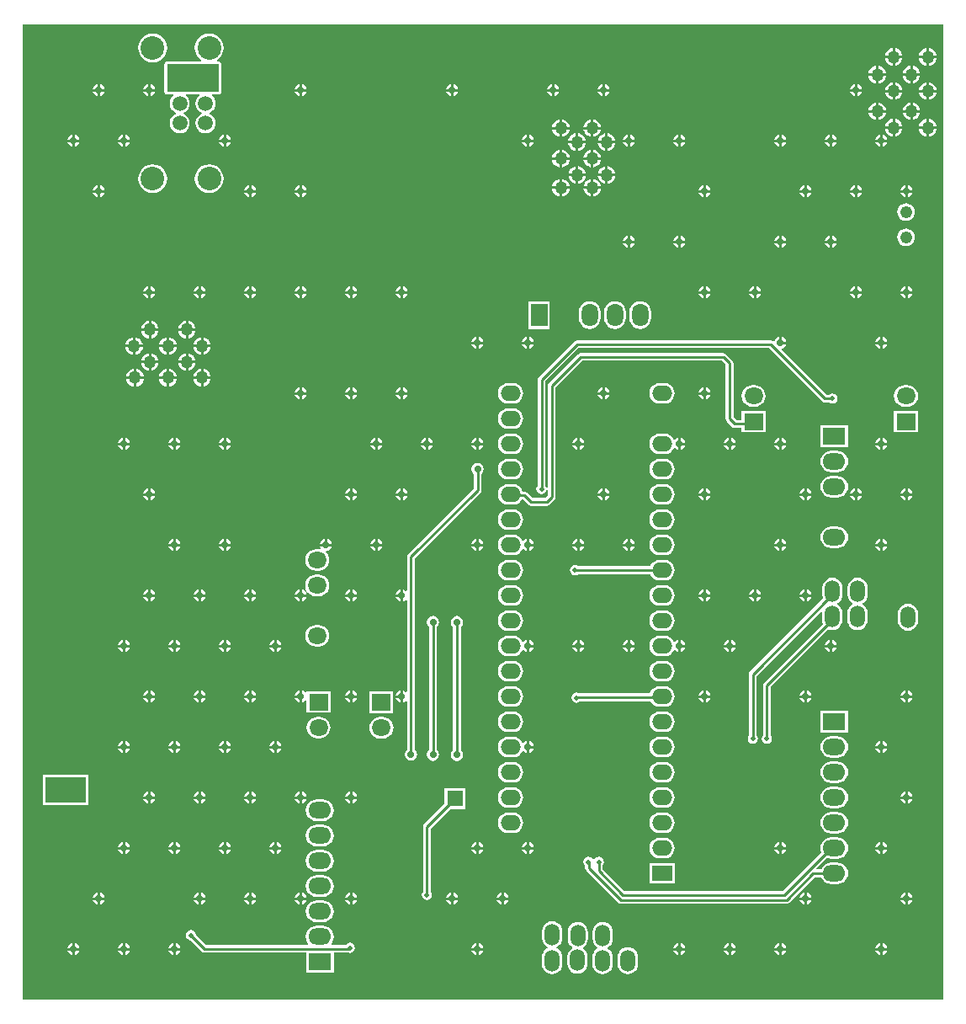
<source format=gbl>
G04*
G04 #@! TF.GenerationSoftware,Altium Limited,Altium Designer,19.1.1 (5)*
G04*
G04 Layer_Physical_Order=2*
G04 Layer_Color=16711680*
%FSTAX24Y24*%
%MOIN*%
G70*
G01*
G75*
%ADD12C,0.0100*%
%ADD72C,0.1380*%
%ADD73R,0.0750X0.0650*%
%ADD74O,0.0750X0.0650*%
%ADD75O,0.0900X0.0650*%
%ADD76R,0.0900X0.0650*%
%ADD77O,0.0650X0.0900*%
%ADD78R,0.0650X0.0900*%
%ADD79R,0.0620X0.0620*%
%ADD80C,0.0620*%
%ADD81R,0.1000X0.1600*%
%ADD82R,0.1600X0.1000*%
%ADD83C,0.0591*%
%ADD84C,0.0937*%
%ADD85O,0.0600X0.0860*%
%ADD86C,0.0488*%
%ADD87R,0.0800X0.0600*%
%ADD88O,0.0800X0.0600*%
%ADD89C,0.0280*%
%ADD90C,0.0500*%
%ADD91C,0.0200*%
G36*
X03645D02*
X0D01*
Y0386D01*
X03645D01*
Y0D01*
D02*
G37*
%LPC*%
G36*
X035892Y037664D02*
Y037368D01*
X036188D01*
X036183Y037409D01*
X036147Y037495D01*
X036091Y037568D01*
X036018Y037624D01*
X035933Y037659D01*
X035892Y037664D01*
D02*
G37*
G36*
X035792D02*
X03575Y037659D01*
X035665Y037624D01*
X035592Y037568D01*
X035536Y037495D01*
X035501Y037409D01*
X035495Y037368D01*
X035792D01*
Y037664D01*
D02*
G37*
G36*
X034542D02*
Y037368D01*
X034838D01*
X034833Y037409D01*
X034797Y037495D01*
X034741Y037568D01*
X034668Y037624D01*
X034583Y037659D01*
X034542Y037664D01*
D02*
G37*
G36*
X034442D02*
X0344Y037659D01*
X034315Y037624D01*
X034242Y037568D01*
X034186Y037495D01*
X034151Y037409D01*
X034145Y037368D01*
X034442D01*
Y037664D01*
D02*
G37*
G36*
X005135Y038244D02*
X004987Y038224D01*
X004849Y038167D01*
X00473Y038076D01*
X004639Y037957D01*
X004582Y037819D01*
X004562Y03767D01*
X004582Y037522D01*
X004639Y037384D01*
X00473Y037265D01*
X004849Y037174D01*
X004987Y037116D01*
X005135Y037097D01*
X005284Y037116D01*
X005422Y037174D01*
X005541Y037265D01*
X005632Y037384D01*
X005689Y037522D01*
X005709Y03767D01*
X005689Y037819D01*
X005632Y037957D01*
X005541Y038076D01*
X005422Y038167D01*
X005284Y038224D01*
X005135Y038244D01*
D02*
G37*
G36*
X036188Y037268D02*
X035892D01*
Y036972D01*
X035933Y036977D01*
X036018Y037012D01*
X036091Y037068D01*
X036147Y037141D01*
X036183Y037227D01*
X036188Y037268D01*
D02*
G37*
G36*
X035792D02*
X035495D01*
X035501Y037227D01*
X035536Y037141D01*
X035592Y037068D01*
X035665Y037012D01*
X03575Y036977D01*
X035792Y036972D01*
Y037268D01*
D02*
G37*
G36*
X034838D02*
X034542D01*
Y036972D01*
X034583Y036977D01*
X034668Y037012D01*
X034741Y037068D01*
X034797Y037141D01*
X034833Y037227D01*
X034838Y037268D01*
D02*
G37*
G36*
X034442D02*
X034145D01*
X034151Y037227D01*
X034186Y037141D01*
X034242Y037068D01*
X034315Y037012D01*
X0344Y036977D01*
X034442Y036972D01*
Y037268D01*
D02*
G37*
G36*
X035242Y036964D02*
Y036668D01*
X035538D01*
X035533Y036709D01*
X035497Y036795D01*
X035441Y036868D01*
X035368Y036924D01*
X035283Y036959D01*
X035242Y036964D01*
D02*
G37*
G36*
X035142D02*
X0351Y036959D01*
X035015Y036924D01*
X034942Y036868D01*
X034886Y036795D01*
X034851Y036709D01*
X034845Y036668D01*
X035142D01*
Y036964D01*
D02*
G37*
G36*
X033892D02*
Y036668D01*
X034188D01*
X034183Y036709D01*
X034147Y036795D01*
X034091Y036868D01*
X034018Y036924D01*
X033933Y036959D01*
X033892Y036964D01*
D02*
G37*
G36*
X033792D02*
X03375Y036959D01*
X033665Y036924D01*
X033592Y036868D01*
X033536Y036795D01*
X033501Y036709D01*
X033495Y036668D01*
X033792D01*
Y036964D01*
D02*
G37*
G36*
X035538Y036568D02*
X035242D01*
Y036272D01*
X035283Y036277D01*
X035368Y036312D01*
X035441Y036368D01*
X035497Y036442D01*
X035533Y036527D01*
X035538Y036568D01*
D02*
G37*
G36*
X035142D02*
X034845D01*
X034851Y036527D01*
X034886Y036442D01*
X034942Y036368D01*
X035015Y036312D01*
X0351Y036277D01*
X035142Y036272D01*
Y036568D01*
D02*
G37*
G36*
X034188D02*
X033892D01*
Y036272D01*
X033933Y036277D01*
X034018Y036312D01*
X034091Y036368D01*
X034147Y036442D01*
X034183Y036527D01*
X034188Y036568D01*
D02*
G37*
G36*
X033792D02*
X033495D01*
X033501Y036527D01*
X033536Y036442D01*
X033592Y036368D01*
X033665Y036312D01*
X03375Y036277D01*
X033792Y036272D01*
Y036568D01*
D02*
G37*
G36*
X03305Y036235D02*
Y03605D01*
X033235D01*
X033226Y036094D01*
X033173Y036173D01*
X033094Y036226D01*
X03305Y036235D01*
D02*
G37*
G36*
X03295D02*
X032906Y036226D01*
X032827Y036173D01*
X032774Y036094D01*
X032765Y03605D01*
X03295D01*
Y036235D01*
D02*
G37*
G36*
X02305D02*
Y03605D01*
X023235D01*
X023226Y036094D01*
X023173Y036173D01*
X023094Y036226D01*
X02305Y036235D01*
D02*
G37*
G36*
X02295D02*
X022906Y036226D01*
X022827Y036173D01*
X022774Y036094D01*
X022765Y03605D01*
X02295D01*
Y036235D01*
D02*
G37*
G36*
X02105D02*
Y03605D01*
X021235D01*
X021226Y036094D01*
X021173Y036173D01*
X021094Y036226D01*
X02105Y036235D01*
D02*
G37*
G36*
X02095D02*
X020906Y036226D01*
X020827Y036173D01*
X020774Y036094D01*
X020765Y03605D01*
X02095D01*
Y036235D01*
D02*
G37*
G36*
X01705D02*
Y03605D01*
X017235D01*
X017226Y036094D01*
X017173Y036173D01*
X017094Y036226D01*
X01705Y036235D01*
D02*
G37*
G36*
X01695D02*
X016906Y036226D01*
X016827Y036173D01*
X016774Y036094D01*
X016765Y03605D01*
X01695D01*
Y036235D01*
D02*
G37*
G36*
X01105D02*
Y03605D01*
X011235D01*
X011226Y036094D01*
X011173Y036173D01*
X011094Y036226D01*
X01105Y036235D01*
D02*
G37*
G36*
X01095D02*
X010906Y036226D01*
X010827Y036173D01*
X010774Y036094D01*
X010765Y03605D01*
X01095D01*
Y036235D01*
D02*
G37*
G36*
X00505D02*
Y03605D01*
X005235D01*
X005226Y036094D01*
X005173Y036173D01*
X005094Y036226D01*
X00505Y036235D01*
D02*
G37*
G36*
X00495D02*
X004906Y036226D01*
X004827Y036173D01*
X004774Y036094D01*
X004765Y03605D01*
X00495D01*
Y036235D01*
D02*
G37*
G36*
X00305D02*
Y03605D01*
X003235D01*
X003226Y036094D01*
X003173Y036173D01*
X003094Y036226D01*
X00305Y036235D01*
D02*
G37*
G36*
X00295D02*
X002906Y036226D01*
X002827Y036173D01*
X002774Y036094D01*
X002765Y03605D01*
X00295D01*
Y036235D01*
D02*
G37*
G36*
X035892Y036314D02*
Y036018D01*
X036188D01*
X036183Y036059D01*
X036147Y036145D01*
X036091Y036218D01*
X036018Y036274D01*
X035933Y036309D01*
X035892Y036314D01*
D02*
G37*
G36*
X035792D02*
X03575Y036309D01*
X035665Y036274D01*
X035592Y036218D01*
X035536Y036145D01*
X035501Y036059D01*
X035495Y036018D01*
X035792D01*
Y036314D01*
D02*
G37*
G36*
X034542D02*
Y036018D01*
X034838D01*
X034833Y036059D01*
X034797Y036145D01*
X034741Y036218D01*
X034668Y036274D01*
X034583Y036309D01*
X034542Y036314D01*
D02*
G37*
G36*
X034442D02*
X0344Y036309D01*
X034315Y036274D01*
X034242Y036218D01*
X034186Y036145D01*
X034151Y036059D01*
X034145Y036018D01*
X034442D01*
Y036314D01*
D02*
G37*
G36*
X033235Y03595D02*
X03305D01*
Y035765D01*
X033094Y035774D01*
X033173Y035827D01*
X033226Y035906D01*
X033235Y03595D01*
D02*
G37*
G36*
X03295D02*
X032765D01*
X032774Y035906D01*
X032827Y035827D01*
X032906Y035774D01*
X03295Y035765D01*
Y03595D01*
D02*
G37*
G36*
X023235D02*
X02305D01*
Y035765D01*
X023094Y035774D01*
X023173Y035827D01*
X023226Y035906D01*
X023235Y03595D01*
D02*
G37*
G36*
X02295D02*
X022765D01*
X022774Y035906D01*
X022827Y035827D01*
X022906Y035774D01*
X02295Y035765D01*
Y03595D01*
D02*
G37*
G36*
X021235D02*
X02105D01*
Y035765D01*
X021094Y035774D01*
X021173Y035827D01*
X021226Y035906D01*
X021235Y03595D01*
D02*
G37*
G36*
X02095D02*
X020765D01*
X020774Y035906D01*
X020827Y035827D01*
X020906Y035774D01*
X02095Y035765D01*
Y03595D01*
D02*
G37*
G36*
X017235D02*
X01705D01*
Y035765D01*
X017094Y035774D01*
X017173Y035827D01*
X017226Y035906D01*
X017235Y03595D01*
D02*
G37*
G36*
X01695D02*
X016765D01*
X016774Y035906D01*
X016827Y035827D01*
X016906Y035774D01*
X01695Y035765D01*
Y03595D01*
D02*
G37*
G36*
X011235D02*
X01105D01*
Y035765D01*
X011094Y035774D01*
X011173Y035827D01*
X011226Y035906D01*
X011235Y03595D01*
D02*
G37*
G36*
X01095D02*
X010765D01*
X010774Y035906D01*
X010827Y035827D01*
X010906Y035774D01*
X01095Y035765D01*
Y03595D01*
D02*
G37*
G36*
X005235D02*
X00505D01*
Y035765D01*
X005094Y035774D01*
X005173Y035827D01*
X005226Y035906D01*
X005235Y03595D01*
D02*
G37*
G36*
X00495D02*
X004765D01*
X004774Y035906D01*
X004827Y035827D01*
X004906Y035774D01*
X00495Y035765D01*
Y03595D01*
D02*
G37*
G36*
X003235D02*
X00305D01*
Y035765D01*
X003094Y035774D01*
X003173Y035827D01*
X003226Y035906D01*
X003235Y03595D01*
D02*
G37*
G36*
X00295D02*
X002765D01*
X002774Y035906D01*
X002827Y035827D01*
X002906Y035774D01*
X00295Y035765D01*
Y03595D01*
D02*
G37*
G36*
X036188Y035918D02*
X035892D01*
Y035622D01*
X035933Y035627D01*
X036018Y035662D01*
X036091Y035718D01*
X036147Y035791D01*
X036183Y035877D01*
X036188Y035918D01*
D02*
G37*
G36*
X035792D02*
X035495D01*
X035501Y035877D01*
X035536Y035791D01*
X035592Y035718D01*
X035665Y035662D01*
X03575Y035627D01*
X035792Y035622D01*
Y035918D01*
D02*
G37*
G36*
X034838D02*
X034542D01*
Y035622D01*
X034583Y035627D01*
X034668Y035662D01*
X034741Y035718D01*
X034797Y035791D01*
X034833Y035877D01*
X034838Y035918D01*
D02*
G37*
G36*
X034442D02*
X034145D01*
X034151Y035877D01*
X034186Y035791D01*
X034242Y035718D01*
X034315Y035662D01*
X0344Y035627D01*
X034442Y035622D01*
Y035918D01*
D02*
G37*
G36*
X035242Y035514D02*
Y035218D01*
X035538D01*
X035533Y035259D01*
X035497Y035345D01*
X035441Y035418D01*
X035368Y035474D01*
X035283Y035509D01*
X035242Y035514D01*
D02*
G37*
G36*
X035142D02*
X0351Y035509D01*
X035015Y035474D01*
X034942Y035418D01*
X034886Y035345D01*
X034851Y035259D01*
X034845Y035218D01*
X035142D01*
Y035514D01*
D02*
G37*
G36*
X033892D02*
Y035218D01*
X034188D01*
X034183Y035259D01*
X034147Y035345D01*
X034091Y035418D01*
X034018Y035474D01*
X033933Y035509D01*
X033892Y035514D01*
D02*
G37*
G36*
X033792D02*
X03375Y035509D01*
X033665Y035474D01*
X033592Y035418D01*
X033536Y035345D01*
X033501Y035259D01*
X033495Y035218D01*
X033792D01*
Y035514D01*
D02*
G37*
G36*
X035538Y035118D02*
X035242D01*
Y034822D01*
X035283Y034827D01*
X035368Y034862D01*
X035441Y034918D01*
X035497Y034992D01*
X035533Y035077D01*
X035538Y035118D01*
D02*
G37*
G36*
X035142D02*
X034845D01*
X034851Y035077D01*
X034886Y034992D01*
X034942Y034918D01*
X035015Y034862D01*
X0351Y034827D01*
X035142Y034822D01*
Y035118D01*
D02*
G37*
G36*
X034188D02*
X033892D01*
Y034822D01*
X033933Y034827D01*
X034018Y034862D01*
X034091Y034918D01*
X034147Y034992D01*
X034183Y035077D01*
X034188Y035118D01*
D02*
G37*
G36*
X033792D02*
X033495D01*
X033501Y035077D01*
X033536Y034992D01*
X033592Y034918D01*
X033665Y034862D01*
X03375Y034827D01*
X033792Y034822D01*
Y035118D01*
D02*
G37*
G36*
X035892Y034864D02*
Y034568D01*
X036188D01*
X036183Y034609D01*
X036147Y034695D01*
X036091Y034768D01*
X036018Y034824D01*
X035933Y034859D01*
X035892Y034864D01*
D02*
G37*
G36*
X035792D02*
X03575Y034859D01*
X035665Y034824D01*
X035592Y034768D01*
X035536Y034695D01*
X035501Y034609D01*
X035495Y034568D01*
X035792D01*
Y034864D01*
D02*
G37*
G36*
X034542D02*
Y034568D01*
X034838D01*
X034833Y034609D01*
X034797Y034695D01*
X034741Y034768D01*
X034668Y034824D01*
X034583Y034859D01*
X034542Y034864D01*
D02*
G37*
G36*
X034442D02*
X0344Y034859D01*
X034315Y034824D01*
X034242Y034768D01*
X034186Y034695D01*
X034151Y034609D01*
X034145Y034568D01*
X034442D01*
Y034864D01*
D02*
G37*
G36*
X0226Y034846D02*
Y034549D01*
X022896D01*
X022891Y034591D01*
X022856Y034676D01*
X0228Y034749D01*
X022727Y034805D01*
X022641Y03484D01*
X0226Y034846D01*
D02*
G37*
G36*
X0225D02*
X022459Y03484D01*
X022373Y034805D01*
X0223Y034749D01*
X022244Y034676D01*
X022209Y034591D01*
X022204Y034549D01*
X0225D01*
Y034846D01*
D02*
G37*
G36*
X021361D02*
Y034549D01*
X021657D01*
X021652Y034591D01*
X021617Y034676D01*
X021561Y034749D01*
X021488Y034805D01*
X021402Y03484D01*
X021361Y034846D01*
D02*
G37*
G36*
X021261D02*
X02122Y03484D01*
X021135Y034805D01*
X021061Y034749D01*
X021005Y034676D01*
X02097Y034591D01*
X020965Y034549D01*
X021261D01*
Y034846D01*
D02*
G37*
G36*
X007372Y038244D02*
X007223Y038224D01*
X007085Y038167D01*
X006966Y038076D01*
X006875Y037957D01*
X006818Y037819D01*
X006798Y03767D01*
X006818Y037522D01*
X006875Y037384D01*
X006966Y037265D01*
X007061Y037192D01*
X007044Y037142D01*
X005706D01*
X005667Y037134D01*
X005634Y037112D01*
X005612Y037079D01*
X005604Y03704D01*
Y03594D01*
X005612Y035901D01*
X005634Y035868D01*
X005667Y035846D01*
X005706Y035838D01*
X005945D01*
X005962Y035788D01*
X005924Y035759D01*
X005861Y035677D01*
X005821Y035581D01*
X005808Y035477D01*
X005821Y035374D01*
X005861Y035278D01*
X005924Y035195D01*
X006007Y035132D01*
X006059Y035111D01*
Y035057D01*
X006007Y035035D01*
X005924Y034972D01*
X005861Y034889D01*
X005821Y034793D01*
X005808Y03469D01*
X005821Y034587D01*
X005861Y034491D01*
X005924Y034408D01*
X006007Y034345D01*
X006103Y034305D01*
X006206Y034291D01*
X006309Y034305D01*
X006406Y034345D01*
X006488Y034408D01*
X006552Y034491D01*
X006591Y034587D01*
X006605Y03469D01*
X006591Y034793D01*
X006552Y034889D01*
X006488Y034972D01*
X006406Y035035D01*
X006354Y035057D01*
Y035111D01*
X006406Y035132D01*
X006488Y035195D01*
X006552Y035278D01*
X006591Y035374D01*
X006605Y035477D01*
X006591Y035581D01*
X006552Y035677D01*
X006488Y035759D01*
X006451Y035788D01*
X006468Y035838D01*
X006972D01*
X006989Y035788D01*
X006952Y035759D01*
X006889Y035677D01*
X006849Y035581D01*
X006835Y035477D01*
X006849Y035374D01*
X006889Y035278D01*
X006952Y035195D01*
X007035Y035132D01*
X007086Y035111D01*
Y035057D01*
X007035Y035035D01*
X006952Y034972D01*
X006889Y034889D01*
X006849Y034793D01*
X006835Y03469D01*
X006849Y034587D01*
X006889Y034491D01*
X006952Y034408D01*
X007035Y034345D01*
X007131Y034305D01*
X007234Y034291D01*
X007337Y034305D01*
X007433Y034345D01*
X007516Y034408D01*
X007579Y034491D01*
X007619Y034587D01*
X007633Y03469D01*
X007619Y034793D01*
X007579Y034889D01*
X007516Y034972D01*
X007433Y035035D01*
X007382Y035057D01*
Y035111D01*
X007433Y035132D01*
X007516Y035195D01*
X007579Y035278D01*
X007619Y035374D01*
X007633Y035477D01*
X007619Y035581D01*
X007579Y035677D01*
X007516Y035759D01*
X007478Y035788D01*
X007495Y035838D01*
X007756D01*
X007795Y035846D01*
X007828Y035868D01*
X007851Y035901D01*
X007858Y03594D01*
Y03704D01*
X007851Y037079D01*
X007828Y037112D01*
X007795Y037134D01*
X007756Y037142D01*
X007699D01*
X007682Y037192D01*
X007777Y037265D01*
X007868Y037384D01*
X007926Y037522D01*
X007945Y03767D01*
X007926Y037819D01*
X007868Y037957D01*
X007777Y038076D01*
X007658Y038167D01*
X00752Y038224D01*
X007372Y038244D01*
D02*
G37*
G36*
X036188Y034468D02*
X035892D01*
Y034172D01*
X035933Y034177D01*
X036018Y034212D01*
X036091Y034268D01*
X036147Y034341D01*
X036183Y034427D01*
X036188Y034468D01*
D02*
G37*
G36*
X035792D02*
X035495D01*
X035501Y034427D01*
X035536Y034341D01*
X035592Y034268D01*
X035665Y034212D01*
X03575Y034177D01*
X035792Y034172D01*
Y034468D01*
D02*
G37*
G36*
X034838D02*
X034542D01*
Y034172D01*
X034583Y034177D01*
X034668Y034212D01*
X034741Y034268D01*
X034797Y034341D01*
X034833Y034427D01*
X034838Y034468D01*
D02*
G37*
G36*
X034442D02*
X034145D01*
X034151Y034427D01*
X034186Y034341D01*
X034242Y034268D01*
X034315Y034212D01*
X0344Y034177D01*
X034442Y034172D01*
Y034468D01*
D02*
G37*
G36*
X022896Y034449D02*
X0226D01*
Y034153D01*
X022641Y034158D01*
X022727Y034193D01*
X0228Y03425D01*
X022856Y034323D01*
X022891Y034408D01*
X022896Y034449D01*
D02*
G37*
G36*
X0225D02*
X022204D01*
X022209Y034408D01*
X022244Y034323D01*
X0223Y03425D01*
X022373Y034193D01*
X022459Y034158D01*
X0225Y034153D01*
Y034449D01*
D02*
G37*
G36*
X021657D02*
X021361D01*
Y034153D01*
X021402Y034158D01*
X021488Y034193D01*
X021561Y03425D01*
X021617Y034323D01*
X021652Y034408D01*
X021657Y034449D01*
D02*
G37*
G36*
X021261D02*
X020965D01*
X02097Y034408D01*
X021005Y034323D01*
X021061Y03425D01*
X021135Y034193D01*
X02122Y034158D01*
X021261Y034153D01*
Y034449D01*
D02*
G37*
G36*
X03405Y034235D02*
Y03405D01*
X034235D01*
X034226Y034094D01*
X034173Y034173D01*
X034094Y034226D01*
X03405Y034235D01*
D02*
G37*
G36*
X03395D02*
X033906Y034226D01*
X033827Y034173D01*
X033774Y034094D01*
X033765Y03405D01*
X03395D01*
Y034235D01*
D02*
G37*
G36*
X03205D02*
Y03405D01*
X032235D01*
X032226Y034094D01*
X032173Y034173D01*
X032094Y034226D01*
X03205Y034235D01*
D02*
G37*
G36*
X03195D02*
X031906Y034226D01*
X031827Y034173D01*
X031774Y034094D01*
X031765Y03405D01*
X03195D01*
Y034235D01*
D02*
G37*
G36*
X03005D02*
Y03405D01*
X030235D01*
X030226Y034094D01*
X030173Y034173D01*
X030094Y034226D01*
X03005Y034235D01*
D02*
G37*
G36*
X02995D02*
X029906Y034226D01*
X029827Y034173D01*
X029774Y034094D01*
X029765Y03405D01*
X02995D01*
Y034235D01*
D02*
G37*
G36*
X02605D02*
Y03405D01*
X026235D01*
X026226Y034094D01*
X026173Y034173D01*
X026094Y034226D01*
X02605Y034235D01*
D02*
G37*
G36*
X02595D02*
X025906Y034226D01*
X025827Y034173D01*
X025774Y034094D01*
X025765Y03405D01*
X02595D01*
Y034235D01*
D02*
G37*
G36*
X02405D02*
Y03405D01*
X024235D01*
X024226Y034094D01*
X024173Y034173D01*
X024094Y034226D01*
X02405Y034235D01*
D02*
G37*
G36*
X02395D02*
X023906Y034226D01*
X023827Y034173D01*
X023774Y034094D01*
X023765Y03405D01*
X02395D01*
Y034235D01*
D02*
G37*
G36*
X02005D02*
Y03405D01*
X020235D01*
X020226Y034094D01*
X020173Y034173D01*
X020094Y034226D01*
X02005Y034235D01*
D02*
G37*
G36*
X01995D02*
X019906Y034226D01*
X019827Y034173D01*
X019774Y034094D01*
X019765Y03405D01*
X01995D01*
Y034235D01*
D02*
G37*
G36*
X00805D02*
Y03405D01*
X008235D01*
X008226Y034094D01*
X008173Y034173D01*
X008094Y034226D01*
X00805Y034235D01*
D02*
G37*
G36*
X00795D02*
X007906Y034226D01*
X007827Y034173D01*
X007774Y034094D01*
X007765Y03405D01*
X00795D01*
Y034235D01*
D02*
G37*
G36*
X00405D02*
Y03405D01*
X004235D01*
X004226Y034094D01*
X004173Y034173D01*
X004094Y034226D01*
X00405Y034235D01*
D02*
G37*
G36*
X00395D02*
X003906Y034226D01*
X003827Y034173D01*
X003774Y034094D01*
X003765Y03405D01*
X00395D01*
Y034235D01*
D02*
G37*
G36*
X00205D02*
Y03405D01*
X002235D01*
X002226Y034094D01*
X002173Y034173D01*
X002094Y034226D01*
X00205Y034235D01*
D02*
G37*
G36*
X00195D02*
X001906Y034226D01*
X001827Y034173D01*
X001774Y034094D01*
X001765Y03405D01*
X00195D01*
Y034235D01*
D02*
G37*
G36*
X023166Y034291D02*
Y033995D01*
X023462D01*
X023457Y034036D01*
X023421Y034122D01*
X023365Y034195D01*
X023292Y034251D01*
X023207Y034286D01*
X023166Y034291D01*
D02*
G37*
G36*
X023066D02*
X023024Y034286D01*
X022939Y034251D01*
X022866Y034195D01*
X02281Y034122D01*
X022775Y034036D01*
X022769Y033995D01*
X023066D01*
Y034291D01*
D02*
G37*
G36*
X021995D02*
Y033995D01*
X022292D01*
X022286Y034036D01*
X022251Y034122D01*
X022195Y034195D01*
X022122Y034251D01*
X022037Y034286D01*
X021995Y034291D01*
D02*
G37*
G36*
X021895D02*
X021854Y034286D01*
X021769Y034251D01*
X021696Y034195D01*
X02164Y034122D01*
X021604Y034036D01*
X021599Y033995D01*
X021895D01*
Y034291D01*
D02*
G37*
G36*
X034235Y03395D02*
X03405D01*
Y033765D01*
X034094Y033774D01*
X034173Y033827D01*
X034226Y033906D01*
X034235Y03395D01*
D02*
G37*
G36*
X03395D02*
X033765D01*
X033774Y033906D01*
X033827Y033827D01*
X033906Y033774D01*
X03395Y033765D01*
Y03395D01*
D02*
G37*
G36*
X032235D02*
X03205D01*
Y033765D01*
X032094Y033774D01*
X032173Y033827D01*
X032226Y033906D01*
X032235Y03395D01*
D02*
G37*
G36*
X03195D02*
X031765D01*
X031774Y033906D01*
X031827Y033827D01*
X031906Y033774D01*
X03195Y033765D01*
Y03395D01*
D02*
G37*
G36*
X030235D02*
X03005D01*
Y033765D01*
X030094Y033774D01*
X030173Y033827D01*
X030226Y033906D01*
X030235Y03395D01*
D02*
G37*
G36*
X02995D02*
X029765D01*
X029774Y033906D01*
X029827Y033827D01*
X029906Y033774D01*
X02995Y033765D01*
Y03395D01*
D02*
G37*
G36*
X026235D02*
X02605D01*
Y033765D01*
X026094Y033774D01*
X026173Y033827D01*
X026226Y033906D01*
X026235Y03395D01*
D02*
G37*
G36*
X02595D02*
X025765D01*
X025774Y033906D01*
X025827Y033827D01*
X025906Y033774D01*
X02595Y033765D01*
Y03395D01*
D02*
G37*
G36*
X024235D02*
X02405D01*
Y033765D01*
X024094Y033774D01*
X024173Y033827D01*
X024226Y033906D01*
X024235Y03395D01*
D02*
G37*
G36*
X02395D02*
X023765D01*
X023774Y033906D01*
X023827Y033827D01*
X023906Y033774D01*
X02395Y033765D01*
Y03395D01*
D02*
G37*
G36*
X020235D02*
X02005D01*
Y033765D01*
X020094Y033774D01*
X020173Y033827D01*
X020226Y033906D01*
X020235Y03395D01*
D02*
G37*
G36*
X01995D02*
X019765D01*
X019774Y033906D01*
X019827Y033827D01*
X019906Y033774D01*
X01995Y033765D01*
Y03395D01*
D02*
G37*
G36*
X008235D02*
X00805D01*
Y033765D01*
X008094Y033774D01*
X008173Y033827D01*
X008226Y033906D01*
X008235Y03395D01*
D02*
G37*
G36*
X00795D02*
X007765D01*
X007774Y033906D01*
X007827Y033827D01*
X007906Y033774D01*
X00795Y033765D01*
Y03395D01*
D02*
G37*
G36*
X004235D02*
X00405D01*
Y033765D01*
X004094Y033774D01*
X004173Y033827D01*
X004226Y033906D01*
X004235Y03395D01*
D02*
G37*
G36*
X00395D02*
X003765D01*
X003774Y033906D01*
X003827Y033827D01*
X003906Y033774D01*
X00395Y033765D01*
Y03395D01*
D02*
G37*
G36*
X002235D02*
X00205D01*
Y033765D01*
X002094Y033774D01*
X002173Y033827D01*
X002226Y033906D01*
X002235Y03395D01*
D02*
G37*
G36*
X00195D02*
X001765D01*
X001774Y033906D01*
X001827Y033827D01*
X001906Y033774D01*
X00195Y033765D01*
Y03395D01*
D02*
G37*
G36*
X023462Y033895D02*
X023166D01*
Y033599D01*
X023207Y033604D01*
X023292Y033639D01*
X023365Y033695D01*
X023421Y033768D01*
X023457Y033854D01*
X023462Y033895D01*
D02*
G37*
G36*
X023066D02*
X022769D01*
X022775Y033854D01*
X02281Y033768D01*
X022866Y033695D01*
X022939Y033639D01*
X023024Y033604D01*
X023066Y033599D01*
Y033895D01*
D02*
G37*
G36*
X022292D02*
X021995D01*
Y033599D01*
X022037Y033604D01*
X022122Y033639D01*
X022195Y033695D01*
X022251Y033768D01*
X022286Y033854D01*
X022292Y033895D01*
D02*
G37*
G36*
X021895D02*
X021599D01*
X021604Y033854D01*
X02164Y033768D01*
X021696Y033695D01*
X021769Y033639D01*
X021854Y033604D01*
X021895Y033599D01*
Y033895D01*
D02*
G37*
G36*
X0226Y033641D02*
Y033345D01*
X022896D01*
X022891Y033386D01*
X022856Y033472D01*
X0228Y033545D01*
X022727Y033601D01*
X022641Y033636D01*
X0226Y033641D01*
D02*
G37*
G36*
X0225D02*
X022459Y033636D01*
X022373Y033601D01*
X0223Y033545D01*
X022244Y033472D01*
X022209Y033386D01*
X022204Y033345D01*
X0225D01*
Y033641D01*
D02*
G37*
G36*
X021361D02*
Y033345D01*
X021657D01*
X021652Y033386D01*
X021617Y033472D01*
X021561Y033545D01*
X021488Y033601D01*
X021402Y033636D01*
X021361Y033641D01*
D02*
G37*
G36*
X021261D02*
X02122Y033636D01*
X021135Y033601D01*
X021061Y033545D01*
X021005Y033472D01*
X02097Y033386D01*
X020965Y033345D01*
X021261D01*
Y033641D01*
D02*
G37*
G36*
X022896Y033245D02*
X0226D01*
Y032949D01*
X022641Y032954D01*
X022727Y032989D01*
X0228Y033045D01*
X022856Y033118D01*
X022891Y033204D01*
X022896Y033245D01*
D02*
G37*
G36*
X0225D02*
X022204D01*
X022209Y033204D01*
X022244Y033118D01*
X0223Y033045D01*
X022373Y032989D01*
X022459Y032954D01*
X0225Y032949D01*
Y033245D01*
D02*
G37*
G36*
X021657D02*
X021361D01*
Y032949D01*
X021402Y032954D01*
X021488Y032989D01*
X021561Y033045D01*
X021617Y033118D01*
X021652Y033204D01*
X021657Y033245D01*
D02*
G37*
G36*
X021261D02*
X020965D01*
X02097Y033204D01*
X021005Y033118D01*
X021061Y033045D01*
X021135Y032989D01*
X02122Y032954D01*
X021261Y032949D01*
Y033245D01*
D02*
G37*
G36*
X023166Y032989D02*
Y032692D01*
X023462D01*
X023457Y032733D01*
X023421Y032819D01*
X023365Y032892D01*
X023292Y032948D01*
X023207Y032983D01*
X023166Y032989D01*
D02*
G37*
G36*
X023066D02*
X023024Y032983D01*
X022939Y032948D01*
X022866Y032892D01*
X02281Y032819D01*
X022775Y032733D01*
X022769Y032692D01*
X023066D01*
Y032989D01*
D02*
G37*
G36*
X022004D02*
Y032692D01*
X0223D01*
X022295Y032733D01*
X02226Y032819D01*
X022204Y032892D01*
X02213Y032948D01*
X022045Y032983D01*
X022004Y032989D01*
D02*
G37*
G36*
X021904D02*
X021863Y032983D01*
X021777Y032948D01*
X021704Y032892D01*
X021648Y032819D01*
X021613Y032733D01*
X021607Y032692D01*
X021904D01*
Y032989D01*
D02*
G37*
G36*
X023462Y032592D02*
X023166D01*
Y032296D01*
X023207Y032301D01*
X023292Y032336D01*
X023365Y032392D01*
X023421Y032466D01*
X023457Y032551D01*
X023462Y032592D01*
D02*
G37*
G36*
X023066D02*
X022769D01*
X022775Y032551D01*
X02281Y032466D01*
X022866Y032392D01*
X022939Y032336D01*
X023024Y032301D01*
X023066Y032296D01*
Y032592D01*
D02*
G37*
G36*
X0223D02*
X022004D01*
Y032296D01*
X022045Y032301D01*
X02213Y032336D01*
X022204Y032392D01*
X02226Y032466D01*
X022295Y032551D01*
X0223Y032592D01*
D02*
G37*
G36*
X021904D02*
X021607D01*
X021613Y032551D01*
X021648Y032466D01*
X021704Y032392D01*
X021777Y032336D01*
X021863Y032301D01*
X021904Y032296D01*
Y032592D01*
D02*
G37*
G36*
X0226Y032483D02*
Y032187D01*
X022896D01*
X022891Y032228D01*
X022856Y032314D01*
X0228Y032387D01*
X022727Y032443D01*
X022641Y032478D01*
X0226Y032483D01*
D02*
G37*
G36*
X0225D02*
X022459Y032478D01*
X022373Y032443D01*
X0223Y032387D01*
X022244Y032314D01*
X022209Y032228D01*
X022204Y032187D01*
X0225D01*
Y032483D01*
D02*
G37*
G36*
X021361D02*
Y032187D01*
X021657D01*
X021652Y032228D01*
X021617Y032314D01*
X021561Y032387D01*
X021488Y032443D01*
X021402Y032478D01*
X021361Y032483D01*
D02*
G37*
G36*
X021261D02*
X02122Y032478D01*
X021135Y032443D01*
X021061Y032387D01*
X021005Y032314D01*
X02097Y032228D01*
X020965Y032187D01*
X021261D01*
Y032483D01*
D02*
G37*
G36*
X03505Y032235D02*
Y03205D01*
X035235D01*
X035226Y032094D01*
X035173Y032173D01*
X035094Y032226D01*
X03505Y032235D01*
D02*
G37*
G36*
X03495D02*
X034906Y032226D01*
X034827Y032173D01*
X034774Y032094D01*
X034765Y03205D01*
X03495D01*
Y032235D01*
D02*
G37*
G36*
X03305D02*
Y03205D01*
X033235D01*
X033226Y032094D01*
X033173Y032173D01*
X033094Y032226D01*
X03305Y032235D01*
D02*
G37*
G36*
X03295D02*
X032906Y032226D01*
X032827Y032173D01*
X032774Y032094D01*
X032765Y03205D01*
X03295D01*
Y032235D01*
D02*
G37*
G36*
X03105D02*
Y03205D01*
X031235D01*
X031226Y032094D01*
X031173Y032173D01*
X031094Y032226D01*
X03105Y032235D01*
D02*
G37*
G36*
X03095D02*
X030906Y032226D01*
X030827Y032173D01*
X030774Y032094D01*
X030765Y03205D01*
X03095D01*
Y032235D01*
D02*
G37*
G36*
X02705D02*
Y03205D01*
X027235D01*
X027226Y032094D01*
X027173Y032173D01*
X027094Y032226D01*
X02705Y032235D01*
D02*
G37*
G36*
X02695D02*
X026906Y032226D01*
X026827Y032173D01*
X026774Y032094D01*
X026765Y03205D01*
X02695D01*
Y032235D01*
D02*
G37*
G36*
X01105D02*
Y03205D01*
X011235D01*
X011226Y032094D01*
X011173Y032173D01*
X011094Y032226D01*
X01105Y032235D01*
D02*
G37*
G36*
X01095D02*
X010906Y032226D01*
X010827Y032173D01*
X010774Y032094D01*
X010765Y03205D01*
X01095D01*
Y032235D01*
D02*
G37*
G36*
X00905D02*
Y03205D01*
X009235D01*
X009226Y032094D01*
X009173Y032173D01*
X009094Y032226D01*
X00905Y032235D01*
D02*
G37*
G36*
X00895D02*
X008906Y032226D01*
X008827Y032173D01*
X008774Y032094D01*
X008765Y03205D01*
X00895D01*
Y032235D01*
D02*
G37*
G36*
X00305D02*
Y03205D01*
X003235D01*
X003226Y032094D01*
X003173Y032173D01*
X003094Y032226D01*
X00305Y032235D01*
D02*
G37*
G36*
X00295D02*
X002906Y032226D01*
X002827Y032173D01*
X002774Y032094D01*
X002765Y03205D01*
X00295D01*
Y032235D01*
D02*
G37*
G36*
X007372Y03307D02*
X007223Y033051D01*
X007085Y032994D01*
X006966Y032903D01*
X006875Y032784D01*
X006818Y032645D01*
X006798Y032497D01*
X006818Y032349D01*
X006875Y03221D01*
X006966Y032092D01*
X007085Y032001D01*
X007223Y031943D01*
X007372Y031924D01*
X00752Y031943D01*
X007658Y032001D01*
X007777Y032092D01*
X007868Y03221D01*
X007926Y032349D01*
X007945Y032497D01*
X007926Y032645D01*
X007868Y032784D01*
X007777Y032903D01*
X007658Y032994D01*
X00752Y033051D01*
X007372Y03307D01*
D02*
G37*
G36*
X005135D02*
X004987Y033051D01*
X004849Y032994D01*
X00473Y032903D01*
X004639Y032784D01*
X004582Y032645D01*
X004562Y032497D01*
X004582Y032349D01*
X004639Y03221D01*
X00473Y032092D01*
X004849Y032001D01*
X004987Y031943D01*
X005135Y031924D01*
X005284Y031943D01*
X005422Y032001D01*
X005541Y032092D01*
X005632Y03221D01*
X005689Y032349D01*
X005709Y032497D01*
X005689Y032645D01*
X005632Y032784D01*
X005541Y032903D01*
X005422Y032994D01*
X005284Y033051D01*
X005135Y03307D01*
D02*
G37*
G36*
X022896Y032087D02*
X0226D01*
Y031791D01*
X022641Y031796D01*
X022727Y031831D01*
X0228Y031887D01*
X022856Y031961D01*
X022891Y032046D01*
X022896Y032087D01*
D02*
G37*
G36*
X0225D02*
X022204D01*
X022209Y032046D01*
X022244Y031961D01*
X0223Y031887D01*
X022373Y031831D01*
X022459Y031796D01*
X0225Y031791D01*
Y032087D01*
D02*
G37*
G36*
X021657D02*
X021361D01*
Y031791D01*
X021402Y031796D01*
X021488Y031831D01*
X021561Y031887D01*
X021617Y031961D01*
X021652Y032046D01*
X021657Y032087D01*
D02*
G37*
G36*
X021261D02*
X020965D01*
X02097Y032046D01*
X021005Y031961D01*
X021061Y031887D01*
X021135Y031831D01*
X02122Y031796D01*
X021261Y031791D01*
Y032087D01*
D02*
G37*
G36*
X035235Y03195D02*
X03505D01*
Y031765D01*
X035094Y031774D01*
X035173Y031827D01*
X035226Y031906D01*
X035235Y03195D01*
D02*
G37*
G36*
X03495D02*
X034765D01*
X034774Y031906D01*
X034827Y031827D01*
X034906Y031774D01*
X03495Y031765D01*
Y03195D01*
D02*
G37*
G36*
X033235D02*
X03305D01*
Y031765D01*
X033094Y031774D01*
X033173Y031827D01*
X033226Y031906D01*
X033235Y03195D01*
D02*
G37*
G36*
X03295D02*
X032765D01*
X032774Y031906D01*
X032827Y031827D01*
X032906Y031774D01*
X03295Y031765D01*
Y03195D01*
D02*
G37*
G36*
X031235D02*
X03105D01*
Y031765D01*
X031094Y031774D01*
X031173Y031827D01*
X031226Y031906D01*
X031235Y03195D01*
D02*
G37*
G36*
X03095D02*
X030765D01*
X030774Y031906D01*
X030827Y031827D01*
X030906Y031774D01*
X03095Y031765D01*
Y03195D01*
D02*
G37*
G36*
X027235D02*
X02705D01*
Y031765D01*
X027094Y031774D01*
X027173Y031827D01*
X027226Y031906D01*
X027235Y03195D01*
D02*
G37*
G36*
X02695D02*
X026765D01*
X026774Y031906D01*
X026827Y031827D01*
X026906Y031774D01*
X02695Y031765D01*
Y03195D01*
D02*
G37*
G36*
X011235D02*
X01105D01*
Y031765D01*
X011094Y031774D01*
X011173Y031827D01*
X011226Y031906D01*
X011235Y03195D01*
D02*
G37*
G36*
X01095D02*
X010765D01*
X010774Y031906D01*
X010827Y031827D01*
X010906Y031774D01*
X01095Y031765D01*
Y03195D01*
D02*
G37*
G36*
X009235D02*
X00905D01*
Y031765D01*
X009094Y031774D01*
X009173Y031827D01*
X009226Y031906D01*
X009235Y03195D01*
D02*
G37*
G36*
X00895D02*
X008765D01*
X008774Y031906D01*
X008827Y031827D01*
X008906Y031774D01*
X00895Y031765D01*
Y03195D01*
D02*
G37*
G36*
X003235D02*
X00305D01*
Y031765D01*
X003094Y031774D01*
X003173Y031827D01*
X003226Y031906D01*
X003235Y03195D01*
D02*
G37*
G36*
X00295D02*
X002765D01*
X002774Y031906D01*
X002827Y031827D01*
X002906Y031774D01*
X00295Y031765D01*
Y03195D01*
D02*
G37*
G36*
X034976Y03153D02*
X034886Y031518D01*
X034802Y031483D01*
X03473Y031428D01*
X034675Y031356D01*
X03464Y031273D01*
X034628Y031183D01*
X03464Y031093D01*
X034675Y031009D01*
X03473Y030937D01*
X034802Y030882D01*
X034886Y030848D01*
X034976Y030836D01*
X035065Y030848D01*
X035149Y030882D01*
X035221Y030937D01*
X035276Y031009D01*
X035311Y031093D01*
X035323Y031183D01*
X035311Y031273D01*
X035276Y031356D01*
X035221Y031428D01*
X035149Y031483D01*
X035065Y031518D01*
X034976Y03153D01*
D02*
G37*
G36*
X03205Y030235D02*
Y03005D01*
X032235D01*
X032226Y030094D01*
X032173Y030173D01*
X032094Y030226D01*
X03205Y030235D01*
D02*
G37*
G36*
X03195D02*
X031906Y030226D01*
X031827Y030173D01*
X031774Y030094D01*
X031765Y03005D01*
X03195D01*
Y030235D01*
D02*
G37*
G36*
X03005D02*
Y03005D01*
X030235D01*
X030226Y030094D01*
X030173Y030173D01*
X030094Y030226D01*
X03005Y030235D01*
D02*
G37*
G36*
X02995D02*
X029906Y030226D01*
X029827Y030173D01*
X029774Y030094D01*
X029765Y03005D01*
X02995D01*
Y030235D01*
D02*
G37*
G36*
X02605D02*
Y03005D01*
X026235D01*
X026226Y030094D01*
X026173Y030173D01*
X026094Y030226D01*
X02605Y030235D01*
D02*
G37*
G36*
X02595D02*
X025906Y030226D01*
X025827Y030173D01*
X025774Y030094D01*
X025765Y03005D01*
X02595D01*
Y030235D01*
D02*
G37*
G36*
X02405D02*
Y03005D01*
X024235D01*
X024226Y030094D01*
X024173Y030173D01*
X024094Y030226D01*
X02405Y030235D01*
D02*
G37*
G36*
X02395D02*
X023906Y030226D01*
X023827Y030173D01*
X023774Y030094D01*
X023765Y03005D01*
X02395D01*
Y030235D01*
D02*
G37*
G36*
X034976Y03053D02*
X034886Y030518D01*
X034802Y030483D01*
X03473Y030428D01*
X034675Y030356D01*
X03464Y030273D01*
X034628Y030183D01*
X03464Y030093D01*
X034675Y030009D01*
X03473Y029937D01*
X034802Y029882D01*
X034886Y029848D01*
X034976Y029836D01*
X035065Y029848D01*
X035149Y029882D01*
X035221Y029937D01*
X035276Y030009D01*
X035311Y030093D01*
X035323Y030183D01*
X035311Y030273D01*
X035276Y030356D01*
X035221Y030428D01*
X035149Y030483D01*
X035065Y030518D01*
X034976Y03053D01*
D02*
G37*
G36*
X032235Y02995D02*
X03205D01*
Y029765D01*
X032094Y029774D01*
X032173Y029827D01*
X032226Y029906D01*
X032235Y02995D01*
D02*
G37*
G36*
X03195D02*
X031765D01*
X031774Y029906D01*
X031827Y029827D01*
X031906Y029774D01*
X03195Y029765D01*
Y02995D01*
D02*
G37*
G36*
X030235D02*
X03005D01*
Y029765D01*
X030094Y029774D01*
X030173Y029827D01*
X030226Y029906D01*
X030235Y02995D01*
D02*
G37*
G36*
X02995D02*
X029765D01*
X029774Y029906D01*
X029827Y029827D01*
X029906Y029774D01*
X02995Y029765D01*
Y02995D01*
D02*
G37*
G36*
X026235D02*
X02605D01*
Y029765D01*
X026094Y029774D01*
X026173Y029827D01*
X026226Y029906D01*
X026235Y02995D01*
D02*
G37*
G36*
X02595D02*
X025765D01*
X025774Y029906D01*
X025827Y029827D01*
X025906Y029774D01*
X02595Y029765D01*
Y02995D01*
D02*
G37*
G36*
X024235D02*
X02405D01*
Y029765D01*
X024094Y029774D01*
X024173Y029827D01*
X024226Y029906D01*
X024235Y02995D01*
D02*
G37*
G36*
X02395D02*
X023765D01*
X023774Y029906D01*
X023827Y029827D01*
X023906Y029774D01*
X02395Y029765D01*
Y02995D01*
D02*
G37*
G36*
X03505Y028235D02*
Y02805D01*
X035235D01*
X035226Y028094D01*
X035173Y028173D01*
X035094Y028226D01*
X03505Y028235D01*
D02*
G37*
G36*
X03495D02*
X034906Y028226D01*
X034827Y028173D01*
X034774Y028094D01*
X034765Y02805D01*
X03495D01*
Y028235D01*
D02*
G37*
G36*
X03305D02*
Y02805D01*
X033235D01*
X033226Y028094D01*
X033173Y028173D01*
X033094Y028226D01*
X03305Y028235D01*
D02*
G37*
G36*
X03295D02*
X032906Y028226D01*
X032827Y028173D01*
X032774Y028094D01*
X032765Y02805D01*
X03295D01*
Y028235D01*
D02*
G37*
G36*
X02905D02*
Y02805D01*
X029235D01*
X029226Y028094D01*
X029173Y028173D01*
X029094Y028226D01*
X02905Y028235D01*
D02*
G37*
G36*
X02895D02*
X028906Y028226D01*
X028827Y028173D01*
X028774Y028094D01*
X028765Y02805D01*
X02895D01*
Y028235D01*
D02*
G37*
G36*
X02705D02*
Y02805D01*
X027235D01*
X027226Y028094D01*
X027173Y028173D01*
X027094Y028226D01*
X02705Y028235D01*
D02*
G37*
G36*
X02695D02*
X026906Y028226D01*
X026827Y028173D01*
X026774Y028094D01*
X026765Y02805D01*
X02695D01*
Y028235D01*
D02*
G37*
G36*
X01505D02*
Y02805D01*
X015235D01*
X015226Y028094D01*
X015173Y028173D01*
X015094Y028226D01*
X01505Y028235D01*
D02*
G37*
G36*
X01495D02*
X014906Y028226D01*
X014827Y028173D01*
X014774Y028094D01*
X014765Y02805D01*
X01495D01*
Y028235D01*
D02*
G37*
G36*
X01305D02*
Y02805D01*
X013235D01*
X013226Y028094D01*
X013173Y028173D01*
X013094Y028226D01*
X01305Y028235D01*
D02*
G37*
G36*
X01295D02*
X012906Y028226D01*
X012827Y028173D01*
X012774Y028094D01*
X012765Y02805D01*
X01295D01*
Y028235D01*
D02*
G37*
G36*
X01105D02*
Y02805D01*
X011235D01*
X011226Y028094D01*
X011173Y028173D01*
X011094Y028226D01*
X01105Y028235D01*
D02*
G37*
G36*
X01095D02*
X010906Y028226D01*
X010827Y028173D01*
X010774Y028094D01*
X010765Y02805D01*
X01095D01*
Y028235D01*
D02*
G37*
G36*
X00905D02*
Y02805D01*
X009235D01*
X009226Y028094D01*
X009173Y028173D01*
X009094Y028226D01*
X00905Y028235D01*
D02*
G37*
G36*
X00895D02*
X008906Y028226D01*
X008827Y028173D01*
X008774Y028094D01*
X008765Y02805D01*
X00895D01*
Y028235D01*
D02*
G37*
G36*
X00705D02*
Y02805D01*
X007235D01*
X007226Y028094D01*
X007173Y028173D01*
X007094Y028226D01*
X00705Y028235D01*
D02*
G37*
G36*
X00695D02*
X006906Y028226D01*
X006827Y028173D01*
X006774Y028094D01*
X006765Y02805D01*
X00695D01*
Y028235D01*
D02*
G37*
G36*
X00505D02*
Y02805D01*
X005235D01*
X005226Y028094D01*
X005173Y028173D01*
X005094Y028226D01*
X00505Y028235D01*
D02*
G37*
G36*
X00495D02*
X004906Y028226D01*
X004827Y028173D01*
X004774Y028094D01*
X004765Y02805D01*
X00495D01*
Y028235D01*
D02*
G37*
G36*
X035235Y02795D02*
X03505D01*
Y027765D01*
X035094Y027774D01*
X035173Y027827D01*
X035226Y027906D01*
X035235Y02795D01*
D02*
G37*
G36*
X03495D02*
X034765D01*
X034774Y027906D01*
X034827Y027827D01*
X034906Y027774D01*
X03495Y027765D01*
Y02795D01*
D02*
G37*
G36*
X033235D02*
X03305D01*
Y027765D01*
X033094Y027774D01*
X033173Y027827D01*
X033226Y027906D01*
X033235Y02795D01*
D02*
G37*
G36*
X03295D02*
X032765D01*
X032774Y027906D01*
X032827Y027827D01*
X032906Y027774D01*
X03295Y027765D01*
Y02795D01*
D02*
G37*
G36*
X029235D02*
X02905D01*
Y027765D01*
X029094Y027774D01*
X029173Y027827D01*
X029226Y027906D01*
X029235Y02795D01*
D02*
G37*
G36*
X02895D02*
X028765D01*
X028774Y027906D01*
X028827Y027827D01*
X028906Y027774D01*
X02895Y027765D01*
Y02795D01*
D02*
G37*
G36*
X027235D02*
X02705D01*
Y027765D01*
X027094Y027774D01*
X027173Y027827D01*
X027226Y027906D01*
X027235Y02795D01*
D02*
G37*
G36*
X02695D02*
X026765D01*
X026774Y027906D01*
X026827Y027827D01*
X026906Y027774D01*
X02695Y027765D01*
Y02795D01*
D02*
G37*
G36*
X015235D02*
X01505D01*
Y027765D01*
X015094Y027774D01*
X015173Y027827D01*
X015226Y027906D01*
X015235Y02795D01*
D02*
G37*
G36*
X01495D02*
X014765D01*
X014774Y027906D01*
X014827Y027827D01*
X014906Y027774D01*
X01495Y027765D01*
Y02795D01*
D02*
G37*
G36*
X013235D02*
X01305D01*
Y027765D01*
X013094Y027774D01*
X013173Y027827D01*
X013226Y027906D01*
X013235Y02795D01*
D02*
G37*
G36*
X01295D02*
X012765D01*
X012774Y027906D01*
X012827Y027827D01*
X012906Y027774D01*
X01295Y027765D01*
Y02795D01*
D02*
G37*
G36*
X011235D02*
X01105D01*
Y027765D01*
X011094Y027774D01*
X011173Y027827D01*
X011226Y027906D01*
X011235Y02795D01*
D02*
G37*
G36*
X01095D02*
X010765D01*
X010774Y027906D01*
X010827Y027827D01*
X010906Y027774D01*
X01095Y027765D01*
Y02795D01*
D02*
G37*
G36*
X009235D02*
X00905D01*
Y027765D01*
X009094Y027774D01*
X009173Y027827D01*
X009226Y027906D01*
X009235Y02795D01*
D02*
G37*
G36*
X00895D02*
X008765D01*
X008774Y027906D01*
X008827Y027827D01*
X008906Y027774D01*
X00895Y027765D01*
Y02795D01*
D02*
G37*
G36*
X007235D02*
X00705D01*
Y027765D01*
X007094Y027774D01*
X007173Y027827D01*
X007226Y027906D01*
X007235Y02795D01*
D02*
G37*
G36*
X00695D02*
X006765D01*
X006774Y027906D01*
X006827Y027827D01*
X006906Y027774D01*
X00695Y027765D01*
Y02795D01*
D02*
G37*
G36*
X005235D02*
X00505D01*
Y027765D01*
X005094Y027774D01*
X005173Y027827D01*
X005226Y027906D01*
X005235Y02795D01*
D02*
G37*
G36*
X00495D02*
X004765D01*
X004774Y027906D01*
X004827Y027827D01*
X004906Y027774D01*
X00495Y027765D01*
Y02795D01*
D02*
G37*
G36*
X006539Y026866D02*
Y02657D01*
X006836D01*
X00683Y026611D01*
X006795Y026696D01*
X006739Y026769D01*
X006666Y026825D01*
X006581Y026861D01*
X006539Y026866D01*
D02*
G37*
G36*
X006439D02*
X006398Y026861D01*
X006313Y026825D01*
X00624Y026769D01*
X006184Y026696D01*
X006148Y026611D01*
X006143Y02657D01*
X006439D01*
Y026866D01*
D02*
G37*
G36*
X005075D02*
Y02657D01*
X005371D01*
X005366Y026611D01*
X005331Y026696D01*
X005275Y026769D01*
X005202Y026825D01*
X005116Y026861D01*
X005075Y026866D01*
D02*
G37*
G36*
X004975D02*
X004934Y026861D01*
X004848Y026825D01*
X004775Y026769D01*
X004719Y026696D01*
X004684Y026611D01*
X004679Y02657D01*
X004975D01*
Y026866D01*
D02*
G37*
G36*
X02087Y027644D02*
X02002D01*
Y026544D01*
X02087D01*
Y027644D01*
D02*
G37*
G36*
X024445Y027648D02*
X024334Y027633D01*
X024231Y02759D01*
X024142Y027522D01*
X024074Y027433D01*
X024031Y02733D01*
X024017Y027219D01*
Y026969D01*
X024031Y026858D01*
X024074Y026755D01*
X024142Y026666D01*
X024231Y026598D01*
X024334Y026555D01*
X024445Y02654D01*
X024556Y026555D01*
X02466Y026598D01*
X024748Y026666D01*
X024817Y026755D01*
X024859Y026858D01*
X024874Y026969D01*
Y027219D01*
X024859Y02733D01*
X024817Y027433D01*
X024748Y027522D01*
X02466Y02759D01*
X024556Y027633D01*
X024445Y027648D01*
D02*
G37*
G36*
X023445D02*
X023334Y027633D01*
X023231Y02759D01*
X023142Y027522D01*
X023074Y027433D01*
X023031Y02733D01*
X023017Y027219D01*
Y026969D01*
X023031Y026858D01*
X023074Y026755D01*
X023142Y026666D01*
X023231Y026598D01*
X023334Y026555D01*
X023445Y02654D01*
X023556Y026555D01*
X02366Y026598D01*
X023748Y026666D01*
X023817Y026755D01*
X023859Y026858D01*
X023874Y026969D01*
Y027219D01*
X023859Y02733D01*
X023817Y027433D01*
X023748Y027522D01*
X02366Y02759D01*
X023556Y027633D01*
X023445Y027648D01*
D02*
G37*
G36*
X022445D02*
X022334Y027633D01*
X022231Y02759D01*
X022142Y027522D01*
X022074Y027433D01*
X022031Y02733D01*
X022017Y027219D01*
Y026969D01*
X022031Y026858D01*
X022074Y026755D01*
X022142Y026666D01*
X022231Y026598D01*
X022334Y026555D01*
X022445Y02654D01*
X022556Y026555D01*
X02266Y026598D01*
X022748Y026666D01*
X022817Y026755D01*
X022859Y026858D01*
X022874Y026969D01*
Y027219D01*
X022859Y02733D01*
X022817Y027433D01*
X022748Y027522D01*
X02266Y02759D01*
X022556Y027633D01*
X022445Y027648D01*
D02*
G37*
G36*
X006836Y02647D02*
X006539D01*
Y026173D01*
X006581Y026179D01*
X006666Y026214D01*
X006739Y02627D01*
X006795Y026343D01*
X00683Y026428D01*
X006836Y02647D01*
D02*
G37*
G36*
X006439D02*
X006143D01*
X006148Y026428D01*
X006184Y026343D01*
X00624Y02627D01*
X006313Y026214D01*
X006398Y026179D01*
X006439Y026173D01*
Y02647D01*
D02*
G37*
G36*
X005371D02*
X005075D01*
Y026173D01*
X005116Y026179D01*
X005202Y026214D01*
X005275Y02627D01*
X005331Y026343D01*
X005366Y026428D01*
X005371Y02647D01*
D02*
G37*
G36*
X004975D02*
X004679D01*
X004684Y026428D01*
X004719Y026343D01*
X004775Y02627D01*
X004848Y026214D01*
X004934Y026179D01*
X004975Y026173D01*
Y02647D01*
D02*
G37*
G36*
X02995Y026235D02*
X029906Y026226D01*
X029827Y026173D01*
X029774Y026094D01*
X029769Y026071D01*
X029716Y026057D01*
X029679Y026081D01*
X029621Y026093D01*
X02194D01*
X021882Y026081D01*
X021832Y026048D01*
X020432Y024648D01*
X020399Y024599D01*
X020387Y02454D01*
Y020346D01*
X020352Y020293D01*
X020336Y020215D01*
X020352Y020137D01*
X020396Y020071D01*
X020462Y020027D01*
X02054Y020011D01*
X020618Y020027D01*
X020684Y020071D01*
X020729Y020137D01*
X020737Y020181D01*
X020787Y020176D01*
Y019953D01*
X020687Y019853D01*
X020184D01*
X019969Y020068D01*
X019919Y020101D01*
X019861Y020113D01*
X019797D01*
X01976Y020202D01*
X019696Y020285D01*
X019612Y020349D01*
X019515Y02039D01*
X019411Y020403D01*
X019211D01*
X019106Y02039D01*
X019009Y020349D01*
X018925Y020285D01*
X018861Y020202D01*
X018821Y020104D01*
X018807Y02D01*
X018821Y019896D01*
X018861Y019798D01*
X018925Y019715D01*
X019009Y019651D01*
X019106Y01961D01*
X019211Y019597D01*
X019411D01*
X019515Y01961D01*
X019612Y019651D01*
X019696Y019715D01*
X019754Y01979D01*
X019796Y019795D01*
X01981Y019794D01*
X020012Y019592D01*
X020062Y019559D01*
X02012Y019547D01*
X02075D01*
X020809Y019559D01*
X020858Y019592D01*
X021048Y019782D01*
X021081Y019831D01*
X021093Y01989D01*
Y024227D01*
X022154Y025287D01*
X027677D01*
X027837Y025127D01*
Y02299D01*
X027849Y022931D01*
X027882Y022882D01*
X028082Y022682D01*
X028132Y022649D01*
X02819Y022637D01*
X028465D01*
Y022455D01*
X029415D01*
Y023305D01*
X028465D01*
Y022943D01*
X028254D01*
X028143Y023053D01*
Y02519D01*
X028131Y025249D01*
X028098Y025298D01*
X027848Y025548D01*
X027799Y025581D01*
X02774Y025593D01*
X02209D01*
X022032Y025581D01*
X021982Y025548D01*
X020832Y024398D01*
X020799Y024349D01*
X020787Y02429D01*
Y020255D01*
X020737Y02025D01*
X020729Y020293D01*
X020693Y020346D01*
Y024477D01*
X022004Y025787D01*
X029557D01*
X031663Y023682D01*
X031712Y023649D01*
X031771Y023637D01*
X031934D01*
X031987Y023602D01*
X032066Y023586D01*
X032144Y023602D01*
X03221Y023646D01*
X032254Y023712D01*
X032269Y02379D01*
X032254Y023868D01*
X03221Y023934D01*
X032144Y023978D01*
X032066Y023994D01*
X031987Y023978D01*
X031934Y023943D01*
X031834D01*
X030056Y025721D01*
X03007Y025769D01*
X030094Y025774D01*
X030173Y025827D01*
X030226Y025906D01*
X030235Y02595D01*
X03D01*
Y026D01*
X02995D01*
Y026235D01*
D02*
G37*
G36*
X03405D02*
Y02605D01*
X034235D01*
X034226Y026094D01*
X034173Y026173D01*
X034094Y026226D01*
X03405Y026235D01*
D02*
G37*
G36*
X03395D02*
X033906Y026226D01*
X033827Y026173D01*
X033774Y026094D01*
X033765Y02605D01*
X03395D01*
Y026235D01*
D02*
G37*
G36*
X03005D02*
Y02605D01*
X030235D01*
X030226Y026094D01*
X030173Y026173D01*
X030094Y026226D01*
X03005Y026235D01*
D02*
G37*
G36*
X02005D02*
Y02605D01*
X020235D01*
X020226Y026094D01*
X020173Y026173D01*
X020094Y026226D01*
X02005Y026235D01*
D02*
G37*
G36*
X01995D02*
X019906Y026226D01*
X019827Y026173D01*
X019774Y026094D01*
X019765Y02605D01*
X01995D01*
Y026235D01*
D02*
G37*
G36*
X01805D02*
Y02605D01*
X018235D01*
X018226Y026094D01*
X018173Y026173D01*
X018094Y026226D01*
X01805Y026235D01*
D02*
G37*
G36*
X01795D02*
X017906Y026226D01*
X017827Y026173D01*
X017774Y026094D01*
X017765Y02605D01*
X01795D01*
Y026235D01*
D02*
G37*
G36*
X007139Y026216D02*
Y02592D01*
X007436D01*
X00743Y025961D01*
X007395Y026046D01*
X007339Y026119D01*
X007266Y026175D01*
X007181Y026211D01*
X007139Y026216D01*
D02*
G37*
G36*
X007039D02*
X006998Y026211D01*
X006913Y026175D01*
X00684Y026119D01*
X006784Y026046D01*
X006748Y025961D01*
X006743Y02592D01*
X007039D01*
Y026216D01*
D02*
G37*
G36*
X005789D02*
Y02592D01*
X006086D01*
X00608Y025961D01*
X006045Y026046D01*
X005989Y026119D01*
X005916Y026175D01*
X005831Y026211D01*
X005789Y026216D01*
D02*
G37*
G36*
X005689D02*
X005648Y026211D01*
X005563Y026175D01*
X00549Y026119D01*
X005434Y026046D01*
X005398Y025961D01*
X005393Y02592D01*
X005689D01*
Y026216D01*
D02*
G37*
G36*
X004449D02*
Y02592D01*
X004745D01*
X00474Y025961D01*
X004705Y026046D01*
X004649Y026119D01*
X004576Y026175D01*
X00449Y026211D01*
X004449Y026216D01*
D02*
G37*
G36*
X004349D02*
X004308Y026211D01*
X004223Y026175D01*
X004149Y026119D01*
X004093Y026046D01*
X004058Y025961D01*
X004053Y02592D01*
X004349D01*
Y026216D01*
D02*
G37*
G36*
X034235Y02595D02*
X03405D01*
Y025765D01*
X034094Y025774D01*
X034173Y025827D01*
X034226Y025906D01*
X034235Y02595D01*
D02*
G37*
G36*
X03395D02*
X033765D01*
X033774Y025906D01*
X033827Y025827D01*
X033906Y025774D01*
X03395Y025765D01*
Y02595D01*
D02*
G37*
G36*
X020235D02*
X02005D01*
Y025765D01*
X020094Y025774D01*
X020173Y025827D01*
X020226Y025906D01*
X020235Y02595D01*
D02*
G37*
G36*
X01995D02*
X019765D01*
X019774Y025906D01*
X019827Y025827D01*
X019906Y025774D01*
X01995Y025765D01*
Y02595D01*
D02*
G37*
G36*
X018235D02*
X01805D01*
Y025765D01*
X018094Y025774D01*
X018173Y025827D01*
X018226Y025906D01*
X018235Y02595D01*
D02*
G37*
G36*
X01795D02*
X017765D01*
X017774Y025906D01*
X017827Y025827D01*
X017906Y025774D01*
X01795Y025765D01*
Y02595D01*
D02*
G37*
G36*
X007436Y02582D02*
X007139D01*
Y025523D01*
X007181Y025529D01*
X007266Y025564D01*
X007339Y02562D01*
X007395Y025693D01*
X00743Y025778D01*
X007436Y02582D01*
D02*
G37*
G36*
X007039D02*
X006743D01*
X006748Y025778D01*
X006784Y025693D01*
X00684Y02562D01*
X006913Y025564D01*
X006998Y025529D01*
X007039Y025523D01*
Y02582D01*
D02*
G37*
G36*
X006086D02*
X005789D01*
Y025523D01*
X005831Y025529D01*
X005916Y025564D01*
X005989Y02562D01*
X006045Y025693D01*
X00608Y025778D01*
X006086Y02582D01*
D02*
G37*
G36*
X005689D02*
X005393D01*
X005398Y025778D01*
X005434Y025693D01*
X00549Y02562D01*
X005563Y025564D01*
X005648Y025529D01*
X005689Y025523D01*
Y02582D01*
D02*
G37*
G36*
X004745D02*
X004449D01*
Y025523D01*
X00449Y025529D01*
X004576Y025564D01*
X004649Y02562D01*
X004705Y025693D01*
X00474Y025778D01*
X004745Y02582D01*
D02*
G37*
G36*
X004349D02*
X004053D01*
X004058Y025778D01*
X004093Y025693D01*
X004149Y02562D01*
X004223Y025564D01*
X004308Y025529D01*
X004349Y025523D01*
Y02582D01*
D02*
G37*
G36*
X006539Y025584D02*
Y025287D01*
X006836D01*
X00683Y025329D01*
X006795Y025414D01*
X006739Y025487D01*
X006666Y025543D01*
X006581Y025578D01*
X006539Y025584D01*
D02*
G37*
G36*
X006439D02*
X006398Y025578D01*
X006313Y025543D01*
X00624Y025487D01*
X006184Y025414D01*
X006148Y025329D01*
X006143Y025287D01*
X006439D01*
Y025584D01*
D02*
G37*
G36*
X005075D02*
Y025287D01*
X005371D01*
X005366Y025329D01*
X005331Y025414D01*
X005275Y025487D01*
X005202Y025543D01*
X005116Y025578D01*
X005075Y025584D01*
D02*
G37*
G36*
X004975D02*
X004934Y025578D01*
X004848Y025543D01*
X004775Y025487D01*
X004719Y025414D01*
X004684Y025329D01*
X004679Y025287D01*
X004975D01*
Y025584D01*
D02*
G37*
G36*
X006836Y025187D02*
X006539D01*
Y024891D01*
X006581Y024896D01*
X006666Y024932D01*
X006739Y024988D01*
X006795Y025061D01*
X00683Y025146D01*
X006836Y025187D01*
D02*
G37*
G36*
X006439D02*
X006143D01*
X006148Y025146D01*
X006184Y025061D01*
X00624Y024988D01*
X006313Y024932D01*
X006398Y024896D01*
X006439Y024891D01*
Y025187D01*
D02*
G37*
G36*
X005371D02*
X005075D01*
Y024891D01*
X005116Y024896D01*
X005202Y024932D01*
X005275Y024988D01*
X005331Y025061D01*
X005366Y025146D01*
X005371Y025187D01*
D02*
G37*
G36*
X004975D02*
X004679D01*
X004684Y025146D01*
X004719Y025061D01*
X004775Y024988D01*
X004848Y024932D01*
X004934Y024896D01*
X004975Y024891D01*
Y025187D01*
D02*
G37*
G36*
X007139Y024966D02*
Y02467D01*
X007436D01*
X00743Y024711D01*
X007395Y024796D01*
X007339Y024869D01*
X007266Y024925D01*
X007181Y024961D01*
X007139Y024966D01*
D02*
G37*
G36*
X007039D02*
X006998Y024961D01*
X006913Y024925D01*
X00684Y024869D01*
X006784Y024796D01*
X006748Y024711D01*
X006743Y02467D01*
X007039D01*
Y024966D01*
D02*
G37*
G36*
X005789D02*
Y02467D01*
X006086D01*
X00608Y024711D01*
X006045Y024796D01*
X005989Y024869D01*
X005916Y024925D01*
X005831Y024961D01*
X005789Y024966D01*
D02*
G37*
G36*
X005689D02*
X005648Y024961D01*
X005563Y024925D01*
X00549Y024869D01*
X005434Y024796D01*
X005398Y024711D01*
X005393Y02467D01*
X005689D01*
Y024966D01*
D02*
G37*
G36*
X004484D02*
Y02467D01*
X004781D01*
X004775Y024711D01*
X00474Y024796D01*
X004684Y024869D01*
X004611Y024925D01*
X004526Y024961D01*
X004484Y024966D01*
D02*
G37*
G36*
X004384D02*
X004343Y024961D01*
X004258Y024925D01*
X004185Y024869D01*
X004129Y024796D01*
X004093Y024711D01*
X004088Y02467D01*
X004384D01*
Y024966D01*
D02*
G37*
G36*
X007436Y02457D02*
X007139D01*
Y024273D01*
X007181Y024279D01*
X007266Y024314D01*
X007339Y02437D01*
X007395Y024443D01*
X00743Y024528D01*
X007436Y02457D01*
D02*
G37*
G36*
X007039D02*
X006743D01*
X006748Y024528D01*
X006784Y024443D01*
X00684Y02437D01*
X006913Y024314D01*
X006998Y024279D01*
X007039Y024273D01*
Y02457D01*
D02*
G37*
G36*
X006086D02*
X005789D01*
Y024273D01*
X005831Y024279D01*
X005916Y024314D01*
X005989Y02437D01*
X006045Y024443D01*
X00608Y024528D01*
X006086Y02457D01*
D02*
G37*
G36*
X005689D02*
X005393D01*
X005398Y024528D01*
X005434Y024443D01*
X00549Y02437D01*
X005563Y024314D01*
X005648Y024279D01*
X005689Y024273D01*
Y02457D01*
D02*
G37*
G36*
X004781D02*
X004484D01*
Y024273D01*
X004526Y024279D01*
X004611Y024314D01*
X004684Y02437D01*
X00474Y024443D01*
X004775Y024528D01*
X004781Y02457D01*
D02*
G37*
G36*
X004384D02*
X004088D01*
X004093Y024528D01*
X004129Y024443D01*
X004185Y02437D01*
X004258Y024314D01*
X004343Y024279D01*
X004384Y024273D01*
Y02457D01*
D02*
G37*
G36*
X02705Y024235D02*
Y02405D01*
X027235D01*
X027226Y024094D01*
X027173Y024173D01*
X027094Y024226D01*
X02705Y024235D01*
D02*
G37*
G36*
X02695D02*
X026906Y024226D01*
X026827Y024173D01*
X026774Y024094D01*
X026765Y02405D01*
X02695D01*
Y024235D01*
D02*
G37*
G36*
X02305D02*
Y02405D01*
X023235D01*
X023226Y024094D01*
X023173Y024173D01*
X023094Y024226D01*
X02305Y024235D01*
D02*
G37*
G36*
X02295D02*
X022906Y024226D01*
X022827Y024173D01*
X022774Y024094D01*
X022765Y02405D01*
X02295D01*
Y024235D01*
D02*
G37*
G36*
X01505D02*
Y02405D01*
X015235D01*
X015226Y024094D01*
X015173Y024173D01*
X015094Y024226D01*
X01505Y024235D01*
D02*
G37*
G36*
X01495D02*
X014906Y024226D01*
X014827Y024173D01*
X014774Y024094D01*
X014765Y02405D01*
X01495D01*
Y024235D01*
D02*
G37*
G36*
X01305D02*
Y02405D01*
X013235D01*
X013226Y024094D01*
X013173Y024173D01*
X013094Y024226D01*
X01305Y024235D01*
D02*
G37*
G36*
X01295D02*
X012906Y024226D01*
X012827Y024173D01*
X012774Y024094D01*
X012765Y02405D01*
X01295D01*
Y024235D01*
D02*
G37*
G36*
X01105D02*
Y02405D01*
X011235D01*
X011226Y024094D01*
X011173Y024173D01*
X011094Y024226D01*
X01105Y024235D01*
D02*
G37*
G36*
X01095D02*
X010906Y024226D01*
X010827Y024173D01*
X010774Y024094D01*
X010765Y02405D01*
X01095D01*
Y024235D01*
D02*
G37*
G36*
X027235Y02395D02*
X02705D01*
Y023765D01*
X027094Y023774D01*
X027173Y023827D01*
X027226Y023906D01*
X027235Y02395D01*
D02*
G37*
G36*
X02695D02*
X026765D01*
X026774Y023906D01*
X026827Y023827D01*
X026906Y023774D01*
X02695Y023765D01*
Y02395D01*
D02*
G37*
G36*
X023235D02*
X02305D01*
Y023765D01*
X023094Y023774D01*
X023173Y023827D01*
X023226Y023906D01*
X023235Y02395D01*
D02*
G37*
G36*
X02295D02*
X022765D01*
X022774Y023906D01*
X022827Y023827D01*
X022906Y023774D01*
X02295Y023765D01*
Y02395D01*
D02*
G37*
G36*
X015235D02*
X01505D01*
Y023765D01*
X015094Y023774D01*
X015173Y023827D01*
X015226Y023906D01*
X015235Y02395D01*
D02*
G37*
G36*
X01495D02*
X014765D01*
X014774Y023906D01*
X014827Y023827D01*
X014906Y023774D01*
X01495Y023765D01*
Y02395D01*
D02*
G37*
G36*
X013235D02*
X01305D01*
Y023765D01*
X013094Y023774D01*
X013173Y023827D01*
X013226Y023906D01*
X013235Y02395D01*
D02*
G37*
G36*
X01295D02*
X012765D01*
X012774Y023906D01*
X012827Y023827D01*
X012906Y023774D01*
X01295Y023765D01*
Y02395D01*
D02*
G37*
G36*
X011235D02*
X01105D01*
Y023765D01*
X011094Y023774D01*
X011173Y023827D01*
X011226Y023906D01*
X011235Y02395D01*
D02*
G37*
G36*
X01095D02*
X010765D01*
X010774Y023906D01*
X010827Y023827D01*
X010906Y023774D01*
X01095Y023765D01*
Y02395D01*
D02*
G37*
G36*
X025411Y024403D02*
X025211D01*
X025106Y02439D01*
X025009Y024349D01*
X024925Y024285D01*
X024861Y024202D01*
X024821Y024104D01*
X024807Y024D01*
X024821Y023896D01*
X024861Y023798D01*
X024925Y023715D01*
X025009Y023651D01*
X025106Y02361D01*
X025211Y023597D01*
X025411D01*
X025515Y02361D01*
X025612Y023651D01*
X025696Y023715D01*
X02576Y023798D01*
X0258Y023896D01*
X025814Y024D01*
X0258Y024104D01*
X02576Y024202D01*
X025696Y024285D01*
X025612Y024349D01*
X025515Y02439D01*
X025411Y024403D01*
D02*
G37*
G36*
X019411D02*
X019211D01*
X019106Y02439D01*
X019009Y024349D01*
X018925Y024285D01*
X018861Y024202D01*
X018821Y024104D01*
X018807Y024D01*
X018821Y023896D01*
X018861Y023798D01*
X018925Y023715D01*
X019009Y023651D01*
X019106Y02361D01*
X019211Y023597D01*
X019411D01*
X019515Y02361D01*
X019612Y023651D01*
X019696Y023715D01*
X01976Y023798D01*
X0198Y023896D01*
X019814Y024D01*
X0198Y024104D01*
X01976Y024202D01*
X019696Y024285D01*
X019612Y024349D01*
X019515Y02439D01*
X019411Y024403D01*
D02*
G37*
G36*
X035026Y024319D02*
X034926D01*
X034815Y024304D01*
X034711Y024261D01*
X034622Y024193D01*
X034554Y024104D01*
X034511Y024001D01*
X034497Y02389D01*
X034511Y023779D01*
X034554Y023676D01*
X034622Y023587D01*
X034711Y023519D01*
X034815Y023476D01*
X034926Y023461D01*
X035026D01*
X035136Y023476D01*
X03524Y023519D01*
X035329Y023587D01*
X035397Y023676D01*
X03544Y023779D01*
X035454Y02389D01*
X03544Y024001D01*
X035397Y024104D01*
X035329Y024193D01*
X03524Y024261D01*
X035136Y024304D01*
X035026Y024319D01*
D02*
G37*
G36*
X02899D02*
X02889D01*
X028779Y024304D01*
X028676Y024261D01*
X028587Y024193D01*
X028519Y024104D01*
X028476Y024001D01*
X028461Y02389D01*
X028476Y023779D01*
X028519Y023676D01*
X028587Y023587D01*
X028676Y023519D01*
X028779Y023476D01*
X02889Y023461D01*
X02899D01*
X029101Y023476D01*
X029204Y023519D01*
X029293Y023587D01*
X029361Y023676D01*
X029404Y023779D01*
X029419Y02389D01*
X029404Y024001D01*
X029361Y024104D01*
X029293Y024193D01*
X029204Y024261D01*
X029101Y024304D01*
X02899Y024319D01*
D02*
G37*
G36*
X019411Y023403D02*
X019211D01*
X019106Y02339D01*
X019009Y023349D01*
X018925Y023285D01*
X018861Y023202D01*
X018821Y023104D01*
X018807Y023D01*
X018821Y022896D01*
X018861Y022798D01*
X018925Y022715D01*
X019009Y022651D01*
X019106Y02261D01*
X019211Y022597D01*
X019411D01*
X019515Y02261D01*
X019612Y022651D01*
X019696Y022715D01*
X01976Y022798D01*
X0198Y022896D01*
X019814Y023D01*
X0198Y023104D01*
X01976Y023202D01*
X019696Y023285D01*
X019612Y023349D01*
X019515Y02339D01*
X019411Y023403D01*
D02*
G37*
G36*
X035451Y023305D02*
X034501D01*
Y022455D01*
X035451D01*
Y023305D01*
D02*
G37*
G36*
X03405Y022235D02*
Y02205D01*
X034235D01*
X034226Y022094D01*
X034173Y022173D01*
X034094Y022226D01*
X03405Y022235D01*
D02*
G37*
G36*
X03395D02*
X033906Y022226D01*
X033827Y022173D01*
X033774Y022094D01*
X033765Y02205D01*
X03395D01*
Y022235D01*
D02*
G37*
G36*
X03005D02*
Y02205D01*
X030235D01*
X030226Y022094D01*
X030173Y022173D01*
X030094Y022226D01*
X03005Y022235D01*
D02*
G37*
G36*
X02995D02*
X029906Y022226D01*
X029827Y022173D01*
X029774Y022094D01*
X029765Y02205D01*
X02995D01*
Y022235D01*
D02*
G37*
G36*
X02805D02*
Y02205D01*
X028235D01*
X028226Y022094D01*
X028173Y022173D01*
X028094Y022226D01*
X02805Y022235D01*
D02*
G37*
G36*
X02795D02*
X027906Y022226D01*
X027827Y022173D01*
X027774Y022094D01*
X027765Y02205D01*
X02795D01*
Y022235D01*
D02*
G37*
G36*
X02605D02*
Y02205D01*
X026235D01*
X026226Y022094D01*
X026173Y022173D01*
X026094Y022226D01*
X02605Y022235D01*
D02*
G37*
G36*
X02205D02*
Y02205D01*
X022235D01*
X022226Y022094D01*
X022173Y022173D01*
X022094Y022226D01*
X02205Y022235D01*
D02*
G37*
G36*
X02195D02*
X021906Y022226D01*
X021827Y022173D01*
X021774Y022094D01*
X021765Y02205D01*
X02195D01*
Y022235D01*
D02*
G37*
G36*
X01805D02*
Y02205D01*
X018235D01*
X018226Y022094D01*
X018173Y022173D01*
X018094Y022226D01*
X01805Y022235D01*
D02*
G37*
G36*
X01795D02*
X017906Y022226D01*
X017827Y022173D01*
X017774Y022094D01*
X017765Y02205D01*
X01795D01*
Y022235D01*
D02*
G37*
G36*
X01605D02*
Y02205D01*
X016235D01*
X016226Y022094D01*
X016173Y022173D01*
X016094Y022226D01*
X01605Y022235D01*
D02*
G37*
G36*
X01595D02*
X015906Y022226D01*
X015827Y022173D01*
X015774Y022094D01*
X015765Y02205D01*
X01595D01*
Y022235D01*
D02*
G37*
G36*
X01405D02*
Y02205D01*
X014235D01*
X014226Y022094D01*
X014173Y022173D01*
X014094Y022226D01*
X01405Y022235D01*
D02*
G37*
G36*
X01395D02*
X013906Y022226D01*
X013827Y022173D01*
X013774Y022094D01*
X013765Y02205D01*
X01395D01*
Y022235D01*
D02*
G37*
G36*
X00805D02*
Y02205D01*
X008235D01*
X008226Y022094D01*
X008173Y022173D01*
X008094Y022226D01*
X00805Y022235D01*
D02*
G37*
G36*
X00795D02*
X007906Y022226D01*
X007827Y022173D01*
X007774Y022094D01*
X007765Y02205D01*
X00795D01*
Y022235D01*
D02*
G37*
G36*
X00605D02*
Y02205D01*
X006235D01*
X006226Y022094D01*
X006173Y022173D01*
X006094Y022226D01*
X00605Y022235D01*
D02*
G37*
G36*
X00595D02*
X005906Y022226D01*
X005827Y022173D01*
X005774Y022094D01*
X005765Y02205D01*
X00595D01*
Y022235D01*
D02*
G37*
G36*
X00405D02*
Y02205D01*
X004235D01*
X004226Y022094D01*
X004173Y022173D01*
X004094Y022226D01*
X00405Y022235D01*
D02*
G37*
G36*
X00395D02*
X003906Y022226D01*
X003827Y022173D01*
X003774Y022094D01*
X003765Y02205D01*
X00395D01*
Y022235D01*
D02*
G37*
G36*
X032686Y022725D02*
X031586D01*
Y021875D01*
X032686D01*
Y022725D01*
D02*
G37*
G36*
X034235Y02195D02*
X03405D01*
Y021765D01*
X034094Y021774D01*
X034173Y021827D01*
X034226Y021906D01*
X034235Y02195D01*
D02*
G37*
G36*
X03395D02*
X033765D01*
X033774Y021906D01*
X033827Y021827D01*
X033906Y021774D01*
X03395Y021765D01*
Y02195D01*
D02*
G37*
G36*
X030235D02*
X03005D01*
Y021765D01*
X030094Y021774D01*
X030173Y021827D01*
X030226Y021906D01*
X030235Y02195D01*
D02*
G37*
G36*
X02995D02*
X029765D01*
X029774Y021906D01*
X029827Y021827D01*
X029906Y021774D01*
X02995Y021765D01*
Y02195D01*
D02*
G37*
G36*
X028235D02*
X02805D01*
Y021765D01*
X028094Y021774D01*
X028173Y021827D01*
X028226Y021906D01*
X028235Y02195D01*
D02*
G37*
G36*
X02795D02*
X027765D01*
X027774Y021906D01*
X027827Y021827D01*
X027906Y021774D01*
X02795Y021765D01*
Y02195D01*
D02*
G37*
G36*
X026235D02*
X02605D01*
Y021765D01*
X026094Y021774D01*
X026173Y021827D01*
X026226Y021906D01*
X026235Y02195D01*
D02*
G37*
G36*
X025411Y022403D02*
X025211D01*
X025106Y02239D01*
X025009Y022349D01*
X024925Y022285D01*
X024861Y022202D01*
X024821Y022104D01*
X024807Y022D01*
X024821Y021896D01*
X024861Y021798D01*
X024925Y021715D01*
X025009Y021651D01*
X025106Y02161D01*
X025211Y021597D01*
X025411D01*
X025515Y02161D01*
X025612Y021651D01*
X025696Y021715D01*
X02576Y021798D01*
X025773Y021829D01*
X025822Y021834D01*
X025827Y021827D01*
X025906Y021774D01*
X02595Y021765D01*
Y022D01*
Y022235D01*
X025906Y022226D01*
X025827Y022173D01*
X025822Y022166D01*
X025773Y022171D01*
X02576Y022202D01*
X025696Y022285D01*
X025612Y022349D01*
X025515Y02239D01*
X025411Y022403D01*
D02*
G37*
G36*
X022235Y02195D02*
X02205D01*
Y021765D01*
X022094Y021774D01*
X022173Y021827D01*
X022226Y021906D01*
X022235Y02195D01*
D02*
G37*
G36*
X02195D02*
X021765D01*
X021774Y021906D01*
X021827Y021827D01*
X021906Y021774D01*
X02195Y021765D01*
Y02195D01*
D02*
G37*
G36*
X018235D02*
X01805D01*
Y021765D01*
X018094Y021774D01*
X018173Y021827D01*
X018226Y021906D01*
X018235Y02195D01*
D02*
G37*
G36*
X01795D02*
X017765D01*
X017774Y021906D01*
X017827Y021827D01*
X017906Y021774D01*
X01795Y021765D01*
Y02195D01*
D02*
G37*
G36*
X016235D02*
X01605D01*
Y021765D01*
X016094Y021774D01*
X016173Y021827D01*
X016226Y021906D01*
X016235Y02195D01*
D02*
G37*
G36*
X01595D02*
X015765D01*
X015774Y021906D01*
X015827Y021827D01*
X015906Y021774D01*
X01595Y021765D01*
Y02195D01*
D02*
G37*
G36*
X014235D02*
X01405D01*
Y021765D01*
X014094Y021774D01*
X014173Y021827D01*
X014226Y021906D01*
X014235Y02195D01*
D02*
G37*
G36*
X01395D02*
X013765D01*
X013774Y021906D01*
X013827Y021827D01*
X013906Y021774D01*
X01395Y021765D01*
Y02195D01*
D02*
G37*
G36*
X008235D02*
X00805D01*
Y021765D01*
X008094Y021774D01*
X008173Y021827D01*
X008226Y021906D01*
X008235Y02195D01*
D02*
G37*
G36*
X00795D02*
X007765D01*
X007774Y021906D01*
X007827Y021827D01*
X007906Y021774D01*
X00795Y021765D01*
Y02195D01*
D02*
G37*
G36*
X006235D02*
X00605D01*
Y021765D01*
X006094Y021774D01*
X006173Y021827D01*
X006226Y021906D01*
X006235Y02195D01*
D02*
G37*
G36*
X00595D02*
X005765D01*
X005774Y021906D01*
X005827Y021827D01*
X005906Y021774D01*
X00595Y021765D01*
Y02195D01*
D02*
G37*
G36*
X004235D02*
X00405D01*
Y021765D01*
X004094Y021774D01*
X004173Y021827D01*
X004226Y021906D01*
X004235Y02195D01*
D02*
G37*
G36*
X00395D02*
X003765D01*
X003774Y021906D01*
X003827Y021827D01*
X003906Y021774D01*
X00395Y021765D01*
Y02195D01*
D02*
G37*
G36*
X019411Y022403D02*
X019211D01*
X019106Y02239D01*
X019009Y022349D01*
X018925Y022285D01*
X018861Y022202D01*
X018821Y022104D01*
X018807Y022D01*
X018821Y021896D01*
X018861Y021798D01*
X018925Y021715D01*
X019009Y021651D01*
X019106Y02161D01*
X019211Y021597D01*
X019411D01*
X019515Y02161D01*
X019612Y021651D01*
X019696Y021715D01*
X01976Y021798D01*
X0198Y021896D01*
X019814Y022D01*
X0198Y022104D01*
X01976Y022202D01*
X019696Y022285D01*
X019612Y022349D01*
X019515Y02239D01*
X019411Y022403D01*
D02*
G37*
G36*
X032261Y021729D02*
X032011D01*
X0319Y021714D01*
X031796Y021671D01*
X031707Y021603D01*
X031639Y021514D01*
X031596Y021411D01*
X031582Y0213D01*
X031596Y021189D01*
X031639Y021086D01*
X031707Y020997D01*
X031796Y020929D01*
X0319Y020886D01*
X032011Y020871D01*
X032261D01*
X032371Y020886D01*
X032475Y020929D01*
X032564Y020997D01*
X032632Y021086D01*
X032675Y021189D01*
X032689Y0213D01*
X032675Y021411D01*
X032632Y021514D01*
X032564Y021603D01*
X032475Y021671D01*
X032371Y021714D01*
X032261Y021729D01*
D02*
G37*
G36*
X025411Y021403D02*
X025211D01*
X025106Y02139D01*
X025009Y021349D01*
X024925Y021285D01*
X024861Y021202D01*
X024821Y021104D01*
X024807Y021D01*
X024821Y020896D01*
X024861Y020798D01*
X024925Y020715D01*
X025009Y020651D01*
X025106Y02061D01*
X025211Y020597D01*
X025411D01*
X025515Y02061D01*
X025612Y020651D01*
X025696Y020715D01*
X02576Y020798D01*
X0258Y020896D01*
X025814Y021D01*
X0258Y021104D01*
X02576Y021202D01*
X025696Y021285D01*
X025612Y021349D01*
X025515Y02139D01*
X025411Y021403D01*
D02*
G37*
G36*
X019411D02*
X019211D01*
X019106Y02139D01*
X019009Y021349D01*
X018925Y021285D01*
X018861Y021202D01*
X018821Y021104D01*
X018807Y021D01*
X018821Y020896D01*
X018861Y020798D01*
X018925Y020715D01*
X019009Y020651D01*
X019106Y02061D01*
X019211Y020597D01*
X019411D01*
X019515Y02061D01*
X019612Y020651D01*
X019696Y020715D01*
X01976Y020798D01*
X0198Y020896D01*
X019814Y021D01*
X0198Y021104D01*
X01976Y021202D01*
X019696Y021285D01*
X019612Y021349D01*
X019515Y02139D01*
X019411Y021403D01*
D02*
G37*
G36*
X03505Y020235D02*
Y02005D01*
X035235D01*
X035226Y020094D01*
X035173Y020173D01*
X035094Y020226D01*
X03505Y020235D01*
D02*
G37*
G36*
X03495D02*
X034906Y020226D01*
X034827Y020173D01*
X034774Y020094D01*
X034765Y02005D01*
X03495D01*
Y020235D01*
D02*
G37*
G36*
X03305D02*
Y02005D01*
X033235D01*
X033226Y020094D01*
X033173Y020173D01*
X033094Y020226D01*
X03305Y020235D01*
D02*
G37*
G36*
X03295D02*
X032906Y020226D01*
X032827Y020173D01*
X032774Y020094D01*
X032765Y02005D01*
X03295D01*
Y020235D01*
D02*
G37*
G36*
X03105D02*
Y02005D01*
X031235D01*
X031226Y020094D01*
X031173Y020173D01*
X031094Y020226D01*
X03105Y020235D01*
D02*
G37*
G36*
X03095D02*
X030906Y020226D01*
X030827Y020173D01*
X030774Y020094D01*
X030765Y02005D01*
X03095D01*
Y020235D01*
D02*
G37*
G36*
X02705D02*
Y02005D01*
X027235D01*
X027226Y020094D01*
X027173Y020173D01*
X027094Y020226D01*
X02705Y020235D01*
D02*
G37*
G36*
X02695D02*
X026906Y020226D01*
X026827Y020173D01*
X026774Y020094D01*
X026765Y02005D01*
X02695D01*
Y020235D01*
D02*
G37*
G36*
X02305D02*
Y02005D01*
X023235D01*
X023226Y020094D01*
X023173Y020173D01*
X023094Y020226D01*
X02305Y020235D01*
D02*
G37*
G36*
X02295D02*
X022906Y020226D01*
X022827Y020173D01*
X022774Y020094D01*
X022765Y02005D01*
X02295D01*
Y020235D01*
D02*
G37*
G36*
X01505D02*
Y02005D01*
X015235D01*
X015226Y020094D01*
X015173Y020173D01*
X015094Y020226D01*
X01505Y020235D01*
D02*
G37*
G36*
X01495D02*
X014906Y020226D01*
X014827Y020173D01*
X014774Y020094D01*
X014765Y02005D01*
X01495D01*
Y020235D01*
D02*
G37*
G36*
X01305D02*
Y02005D01*
X013235D01*
X013226Y020094D01*
X013173Y020173D01*
X013094Y020226D01*
X01305Y020235D01*
D02*
G37*
G36*
X01295D02*
X012906Y020226D01*
X012827Y020173D01*
X012774Y020094D01*
X012765Y02005D01*
X01295D01*
Y020235D01*
D02*
G37*
G36*
X00505D02*
Y02005D01*
X005235D01*
X005226Y020094D01*
X005173Y020173D01*
X005094Y020226D01*
X00505Y020235D01*
D02*
G37*
G36*
X00495D02*
X004906Y020226D01*
X004827Y020173D01*
X004774Y020094D01*
X004765Y02005D01*
X00495D01*
Y020235D01*
D02*
G37*
G36*
X032261Y020729D02*
X032011D01*
X0319Y020714D01*
X031796Y020671D01*
X031707Y020603D01*
X031639Y020514D01*
X031596Y020411D01*
X031582Y0203D01*
X031596Y020189D01*
X031639Y020086D01*
X031707Y019997D01*
X031796Y019929D01*
X0319Y019886D01*
X032011Y019871D01*
X032261D01*
X032371Y019886D01*
X032475Y019929D01*
X032564Y019997D01*
X032632Y020086D01*
X032675Y020189D01*
X032689Y0203D01*
X032675Y020411D01*
X032632Y020514D01*
X032564Y020603D01*
X032475Y020671D01*
X032371Y020714D01*
X032261Y020729D01*
D02*
G37*
G36*
X035235Y01995D02*
X03505D01*
Y019765D01*
X035094Y019774D01*
X035173Y019827D01*
X035226Y019906D01*
X035235Y01995D01*
D02*
G37*
G36*
X03495D02*
X034765D01*
X034774Y019906D01*
X034827Y019827D01*
X034906Y019774D01*
X03495Y019765D01*
Y01995D01*
D02*
G37*
G36*
X033235D02*
X03305D01*
Y019765D01*
X033094Y019774D01*
X033173Y019827D01*
X033226Y019906D01*
X033235Y01995D01*
D02*
G37*
G36*
X03295D02*
X032765D01*
X032774Y019906D01*
X032827Y019827D01*
X032906Y019774D01*
X03295Y019765D01*
Y01995D01*
D02*
G37*
G36*
X031235D02*
X03105D01*
Y019765D01*
X031094Y019774D01*
X031173Y019827D01*
X031226Y019906D01*
X031235Y01995D01*
D02*
G37*
G36*
X03095D02*
X030765D01*
X030774Y019906D01*
X030827Y019827D01*
X030906Y019774D01*
X03095Y019765D01*
Y01995D01*
D02*
G37*
G36*
X027235D02*
X02705D01*
Y019765D01*
X027094Y019774D01*
X027173Y019827D01*
X027226Y019906D01*
X027235Y01995D01*
D02*
G37*
G36*
X02695D02*
X026765D01*
X026774Y019906D01*
X026827Y019827D01*
X026906Y019774D01*
X02695Y019765D01*
Y01995D01*
D02*
G37*
G36*
X023235D02*
X02305D01*
Y019765D01*
X023094Y019774D01*
X023173Y019827D01*
X023226Y019906D01*
X023235Y01995D01*
D02*
G37*
G36*
X02295D02*
X022765D01*
X022774Y019906D01*
X022827Y019827D01*
X022906Y019774D01*
X02295Y019765D01*
Y01995D01*
D02*
G37*
G36*
X015235D02*
X01505D01*
Y019765D01*
X015094Y019774D01*
X015173Y019827D01*
X015226Y019906D01*
X015235Y01995D01*
D02*
G37*
G36*
X01495D02*
X014765D01*
X014774Y019906D01*
X014827Y019827D01*
X014906Y019774D01*
X01495Y019765D01*
Y01995D01*
D02*
G37*
G36*
X013235D02*
X01305D01*
Y019765D01*
X013094Y019774D01*
X013173Y019827D01*
X013226Y019906D01*
X013235Y01995D01*
D02*
G37*
G36*
X01295D02*
X012765D01*
X012774Y019906D01*
X012827Y019827D01*
X012906Y019774D01*
X01295Y019765D01*
Y01995D01*
D02*
G37*
G36*
X005235D02*
X00505D01*
Y019765D01*
X005094Y019774D01*
X005173Y019827D01*
X005226Y019906D01*
X005235Y01995D01*
D02*
G37*
G36*
X00495D02*
X004765D01*
X004774Y019906D01*
X004827Y019827D01*
X004906Y019774D01*
X00495Y019765D01*
Y01995D01*
D02*
G37*
G36*
X025411Y020403D02*
X025211D01*
X025106Y02039D01*
X025009Y020349D01*
X024925Y020285D01*
X024861Y020202D01*
X024821Y020104D01*
X024807Y02D01*
X024821Y019896D01*
X024861Y019798D01*
X024925Y019715D01*
X025009Y019651D01*
X025106Y01961D01*
X025211Y019597D01*
X025411D01*
X025515Y01961D01*
X025612Y019651D01*
X025696Y019715D01*
X02576Y019798D01*
X0258Y019896D01*
X025814Y02D01*
X0258Y020104D01*
X02576Y020202D01*
X025696Y020285D01*
X025612Y020349D01*
X025515Y02039D01*
X025411Y020403D01*
D02*
G37*
G36*
Y019403D02*
X025211D01*
X025106Y01939D01*
X025009Y019349D01*
X024925Y019285D01*
X024861Y019202D01*
X024821Y019104D01*
X024807Y019D01*
X024821Y018896D01*
X024861Y018798D01*
X024925Y018715D01*
X025009Y018651D01*
X025106Y01861D01*
X025211Y018597D01*
X025411D01*
X025515Y01861D01*
X025612Y018651D01*
X025696Y018715D01*
X02576Y018798D01*
X0258Y018896D01*
X025814Y019D01*
X0258Y019104D01*
X02576Y019202D01*
X025696Y019285D01*
X025612Y019349D01*
X025515Y01939D01*
X025411Y019403D01*
D02*
G37*
G36*
X019411D02*
X019211D01*
X019106Y01939D01*
X019009Y019349D01*
X018925Y019285D01*
X018861Y019202D01*
X018821Y019104D01*
X018807Y019D01*
X018821Y018896D01*
X018861Y018798D01*
X018925Y018715D01*
X019009Y018651D01*
X019106Y01861D01*
X019211Y018597D01*
X019411D01*
X019515Y01861D01*
X019612Y018651D01*
X019696Y018715D01*
X01976Y018798D01*
X0198Y018896D01*
X019814Y019D01*
X0198Y019104D01*
X01976Y019202D01*
X019696Y019285D01*
X019612Y019349D01*
X019515Y01939D01*
X019411Y019403D01*
D02*
G37*
G36*
X03405Y018235D02*
Y01805D01*
X034235D01*
X034226Y018094D01*
X034173Y018173D01*
X034094Y018226D01*
X03405Y018235D01*
D02*
G37*
G36*
X03395D02*
X033906Y018226D01*
X033827Y018173D01*
X033774Y018094D01*
X033765Y01805D01*
X03395D01*
Y018235D01*
D02*
G37*
G36*
X03005D02*
Y01805D01*
X030235D01*
X030226Y018094D01*
X030173Y018173D01*
X030094Y018226D01*
X03005Y018235D01*
D02*
G37*
G36*
X02995D02*
X029906Y018226D01*
X029827Y018173D01*
X029774Y018094D01*
X029765Y01805D01*
X02995D01*
Y018235D01*
D02*
G37*
G36*
X02405D02*
Y01805D01*
X024235D01*
X024226Y018094D01*
X024173Y018173D01*
X024094Y018226D01*
X02405Y018235D01*
D02*
G37*
G36*
X02395D02*
X023906Y018226D01*
X023827Y018173D01*
X023774Y018094D01*
X023765Y01805D01*
X02395D01*
Y018235D01*
D02*
G37*
G36*
X02205D02*
Y01805D01*
X022235D01*
X022226Y018094D01*
X022173Y018173D01*
X022094Y018226D01*
X02205Y018235D01*
D02*
G37*
G36*
X02195D02*
X021906Y018226D01*
X021827Y018173D01*
X021774Y018094D01*
X021765Y01805D01*
X02195D01*
Y018235D01*
D02*
G37*
G36*
X02005D02*
Y01805D01*
X020235D01*
X020226Y018094D01*
X020173Y018173D01*
X020094Y018226D01*
X02005Y018235D01*
D02*
G37*
G36*
X01805D02*
Y01805D01*
X018235D01*
X018226Y018094D01*
X018173Y018173D01*
X018094Y018226D01*
X01805Y018235D01*
D02*
G37*
G36*
X01795D02*
X017906Y018226D01*
X017827Y018173D01*
X017774Y018094D01*
X017765Y01805D01*
X01795D01*
Y018235D01*
D02*
G37*
G36*
X01405D02*
Y01805D01*
X014235D01*
X014226Y018094D01*
X014173Y018173D01*
X014094Y018226D01*
X01405Y018235D01*
D02*
G37*
G36*
X01395D02*
X013906Y018226D01*
X013827Y018173D01*
X013774Y018094D01*
X013765Y01805D01*
X01395D01*
Y018235D01*
D02*
G37*
G36*
X01205D02*
Y01805D01*
X012235D01*
X012226Y018094D01*
X012173Y018173D01*
X012094Y018226D01*
X01205Y018235D01*
D02*
G37*
G36*
X01195D02*
X011906Y018226D01*
X011827Y018173D01*
X011774Y018094D01*
X011765Y01805D01*
X01195D01*
Y018235D01*
D02*
G37*
G36*
X00805D02*
Y01805D01*
X008235D01*
X008226Y018094D01*
X008173Y018173D01*
X008094Y018226D01*
X00805Y018235D01*
D02*
G37*
G36*
X00795D02*
X007906Y018226D01*
X007827Y018173D01*
X007774Y018094D01*
X007765Y01805D01*
X00795D01*
Y018235D01*
D02*
G37*
G36*
X00605D02*
Y01805D01*
X006235D01*
X006226Y018094D01*
X006173Y018173D01*
X006094Y018226D01*
X00605Y018235D01*
D02*
G37*
G36*
X00595D02*
X005906Y018226D01*
X005827Y018173D01*
X005774Y018094D01*
X005765Y01805D01*
X00595D01*
Y018235D01*
D02*
G37*
G36*
X032261Y018729D02*
X032011D01*
X0319Y018714D01*
X031796Y018671D01*
X031707Y018603D01*
X031639Y018514D01*
X031596Y018411D01*
X031582Y0183D01*
X031596Y018189D01*
X031639Y018086D01*
X031707Y017997D01*
X031796Y017929D01*
X0319Y017886D01*
X032011Y017871D01*
X032261D01*
X032371Y017886D01*
X032475Y017929D01*
X032564Y017997D01*
X032632Y018086D01*
X032675Y018189D01*
X032689Y0183D01*
X032675Y018411D01*
X032632Y018514D01*
X032564Y018603D01*
X032475Y018671D01*
X032371Y018714D01*
X032261Y018729D01*
D02*
G37*
G36*
X012235Y01795D02*
X011765D01*
X011774Y017906D01*
X0118Y017867D01*
X011771Y01782D01*
X011706Y017829D01*
X011606D01*
X011495Y017814D01*
X011392Y017771D01*
X011303Y017703D01*
X011235Y017614D01*
X011192Y017511D01*
X011178Y0174D01*
X011192Y017289D01*
X011235Y017186D01*
X011303Y017097D01*
X011392Y017029D01*
X011495Y016986D01*
X011606Y016971D01*
X011706D01*
X011817Y016986D01*
X011921Y017029D01*
X012009Y017097D01*
X012078Y017186D01*
X01212Y017289D01*
X012135Y0174D01*
X01212Y017511D01*
X012078Y017614D01*
X012009Y017703D01*
X012004Y017707D01*
X012019Y017759D01*
X012094Y017774D01*
X012173Y017827D01*
X012226Y017906D01*
X012235Y01795D01*
D02*
G37*
G36*
X034235D02*
X03405D01*
Y017765D01*
X034094Y017774D01*
X034173Y017827D01*
X034226Y017906D01*
X034235Y01795D01*
D02*
G37*
G36*
X03395D02*
X033765D01*
X033774Y017906D01*
X033827Y017827D01*
X033906Y017774D01*
X03395Y017765D01*
Y01795D01*
D02*
G37*
G36*
X030235D02*
X03005D01*
Y017765D01*
X030094Y017774D01*
X030173Y017827D01*
X030226Y017906D01*
X030235Y01795D01*
D02*
G37*
G36*
X02995D02*
X029765D01*
X029774Y017906D01*
X029827Y017827D01*
X029906Y017774D01*
X02995Y017765D01*
Y01795D01*
D02*
G37*
G36*
X024235D02*
X02405D01*
Y017765D01*
X024094Y017774D01*
X024173Y017827D01*
X024226Y017906D01*
X024235Y01795D01*
D02*
G37*
G36*
X02395D02*
X023765D01*
X023774Y017906D01*
X023827Y017827D01*
X023906Y017774D01*
X02395Y017765D01*
Y01795D01*
D02*
G37*
G36*
X022235D02*
X02205D01*
Y017765D01*
X022094Y017774D01*
X022173Y017827D01*
X022226Y017906D01*
X022235Y01795D01*
D02*
G37*
G36*
X02195D02*
X021765D01*
X021774Y017906D01*
X021827Y017827D01*
X021906Y017774D01*
X02195Y017765D01*
Y01795D01*
D02*
G37*
G36*
X020235D02*
X02005D01*
Y017765D01*
X020094Y017774D01*
X020173Y017827D01*
X020226Y017906D01*
X020235Y01795D01*
D02*
G37*
G36*
X019411Y018403D02*
X019211D01*
X019106Y01839D01*
X019009Y018349D01*
X018925Y018285D01*
X018861Y018202D01*
X018821Y018104D01*
X018807Y018D01*
X018821Y017896D01*
X018861Y017798D01*
X018925Y017715D01*
X019009Y017651D01*
X019106Y01761D01*
X019211Y017597D01*
X019411D01*
X019515Y01761D01*
X019612Y017651D01*
X019696Y017715D01*
X01976Y017798D01*
X019773Y017829D01*
X019822Y017834D01*
X019827Y017827D01*
X019906Y017774D01*
X01995Y017765D01*
Y018D01*
Y018235D01*
X019906Y018226D01*
X019827Y018173D01*
X019822Y018166D01*
X019773Y018171D01*
X01976Y018202D01*
X019696Y018285D01*
X019612Y018349D01*
X019515Y01839D01*
X019411Y018403D01*
D02*
G37*
G36*
X018235Y01795D02*
X01805D01*
Y017765D01*
X018094Y017774D01*
X018173Y017827D01*
X018226Y017906D01*
X018235Y01795D01*
D02*
G37*
G36*
X01795D02*
X017765D01*
X017774Y017906D01*
X017827Y017827D01*
X017906Y017774D01*
X01795Y017765D01*
Y01795D01*
D02*
G37*
G36*
X014235D02*
X01405D01*
Y017765D01*
X014094Y017774D01*
X014173Y017827D01*
X014226Y017906D01*
X014235Y01795D01*
D02*
G37*
G36*
X01395D02*
X013765D01*
X013774Y017906D01*
X013827Y017827D01*
X013906Y017774D01*
X01395Y017765D01*
Y01795D01*
D02*
G37*
G36*
X008235D02*
X00805D01*
Y017765D01*
X008094Y017774D01*
X008173Y017827D01*
X008226Y017906D01*
X008235Y01795D01*
D02*
G37*
G36*
X00795D02*
X007765D01*
X007774Y017906D01*
X007827Y017827D01*
X007906Y017774D01*
X00795Y017765D01*
Y01795D01*
D02*
G37*
G36*
X006235D02*
X00605D01*
Y017765D01*
X006094Y017774D01*
X006173Y017827D01*
X006226Y017906D01*
X006235Y01795D01*
D02*
G37*
G36*
X00595D02*
X005765D01*
X005774Y017906D01*
X005827Y017827D01*
X005906Y017774D01*
X00595Y017765D01*
Y01795D01*
D02*
G37*
G36*
X025411Y018403D02*
X025211D01*
X025106Y01839D01*
X025009Y018349D01*
X024925Y018285D01*
X024861Y018202D01*
X024821Y018104D01*
X024807Y018D01*
X024821Y017896D01*
X024861Y017798D01*
X024925Y017715D01*
X025009Y017651D01*
X025106Y01761D01*
X025211Y017597D01*
X025411D01*
X025515Y01761D01*
X025612Y017651D01*
X025696Y017715D01*
X02576Y017798D01*
X0258Y017896D01*
X025814Y018D01*
X0258Y018104D01*
X02576Y018202D01*
X025696Y018285D01*
X025612Y018349D01*
X025515Y01839D01*
X025411Y018403D01*
D02*
G37*
G36*
Y017403D02*
X025211D01*
X025106Y01739D01*
X025009Y017349D01*
X024925Y017285D01*
X024861Y017202D01*
X024841Y017153D01*
X021992D01*
X021939Y017188D01*
X021861Y017204D01*
X021782Y017188D01*
X021716Y017144D01*
X021672Y017078D01*
X021657Y017D01*
X021672Y016922D01*
X021716Y016856D01*
X021782Y016812D01*
X021861Y016796D01*
X021939Y016812D01*
X021992Y016847D01*
X024841D01*
X024861Y016798D01*
X024925Y016715D01*
X025009Y016651D01*
X025106Y01661D01*
X025211Y016597D01*
X025411D01*
X025515Y01661D01*
X025612Y016651D01*
X025696Y016715D01*
X02576Y016798D01*
X0258Y016896D01*
X025814Y017D01*
X0258Y017104D01*
X02576Y017202D01*
X025696Y017285D01*
X025612Y017349D01*
X025515Y01739D01*
X025411Y017403D01*
D02*
G37*
G36*
X019411D02*
X019211D01*
X019106Y01739D01*
X019009Y017349D01*
X018925Y017285D01*
X018861Y017202D01*
X018821Y017104D01*
X018807Y017D01*
X018821Y016896D01*
X018861Y016798D01*
X018925Y016715D01*
X019009Y016651D01*
X019106Y01661D01*
X019211Y016597D01*
X019411D01*
X019515Y01661D01*
X019612Y016651D01*
X019696Y016715D01*
X01976Y016798D01*
X0198Y016896D01*
X019814Y017D01*
X0198Y017104D01*
X01976Y017202D01*
X019696Y017285D01*
X019612Y017349D01*
X019515Y01739D01*
X019411Y017403D01*
D02*
G37*
G36*
X018011Y021245D02*
X017917Y021226D01*
X017837Y021173D01*
X017784Y021094D01*
X017766Y021D01*
X017784Y020906D01*
X017837Y020827D01*
X017858Y020814D01*
Y020224D01*
X015262Y017628D01*
X015229Y017579D01*
X015218Y01752D01*
Y01619D01*
X015168Y016177D01*
X015094Y016226D01*
X01505Y016235D01*
Y016D01*
Y015765D01*
X015094Y015774D01*
X015168Y015823D01*
X015218Y01581D01*
Y01219D01*
X015168Y012177D01*
X015094Y012226D01*
X01505Y012235D01*
Y012D01*
Y011765D01*
X015094Y011774D01*
X015168Y011823D01*
X015218Y01181D01*
Y009886D01*
X015197Y009873D01*
X015144Y009794D01*
X015126Y0097D01*
X015144Y009606D01*
X015197Y009527D01*
X015277Y009474D01*
X015371Y009455D01*
X015464Y009474D01*
X015544Y009527D01*
X015597Y009606D01*
X015615Y0097D01*
X015597Y009794D01*
X015544Y009873D01*
X015523Y009886D01*
Y017457D01*
X018119Y020052D01*
X018152Y020102D01*
X018163Y02016D01*
Y020814D01*
X018184Y020827D01*
X018237Y020906D01*
X018255Y021D01*
X018237Y021094D01*
X018184Y021173D01*
X018104Y021226D01*
X018011Y021245D01*
D02*
G37*
G36*
X03105Y016235D02*
Y01605D01*
X031235D01*
X031226Y016094D01*
X031173Y016173D01*
X031094Y016226D01*
X03105Y016235D01*
D02*
G37*
G36*
X03095D02*
X030906Y016226D01*
X030827Y016173D01*
X030774Y016094D01*
X030765Y01605D01*
X03095D01*
Y016235D01*
D02*
G37*
G36*
X02905D02*
Y01605D01*
X029235D01*
X029226Y016094D01*
X029173Y016173D01*
X029094Y016226D01*
X02905Y016235D01*
D02*
G37*
G36*
X02895D02*
X028906Y016226D01*
X028827Y016173D01*
X028774Y016094D01*
X028765Y01605D01*
X02895D01*
Y016235D01*
D02*
G37*
G36*
X02705D02*
Y01605D01*
X027235D01*
X027226Y016094D01*
X027173Y016173D01*
X027094Y016226D01*
X02705Y016235D01*
D02*
G37*
G36*
X02695D02*
X026906Y016226D01*
X026827Y016173D01*
X026774Y016094D01*
X026765Y01605D01*
X02695D01*
Y016235D01*
D02*
G37*
G36*
X01495D02*
X014906Y016226D01*
X014827Y016173D01*
X014774Y016094D01*
X014765Y01605D01*
X01495D01*
Y016235D01*
D02*
G37*
G36*
X01305D02*
Y01605D01*
X013235D01*
X013226Y016094D01*
X013173Y016173D01*
X013094Y016226D01*
X01305Y016235D01*
D02*
G37*
G36*
X01295D02*
X012906Y016226D01*
X012827Y016173D01*
X012774Y016094D01*
X012765Y01605D01*
X01295D01*
Y016235D01*
D02*
G37*
G36*
X01105D02*
Y01605D01*
X011235D01*
X011226Y016094D01*
X011173Y016173D01*
X011094Y016226D01*
X01105Y016235D01*
D02*
G37*
G36*
X01095D02*
X010906Y016226D01*
X010827Y016173D01*
X010774Y016094D01*
X010765Y01605D01*
X01095D01*
Y016235D01*
D02*
G37*
G36*
X00905D02*
Y01605D01*
X009235D01*
X009226Y016094D01*
X009173Y016173D01*
X009094Y016226D01*
X00905Y016235D01*
D02*
G37*
G36*
X00895D02*
X008906Y016226D01*
X008827Y016173D01*
X008774Y016094D01*
X008765Y01605D01*
X00895D01*
Y016235D01*
D02*
G37*
G36*
X00705D02*
Y01605D01*
X007235D01*
X007226Y016094D01*
X007173Y016173D01*
X007094Y016226D01*
X00705Y016235D01*
D02*
G37*
G36*
X00695D02*
X006906Y016226D01*
X006827Y016173D01*
X006774Y016094D01*
X006765Y01605D01*
X00695D01*
Y016235D01*
D02*
G37*
G36*
X00505D02*
Y01605D01*
X005235D01*
X005226Y016094D01*
X005173Y016173D01*
X005094Y016226D01*
X00505Y016235D01*
D02*
G37*
G36*
X00495D02*
X004906Y016226D01*
X004827Y016173D01*
X004774Y016094D01*
X004765Y01605D01*
X00495D01*
Y016235D01*
D02*
G37*
G36*
X011706Y016819D02*
X011606D01*
X011495Y016804D01*
X011392Y016761D01*
X011303Y016693D01*
X011235Y016604D01*
X011192Y016501D01*
X011178Y01639D01*
X011192Y016279D01*
X011235Y016176D01*
X011303Y016087D01*
X011392Y016019D01*
X011495Y015976D01*
X011606Y015961D01*
X011706D01*
X011817Y015976D01*
X011921Y016019D01*
X012009Y016087D01*
X012078Y016176D01*
X01212Y016279D01*
X012135Y01639D01*
X01212Y016501D01*
X012078Y016604D01*
X012009Y016693D01*
X011921Y016761D01*
X011817Y016804D01*
X011706Y016819D01*
D02*
G37*
G36*
X031235Y01595D02*
X03105D01*
Y015765D01*
X031094Y015774D01*
X031173Y015827D01*
X031226Y015906D01*
X031235Y01595D01*
D02*
G37*
G36*
X03095D02*
X030765D01*
X030774Y015906D01*
X030827Y015827D01*
X030906Y015774D01*
X03095Y015765D01*
Y01595D01*
D02*
G37*
G36*
X029235D02*
X02905D01*
Y015765D01*
X029094Y015774D01*
X029173Y015827D01*
X029226Y015906D01*
X029235Y01595D01*
D02*
G37*
G36*
X02895D02*
X028765D01*
X028774Y015906D01*
X028827Y015827D01*
X028906Y015774D01*
X02895Y015765D01*
Y01595D01*
D02*
G37*
G36*
X027235D02*
X02705D01*
Y015765D01*
X027094Y015774D01*
X027173Y015827D01*
X027226Y015906D01*
X027235Y01595D01*
D02*
G37*
G36*
X02695D02*
X026765D01*
X026774Y015906D01*
X026827Y015827D01*
X026906Y015774D01*
X02695Y015765D01*
Y01595D01*
D02*
G37*
G36*
X01495D02*
X014765D01*
X014774Y015906D01*
X014827Y015827D01*
X014906Y015774D01*
X01495Y015765D01*
Y01595D01*
D02*
G37*
G36*
X013235D02*
X01305D01*
Y015765D01*
X013094Y015774D01*
X013173Y015827D01*
X013226Y015906D01*
X013235Y01595D01*
D02*
G37*
G36*
X01295D02*
X012765D01*
X012774Y015906D01*
X012827Y015827D01*
X012906Y015774D01*
X01295Y015765D01*
Y01595D01*
D02*
G37*
G36*
X011235D02*
X01105D01*
Y015765D01*
X011094Y015774D01*
X011173Y015827D01*
X011226Y015906D01*
X011235Y01595D01*
D02*
G37*
G36*
X01095D02*
X010765D01*
X010774Y015906D01*
X010827Y015827D01*
X010906Y015774D01*
X01095Y015765D01*
Y01595D01*
D02*
G37*
G36*
X009235D02*
X00905D01*
Y015765D01*
X009094Y015774D01*
X009173Y015827D01*
X009226Y015906D01*
X009235Y01595D01*
D02*
G37*
G36*
X00895D02*
X008765D01*
X008774Y015906D01*
X008827Y015827D01*
X008906Y015774D01*
X00895Y015765D01*
Y01595D01*
D02*
G37*
G36*
X007235D02*
X00705D01*
Y015765D01*
X007094Y015774D01*
X007173Y015827D01*
X007226Y015906D01*
X007235Y01595D01*
D02*
G37*
G36*
X00695D02*
X006765D01*
X006774Y015906D01*
X006827Y015827D01*
X006906Y015774D01*
X00695Y015765D01*
Y01595D01*
D02*
G37*
G36*
X005235D02*
X00505D01*
Y015765D01*
X005094Y015774D01*
X005173Y015827D01*
X005226Y015906D01*
X005235Y01595D01*
D02*
G37*
G36*
X00495D02*
X004765D01*
X004774Y015906D01*
X004827Y015827D01*
X004906Y015774D01*
X00495Y015765D01*
Y01595D01*
D02*
G37*
G36*
X025411Y016403D02*
X025211D01*
X025106Y01639D01*
X025009Y016349D01*
X024925Y016285D01*
X024861Y016202D01*
X024821Y016104D01*
X024807Y016D01*
X024821Y015896D01*
X024861Y015798D01*
X024925Y015715D01*
X025009Y015651D01*
X025106Y01561D01*
X025211Y015597D01*
X025411D01*
X025515Y01561D01*
X025612Y015651D01*
X025696Y015715D01*
X02576Y015798D01*
X0258Y015896D01*
X025814Y016D01*
X0258Y016104D01*
X02576Y016202D01*
X025696Y016285D01*
X025612Y016349D01*
X025515Y01639D01*
X025411Y016403D01*
D02*
G37*
G36*
X019411D02*
X019211D01*
X019106Y01639D01*
X019009Y016349D01*
X018925Y016285D01*
X018861Y016202D01*
X018821Y016104D01*
X018807Y016D01*
X018821Y015896D01*
X018861Y015798D01*
X018925Y015715D01*
X019009Y015651D01*
X019106Y01561D01*
X019211Y015597D01*
X019411D01*
X019515Y01561D01*
X019612Y015651D01*
X019696Y015715D01*
X01976Y015798D01*
X0198Y015896D01*
X019814Y016D01*
X0198Y016104D01*
X01976Y016202D01*
X019696Y016285D01*
X019612Y016349D01*
X019515Y01639D01*
X019411Y016403D01*
D02*
G37*
G36*
X033066Y016698D02*
X032961Y016685D01*
X032864Y016644D01*
X03278Y01658D01*
X032716Y016497D01*
X032676Y016399D01*
X032662Y016295D01*
Y016035D01*
X032676Y015931D01*
X032716Y015833D01*
X03278Y01575D01*
X032858Y01569D01*
X032863Y015638D01*
X032854Y015634D01*
X03277Y01557D01*
X032706Y015487D01*
X032666Y015389D01*
X032652Y015285D01*
Y015025D01*
X032666Y014921D01*
X032706Y014823D01*
X03277Y01474D01*
X032854Y014676D01*
X032951Y014635D01*
X033056Y014622D01*
X03316Y014635D01*
X033257Y014676D01*
X033341Y01474D01*
X033405Y014823D01*
X033445Y014921D01*
X033459Y015025D01*
Y015285D01*
X033445Y015389D01*
X033405Y015487D01*
X033341Y01557D01*
X033263Y01563D01*
X033258Y015682D01*
X033267Y015686D01*
X033351Y01575D01*
X033415Y015833D01*
X033455Y015931D01*
X033469Y016035D01*
Y016295D01*
X033455Y016399D01*
X033415Y016497D01*
X033351Y01658D01*
X033267Y016644D01*
X03317Y016685D01*
X033066Y016698D01*
D02*
G37*
G36*
X032066D02*
X031961Y016685D01*
X031864Y016644D01*
X03178Y01658D01*
X031716Y016497D01*
X031676Y016399D01*
X031662Y016295D01*
Y016035D01*
X031676Y015931D01*
X031696Y015882D01*
X028802Y012988D01*
X028769Y012939D01*
X028758Y01288D01*
Y010456D01*
X028722Y010403D01*
X028707Y010325D01*
X028722Y010247D01*
X028766Y010181D01*
X028832Y010137D01*
X028911Y010121D01*
X028989Y010137D01*
X029055Y010181D01*
X029099Y010247D01*
X029114Y010325D01*
X029099Y010403D01*
X029063Y010456D01*
Y012817D01*
X031612Y015365D01*
X03166Y015342D01*
X031652Y015285D01*
Y015025D01*
X031666Y014921D01*
X031686Y014872D01*
X029352Y012538D01*
X029319Y012489D01*
X029308Y01243D01*
Y010456D01*
X029272Y010403D01*
X029257Y010325D01*
X029272Y010247D01*
X029316Y010181D01*
X029382Y010137D01*
X029461Y010121D01*
X029539Y010137D01*
X029605Y010181D01*
X029649Y010247D01*
X029664Y010325D01*
X029649Y010403D01*
X029613Y010456D01*
Y012367D01*
X031902Y014655D01*
X031951Y014635D01*
X032056Y014622D01*
X03216Y014635D01*
X032257Y014676D01*
X032341Y01474D01*
X032405Y014823D01*
X032445Y014921D01*
X032459Y015025D01*
Y015285D01*
X032445Y015389D01*
X032405Y015487D01*
X032341Y01557D01*
X032263Y01563D01*
X032258Y015682D01*
X032267Y015686D01*
X032351Y01575D01*
X032415Y015833D01*
X032455Y015931D01*
X032469Y016035D01*
Y016295D01*
X032455Y016399D01*
X032415Y016497D01*
X032351Y01658D01*
X032267Y016644D01*
X03217Y016685D01*
X032066Y016698D01*
D02*
G37*
G36*
X035056Y015668D02*
X034951Y015655D01*
X034854Y015614D01*
X03477Y01555D01*
X034706Y015467D01*
X034666Y015369D01*
X034652Y015265D01*
Y015005D01*
X034666Y014901D01*
X034706Y014803D01*
X03477Y01472D01*
X034854Y014656D01*
X034951Y014615D01*
X035056Y014602D01*
X03516Y014615D01*
X035257Y014656D01*
X035341Y01472D01*
X035405Y014803D01*
X035445Y014901D01*
X035459Y015005D01*
Y015265D01*
X035445Y015369D01*
X035405Y015467D01*
X035341Y01555D01*
X035257Y015614D01*
X03516Y015655D01*
X035056Y015668D01*
D02*
G37*
G36*
X025411Y015403D02*
X025211D01*
X025106Y01539D01*
X025009Y015349D01*
X024925Y015285D01*
X024861Y015202D01*
X024821Y015104D01*
X024807Y015D01*
X024821Y014896D01*
X024861Y014798D01*
X024925Y014715D01*
X025009Y014651D01*
X025106Y01461D01*
X025211Y014597D01*
X025411D01*
X025515Y01461D01*
X025612Y014651D01*
X025696Y014715D01*
X02576Y014798D01*
X0258Y014896D01*
X025814Y015D01*
X0258Y015104D01*
X02576Y015202D01*
X025696Y015285D01*
X025612Y015349D01*
X025515Y01539D01*
X025411Y015403D01*
D02*
G37*
G36*
X019411D02*
X019211D01*
X019106Y01539D01*
X019009Y015349D01*
X018925Y015285D01*
X018861Y015202D01*
X018821Y015104D01*
X018807Y015D01*
X018821Y014896D01*
X018861Y014798D01*
X018925Y014715D01*
X019009Y014651D01*
X019106Y01461D01*
X019211Y014597D01*
X019411D01*
X019515Y01461D01*
X019612Y014651D01*
X019696Y014715D01*
X01976Y014798D01*
X0198Y014896D01*
X019814Y015D01*
X0198Y015104D01*
X01976Y015202D01*
X019696Y015285D01*
X019612Y015349D01*
X019515Y01539D01*
X019411Y015403D01*
D02*
G37*
G36*
X03205Y014235D02*
Y01405D01*
X032235D01*
X032226Y014094D01*
X032173Y014173D01*
X032094Y014226D01*
X03205Y014235D01*
D02*
G37*
G36*
X03195D02*
X031906Y014226D01*
X031827Y014173D01*
X031774Y014094D01*
X031765Y01405D01*
X03195D01*
Y014235D01*
D02*
G37*
G36*
X02805D02*
Y01405D01*
X028235D01*
X028226Y014094D01*
X028173Y014173D01*
X028094Y014226D01*
X02805Y014235D01*
D02*
G37*
G36*
X02795D02*
X027906Y014226D01*
X027827Y014173D01*
X027774Y014094D01*
X027765Y01405D01*
X02795D01*
Y014235D01*
D02*
G37*
G36*
X02605D02*
Y01405D01*
X026235D01*
X026226Y014094D01*
X026173Y014173D01*
X026094Y014226D01*
X02605Y014235D01*
D02*
G37*
G36*
X02405D02*
Y01405D01*
X024235D01*
X024226Y014094D01*
X024173Y014173D01*
X024094Y014226D01*
X02405Y014235D01*
D02*
G37*
G36*
X02395D02*
X023906Y014226D01*
X023827Y014173D01*
X023774Y014094D01*
X023765Y01405D01*
X02395D01*
Y014235D01*
D02*
G37*
G36*
X02205D02*
Y01405D01*
X022235D01*
X022226Y014094D01*
X022173Y014173D01*
X022094Y014226D01*
X02205Y014235D01*
D02*
G37*
G36*
X02195D02*
X021906Y014226D01*
X021827Y014173D01*
X021774Y014094D01*
X021765Y01405D01*
X02195D01*
Y014235D01*
D02*
G37*
G36*
X02005D02*
Y01405D01*
X020235D01*
X020226Y014094D01*
X020173Y014173D01*
X020094Y014226D01*
X02005Y014235D01*
D02*
G37*
G36*
X01005D02*
Y01405D01*
X010235D01*
X010226Y014094D01*
X010173Y014173D01*
X010094Y014226D01*
X01005Y014235D01*
D02*
G37*
G36*
X00995D02*
X009906Y014226D01*
X009827Y014173D01*
X009774Y014094D01*
X009765Y01405D01*
X00995D01*
Y014235D01*
D02*
G37*
G36*
X00805D02*
Y01405D01*
X008235D01*
X008226Y014094D01*
X008173Y014173D01*
X008094Y014226D01*
X00805Y014235D01*
D02*
G37*
G36*
X00795D02*
X007906Y014226D01*
X007827Y014173D01*
X007774Y014094D01*
X007765Y01405D01*
X00795D01*
Y014235D01*
D02*
G37*
G36*
X00605D02*
Y01405D01*
X006235D01*
X006226Y014094D01*
X006173Y014173D01*
X006094Y014226D01*
X00605Y014235D01*
D02*
G37*
G36*
X00595D02*
X005906Y014226D01*
X005827Y014173D01*
X005774Y014094D01*
X005765Y01405D01*
X00595D01*
Y014235D01*
D02*
G37*
G36*
X00405D02*
Y01405D01*
X004235D01*
X004226Y014094D01*
X004173Y014173D01*
X004094Y014226D01*
X00405Y014235D01*
D02*
G37*
G36*
X00395D02*
X003906Y014226D01*
X003827Y014173D01*
X003774Y014094D01*
X003765Y01405D01*
X00395D01*
Y014235D01*
D02*
G37*
G36*
X011706Y014829D02*
X011606D01*
X011495Y014814D01*
X011392Y014771D01*
X011303Y014703D01*
X011235Y014614D01*
X011192Y014511D01*
X011178Y0144D01*
X011192Y014289D01*
X011235Y014186D01*
X011303Y014097D01*
X011392Y014029D01*
X011495Y013986D01*
X011606Y013971D01*
X011706D01*
X011817Y013986D01*
X011921Y014029D01*
X012009Y014097D01*
X012078Y014186D01*
X01212Y014289D01*
X012135Y0144D01*
X01212Y014511D01*
X012078Y014614D01*
X012009Y014703D01*
X011921Y014771D01*
X011817Y014814D01*
X011706Y014829D01*
D02*
G37*
G36*
X032235Y01395D02*
X03205D01*
Y013765D01*
X032094Y013774D01*
X032173Y013827D01*
X032226Y013906D01*
X032235Y01395D01*
D02*
G37*
G36*
X03195D02*
X031765D01*
X031774Y013906D01*
X031827Y013827D01*
X031906Y013774D01*
X03195Y013765D01*
Y01395D01*
D02*
G37*
G36*
X028235D02*
X02805D01*
Y013765D01*
X028094Y013774D01*
X028173Y013827D01*
X028226Y013906D01*
X028235Y01395D01*
D02*
G37*
G36*
X02795D02*
X027765D01*
X027774Y013906D01*
X027827Y013827D01*
X027906Y013774D01*
X02795Y013765D01*
Y01395D01*
D02*
G37*
G36*
X026235D02*
X02605D01*
Y013765D01*
X026094Y013774D01*
X026173Y013827D01*
X026226Y013906D01*
X026235Y01395D01*
D02*
G37*
G36*
X025411Y014403D02*
X025211D01*
X025106Y01439D01*
X025009Y014349D01*
X024925Y014285D01*
X024861Y014202D01*
X024821Y014104D01*
X024807Y014D01*
X024821Y013896D01*
X024861Y013798D01*
X024925Y013715D01*
X025009Y013651D01*
X025106Y01361D01*
X025211Y013597D01*
X025411D01*
X025515Y01361D01*
X025612Y013651D01*
X025696Y013715D01*
X02576Y013798D01*
X025773Y013829D01*
X025822Y013834D01*
X025827Y013827D01*
X025906Y013774D01*
X02595Y013765D01*
Y014D01*
Y014235D01*
X025906Y014226D01*
X025827Y014173D01*
X025822Y014166D01*
X025773Y014171D01*
X02576Y014202D01*
X025696Y014285D01*
X025612Y014349D01*
X025515Y01439D01*
X025411Y014403D01*
D02*
G37*
G36*
X024235Y01395D02*
X02405D01*
Y013765D01*
X024094Y013774D01*
X024173Y013827D01*
X024226Y013906D01*
X024235Y01395D01*
D02*
G37*
G36*
X02395D02*
X023765D01*
X023774Y013906D01*
X023827Y013827D01*
X023906Y013774D01*
X02395Y013765D01*
Y01395D01*
D02*
G37*
G36*
X022235D02*
X02205D01*
Y013765D01*
X022094Y013774D01*
X022173Y013827D01*
X022226Y013906D01*
X022235Y01395D01*
D02*
G37*
G36*
X02195D02*
X021765D01*
X021774Y013906D01*
X021827Y013827D01*
X021906Y013774D01*
X02195Y013765D01*
Y01395D01*
D02*
G37*
G36*
X020235D02*
X02005D01*
Y013765D01*
X020094Y013774D01*
X020173Y013827D01*
X020226Y013906D01*
X020235Y01395D01*
D02*
G37*
G36*
X019411Y014403D02*
X019211D01*
X019106Y01439D01*
X019009Y014349D01*
X018925Y014285D01*
X018861Y014202D01*
X018821Y014104D01*
X018807Y014D01*
X018821Y013896D01*
X018861Y013798D01*
X018925Y013715D01*
X019009Y013651D01*
X019106Y01361D01*
X019211Y013597D01*
X019411D01*
X019515Y01361D01*
X019612Y013651D01*
X019696Y013715D01*
X01976Y013798D01*
X019773Y013829D01*
X019822Y013834D01*
X019827Y013827D01*
X019906Y013774D01*
X01995Y013765D01*
Y014D01*
Y014235D01*
X019906Y014226D01*
X019827Y014173D01*
X019822Y014166D01*
X019773Y014171D01*
X01976Y014202D01*
X019696Y014285D01*
X019612Y014349D01*
X019515Y01439D01*
X019411Y014403D01*
D02*
G37*
G36*
X010235Y01395D02*
X01005D01*
Y013765D01*
X010094Y013774D01*
X010173Y013827D01*
X010226Y013906D01*
X010235Y01395D01*
D02*
G37*
G36*
X00995D02*
X009765D01*
X009774Y013906D01*
X009827Y013827D01*
X009906Y013774D01*
X00995Y013765D01*
Y01395D01*
D02*
G37*
G36*
X008235D02*
X00805D01*
Y013765D01*
X008094Y013774D01*
X008173Y013827D01*
X008226Y013906D01*
X008235Y01395D01*
D02*
G37*
G36*
X00795D02*
X007765D01*
X007774Y013906D01*
X007827Y013827D01*
X007906Y013774D01*
X00795Y013765D01*
Y01395D01*
D02*
G37*
G36*
X006235D02*
X00605D01*
Y013765D01*
X006094Y013774D01*
X006173Y013827D01*
X006226Y013906D01*
X006235Y01395D01*
D02*
G37*
G36*
X00595D02*
X005765D01*
X005774Y013906D01*
X005827Y013827D01*
X005906Y013774D01*
X00595Y013765D01*
Y01395D01*
D02*
G37*
G36*
X004235D02*
X00405D01*
Y013765D01*
X004094Y013774D01*
X004173Y013827D01*
X004226Y013906D01*
X004235Y01395D01*
D02*
G37*
G36*
X00395D02*
X003765D01*
X003774Y013906D01*
X003827Y013827D01*
X003906Y013774D01*
X00395Y013765D01*
Y01395D01*
D02*
G37*
G36*
X025411Y013403D02*
X025211D01*
X025106Y01339D01*
X025009Y013349D01*
X024925Y013285D01*
X024861Y013202D01*
X024821Y013104D01*
X024807Y013D01*
X024821Y012896D01*
X024861Y012798D01*
X024925Y012715D01*
X025009Y012651D01*
X025106Y01261D01*
X025211Y012597D01*
X025411D01*
X025515Y01261D01*
X025612Y012651D01*
X025696Y012715D01*
X02576Y012798D01*
X0258Y012896D01*
X025814Y013D01*
X0258Y013104D01*
X02576Y013202D01*
X025696Y013285D01*
X025612Y013349D01*
X025515Y01339D01*
X025411Y013403D01*
D02*
G37*
G36*
X019411D02*
X019211D01*
X019106Y01339D01*
X019009Y013349D01*
X018925Y013285D01*
X018861Y013202D01*
X018821Y013104D01*
X018807Y013D01*
X018821Y012896D01*
X018861Y012798D01*
X018925Y012715D01*
X019009Y012651D01*
X019106Y01261D01*
X019211Y012597D01*
X019411D01*
X019515Y01261D01*
X019612Y012651D01*
X019696Y012715D01*
X01976Y012798D01*
X0198Y012896D01*
X019814Y013D01*
X0198Y013104D01*
X01976Y013202D01*
X019696Y013285D01*
X019612Y013349D01*
X019515Y01339D01*
X019411Y013403D01*
D02*
G37*
G36*
X025411Y012403D02*
X025211D01*
X025106Y01239D01*
X025009Y012349D01*
X024925Y012285D01*
X024861Y012202D01*
X024828Y012122D01*
X02203D01*
X022005Y012138D01*
X021927Y012154D01*
X021849Y012138D01*
X021783Y012094D01*
X021739Y012028D01*
X021723Y01195D01*
X021739Y011872D01*
X021783Y011806D01*
X021849Y011762D01*
X021927Y011746D01*
X022005Y011762D01*
X022071Y011806D01*
X022078Y011816D01*
X024854D01*
X024861Y011798D01*
X024925Y011715D01*
X025009Y011651D01*
X025106Y01161D01*
X025211Y011597D01*
X025411D01*
X025515Y01161D01*
X025612Y011651D01*
X025696Y011715D01*
X02576Y011798D01*
X0258Y011896D01*
X025814Y012D01*
X0258Y012104D01*
X02576Y012202D01*
X025696Y012285D01*
X025612Y012349D01*
X025515Y01239D01*
X025411Y012403D01*
D02*
G37*
G36*
X03505Y012235D02*
Y01205D01*
X035235D01*
X035226Y012094D01*
X035173Y012173D01*
X035094Y012226D01*
X03505Y012235D01*
D02*
G37*
G36*
X03495D02*
X034906Y012226D01*
X034827Y012173D01*
X034774Y012094D01*
X034765Y01205D01*
X03495D01*
Y012235D01*
D02*
G37*
G36*
X03105D02*
Y01205D01*
X031235D01*
X031226Y012094D01*
X031173Y012173D01*
X031094Y012226D01*
X03105Y012235D01*
D02*
G37*
G36*
X03095D02*
X030906Y012226D01*
X030827Y012173D01*
X030774Y012094D01*
X030765Y01205D01*
X03095D01*
Y012235D01*
D02*
G37*
G36*
X02705D02*
Y01205D01*
X027235D01*
X027226Y012094D01*
X027173Y012173D01*
X027094Y012226D01*
X02705Y012235D01*
D02*
G37*
G36*
X02695D02*
X026906Y012226D01*
X026827Y012173D01*
X026774Y012094D01*
X026765Y01205D01*
X02695D01*
Y012235D01*
D02*
G37*
G36*
X01495D02*
X014906Y012226D01*
X014827Y012173D01*
X014774Y012094D01*
X014765Y01205D01*
X01495D01*
Y012235D01*
D02*
G37*
G36*
X01305D02*
Y01205D01*
X013235D01*
X013226Y012094D01*
X013173Y012173D01*
X013094Y012226D01*
X01305Y012235D01*
D02*
G37*
G36*
X01295D02*
X012906Y012226D01*
X012827Y012173D01*
X012774Y012094D01*
X012765Y01205D01*
X01295D01*
Y012235D01*
D02*
G37*
G36*
X01095D02*
X010906Y012226D01*
X010827Y012173D01*
X010774Y012094D01*
X010765Y01205D01*
X01095D01*
Y012235D01*
D02*
G37*
G36*
X00905D02*
Y01205D01*
X009235D01*
X009226Y012094D01*
X009173Y012173D01*
X009094Y012226D01*
X00905Y012235D01*
D02*
G37*
G36*
X00895D02*
X008906Y012226D01*
X008827Y012173D01*
X008774Y012094D01*
X008765Y01205D01*
X00895D01*
Y012235D01*
D02*
G37*
G36*
X00705D02*
Y01205D01*
X007235D01*
X007226Y012094D01*
X007173Y012173D01*
X007094Y012226D01*
X00705Y012235D01*
D02*
G37*
G36*
X00695D02*
X006906Y012226D01*
X006827Y012173D01*
X006774Y012094D01*
X006765Y01205D01*
X00695D01*
Y012235D01*
D02*
G37*
G36*
X00505D02*
Y01205D01*
X005235D01*
X005226Y012094D01*
X005173Y012173D01*
X005094Y012226D01*
X00505Y012235D01*
D02*
G37*
G36*
X00495D02*
X004906Y012226D01*
X004827Y012173D01*
X004774Y012094D01*
X004765Y01205D01*
X00495D01*
Y012235D01*
D02*
G37*
G36*
X035235Y01195D02*
X03505D01*
Y011765D01*
X035094Y011774D01*
X035173Y011827D01*
X035226Y011906D01*
X035235Y01195D01*
D02*
G37*
G36*
X03495D02*
X034765D01*
X034774Y011906D01*
X034827Y011827D01*
X034906Y011774D01*
X03495Y011765D01*
Y01195D01*
D02*
G37*
G36*
X031235D02*
X03105D01*
Y011765D01*
X031094Y011774D01*
X031173Y011827D01*
X031226Y011906D01*
X031235Y01195D01*
D02*
G37*
G36*
X03095D02*
X030765D01*
X030774Y011906D01*
X030827Y011827D01*
X030906Y011774D01*
X03095Y011765D01*
Y01195D01*
D02*
G37*
G36*
X027235D02*
X02705D01*
Y011765D01*
X027094Y011774D01*
X027173Y011827D01*
X027226Y011906D01*
X027235Y01195D01*
D02*
G37*
G36*
X02695D02*
X026765D01*
X026774Y011906D01*
X026827Y011827D01*
X026906Y011774D01*
X02695Y011765D01*
Y01195D01*
D02*
G37*
G36*
X01495D02*
X014765D01*
X014774Y011906D01*
X014827Y011827D01*
X014906Y011774D01*
X01495Y011765D01*
Y01195D01*
D02*
G37*
G36*
X013235D02*
X01305D01*
Y011765D01*
X013094Y011774D01*
X013173Y011827D01*
X013226Y011906D01*
X013235Y01195D01*
D02*
G37*
G36*
X01295D02*
X012765D01*
X012774Y011906D01*
X012827Y011827D01*
X012906Y011774D01*
X01295Y011765D01*
Y01195D01*
D02*
G37*
G36*
X01095D02*
X010765D01*
X010774Y011906D01*
X010827Y011827D01*
X010906Y011774D01*
X01095Y011765D01*
Y01195D01*
D02*
G37*
G36*
X009235D02*
X00905D01*
Y011765D01*
X009094Y011774D01*
X009173Y011827D01*
X009226Y011906D01*
X009235Y01195D01*
D02*
G37*
G36*
X00895D02*
X008765D01*
X008774Y011906D01*
X008827Y011827D01*
X008906Y011774D01*
X00895Y011765D01*
Y01195D01*
D02*
G37*
G36*
X007235D02*
X00705D01*
Y011765D01*
X007094Y011774D01*
X007173Y011827D01*
X007226Y011906D01*
X007235Y01195D01*
D02*
G37*
G36*
X00695D02*
X006765D01*
X006774Y011906D01*
X006827Y011827D01*
X006906Y011774D01*
X00695Y011765D01*
Y01195D01*
D02*
G37*
G36*
X005235D02*
X00505D01*
Y011765D01*
X005094Y011774D01*
X005173Y011827D01*
X005226Y011906D01*
X005235Y01195D01*
D02*
G37*
G36*
X00495D02*
X004765D01*
X004774Y011906D01*
X004827Y011827D01*
X004906Y011774D01*
X00495Y011765D01*
Y01195D01*
D02*
G37*
G36*
X019411Y012403D02*
X019211D01*
X019106Y01239D01*
X019009Y012349D01*
X018925Y012285D01*
X018861Y012202D01*
X018821Y012104D01*
X018807Y012D01*
X018821Y011896D01*
X018861Y011798D01*
X018925Y011715D01*
X019009Y011651D01*
X019106Y01161D01*
X019211Y011597D01*
X019411D01*
X019515Y01161D01*
X019612Y011651D01*
X019696Y011715D01*
X01976Y011798D01*
X0198Y011896D01*
X019814Y012D01*
X0198Y012104D01*
X01976Y012202D01*
X019696Y012285D01*
X019612Y012349D01*
X019515Y01239D01*
X019411Y012403D01*
D02*
G37*
G36*
X01105Y012235D02*
Y012D01*
Y011765D01*
X011094Y011774D01*
X011173Y011827D01*
X011181Y011839D01*
X011231Y011824D01*
Y011355D01*
X012181D01*
Y012205D01*
X011231D01*
Y012176D01*
X011181Y012161D01*
X011173Y012173D01*
X011094Y012226D01*
X01105Y012235D01*
D02*
G37*
G36*
X014671Y0122D02*
X013721D01*
Y01135D01*
X014671D01*
Y0122D01*
D02*
G37*
G36*
X025411Y011403D02*
X025211D01*
X025106Y01139D01*
X025009Y011349D01*
X024925Y011285D01*
X024861Y011202D01*
X024821Y011104D01*
X024807Y011D01*
X024821Y010896D01*
X024861Y010798D01*
X024925Y010715D01*
X025009Y010651D01*
X025106Y01061D01*
X025211Y010597D01*
X025411D01*
X025515Y01061D01*
X025612Y010651D01*
X025696Y010715D01*
X02576Y010798D01*
X0258Y010896D01*
X025814Y011D01*
X0258Y011104D01*
X02576Y011202D01*
X025696Y011285D01*
X025612Y011349D01*
X025515Y01139D01*
X025411Y011403D01*
D02*
G37*
G36*
X019411D02*
X019211D01*
X019106Y01139D01*
X019009Y011349D01*
X018925Y011285D01*
X018861Y011202D01*
X018821Y011104D01*
X018807Y011D01*
X018821Y010896D01*
X018861Y010798D01*
X018925Y010715D01*
X019009Y010651D01*
X019106Y01061D01*
X019211Y010597D01*
X019411D01*
X019515Y01061D01*
X019612Y010651D01*
X019696Y010715D01*
X01976Y010798D01*
X0198Y010896D01*
X019814Y011D01*
X0198Y011104D01*
X01976Y011202D01*
X019696Y011285D01*
X019612Y011349D01*
X019515Y01139D01*
X019411Y011403D01*
D02*
G37*
G36*
X032686Y011425D02*
X031586D01*
Y010575D01*
X032686D01*
Y011425D01*
D02*
G37*
G36*
X011756Y011199D02*
X011656D01*
X011545Y011184D01*
X011442Y011141D01*
X011353Y011073D01*
X011285Y010984D01*
X011242Y010881D01*
X011228Y01077D01*
X011242Y010659D01*
X011285Y010556D01*
X011353Y010467D01*
X011442Y010399D01*
X011545Y010356D01*
X011656Y010341D01*
X011756D01*
X011867Y010356D01*
X011971Y010399D01*
X012059Y010467D01*
X012128Y010556D01*
X01217Y010659D01*
X012185Y01077D01*
X01217Y010881D01*
X012128Y010984D01*
X012059Y011073D01*
X011971Y011141D01*
X011867Y011184D01*
X011756Y011199D01*
D02*
G37*
G36*
X014246Y011194D02*
X014146D01*
X014035Y011179D01*
X013932Y011136D01*
X013843Y011068D01*
X013775Y010979D01*
X013732Y010876D01*
X013718Y010765D01*
X013732Y010654D01*
X013775Y010551D01*
X013843Y010462D01*
X013932Y010394D01*
X014035Y010351D01*
X014146Y010336D01*
X014246D01*
X014357Y010351D01*
X014461Y010394D01*
X014549Y010462D01*
X014618Y010551D01*
X01466Y010654D01*
X014675Y010765D01*
X01466Y010876D01*
X014618Y010979D01*
X014549Y011068D01*
X014461Y011136D01*
X014357Y011179D01*
X014246Y011194D01*
D02*
G37*
G36*
X03405Y010235D02*
Y01005D01*
X034235D01*
X034226Y010094D01*
X034173Y010173D01*
X034094Y010226D01*
X03405Y010235D01*
D02*
G37*
G36*
X03395D02*
X033906Y010226D01*
X033827Y010173D01*
X033774Y010094D01*
X033765Y01005D01*
X03395D01*
Y010235D01*
D02*
G37*
G36*
X02005D02*
Y01005D01*
X020235D01*
X020226Y010094D01*
X020173Y010173D01*
X020094Y010226D01*
X02005Y010235D01*
D02*
G37*
G36*
X01005D02*
Y01005D01*
X010235D01*
X010226Y010094D01*
X010173Y010173D01*
X010094Y010226D01*
X01005Y010235D01*
D02*
G37*
G36*
X00995D02*
X009906Y010226D01*
X009827Y010173D01*
X009774Y010094D01*
X009765Y01005D01*
X00995D01*
Y010235D01*
D02*
G37*
G36*
X00805D02*
Y01005D01*
X008235D01*
X008226Y010094D01*
X008173Y010173D01*
X008094Y010226D01*
X00805Y010235D01*
D02*
G37*
G36*
X00795D02*
X007906Y010226D01*
X007827Y010173D01*
X007774Y010094D01*
X007765Y01005D01*
X00795D01*
Y010235D01*
D02*
G37*
G36*
X00605D02*
Y01005D01*
X006235D01*
X006226Y010094D01*
X006173Y010173D01*
X006094Y010226D01*
X00605Y010235D01*
D02*
G37*
G36*
X00595D02*
X005906Y010226D01*
X005827Y010173D01*
X005774Y010094D01*
X005765Y01005D01*
X00595D01*
Y010235D01*
D02*
G37*
G36*
X00405D02*
Y01005D01*
X004235D01*
X004226Y010094D01*
X004173Y010173D01*
X004094Y010226D01*
X00405Y010235D01*
D02*
G37*
G36*
X00395D02*
X003906Y010226D01*
X003827Y010173D01*
X003774Y010094D01*
X003765Y01005D01*
X00395D01*
Y010235D01*
D02*
G37*
G36*
X034235Y00995D02*
X03405D01*
Y009765D01*
X034094Y009774D01*
X034173Y009827D01*
X034226Y009906D01*
X034235Y00995D01*
D02*
G37*
G36*
X03395D02*
X033765D01*
X033774Y009906D01*
X033827Y009827D01*
X033906Y009774D01*
X03395Y009765D01*
Y00995D01*
D02*
G37*
G36*
X020235D02*
X02005D01*
Y009765D01*
X020094Y009774D01*
X020173Y009827D01*
X020226Y009906D01*
X020235Y00995D01*
D02*
G37*
G36*
X019411Y010403D02*
X019211D01*
X019106Y01039D01*
X019009Y010349D01*
X018925Y010285D01*
X018861Y010202D01*
X018821Y010104D01*
X018807Y01D01*
X018821Y009896D01*
X018861Y009798D01*
X018925Y009715D01*
X019009Y009651D01*
X019106Y00961D01*
X019211Y009597D01*
X019411D01*
X019515Y00961D01*
X019612Y009651D01*
X019696Y009715D01*
X01976Y009798D01*
X019773Y009829D01*
X019822Y009834D01*
X019827Y009827D01*
X019906Y009774D01*
X01995Y009765D01*
Y01D01*
Y010235D01*
X019906Y010226D01*
X019827Y010173D01*
X019822Y010166D01*
X019773Y010171D01*
X01976Y010202D01*
X019696Y010285D01*
X019612Y010349D01*
X019515Y01039D01*
X019411Y010403D01*
D02*
G37*
G36*
X010235Y00995D02*
X01005D01*
Y009765D01*
X010094Y009774D01*
X010173Y009827D01*
X010226Y009906D01*
X010235Y00995D01*
D02*
G37*
G36*
X00995D02*
X009765D01*
X009774Y009906D01*
X009827Y009827D01*
X009906Y009774D01*
X00995Y009765D01*
Y00995D01*
D02*
G37*
G36*
X008235D02*
X00805D01*
Y009765D01*
X008094Y009774D01*
X008173Y009827D01*
X008226Y009906D01*
X008235Y00995D01*
D02*
G37*
G36*
X00795D02*
X007765D01*
X007774Y009906D01*
X007827Y009827D01*
X007906Y009774D01*
X00795Y009765D01*
Y00995D01*
D02*
G37*
G36*
X006235D02*
X00605D01*
Y009765D01*
X006094Y009774D01*
X006173Y009827D01*
X006226Y009906D01*
X006235Y00995D01*
D02*
G37*
G36*
X00595D02*
X005765D01*
X005774Y009906D01*
X005827Y009827D01*
X005906Y009774D01*
X00595Y009765D01*
Y00995D01*
D02*
G37*
G36*
X004235D02*
X00405D01*
Y009765D01*
X004094Y009774D01*
X004173Y009827D01*
X004226Y009906D01*
X004235Y00995D01*
D02*
G37*
G36*
X00395D02*
X003765D01*
X003774Y009906D01*
X003827Y009827D01*
X003906Y009774D01*
X00395Y009765D01*
Y00995D01*
D02*
G37*
G36*
X025411Y010403D02*
X025211D01*
X025106Y01039D01*
X025009Y010349D01*
X024925Y010285D01*
X024861Y010202D01*
X024821Y010104D01*
X024807Y01D01*
X024821Y009896D01*
X024861Y009798D01*
X024925Y009715D01*
X025009Y009651D01*
X025106Y00961D01*
X025211Y009597D01*
X025411D01*
X025515Y00961D01*
X025612Y009651D01*
X025696Y009715D01*
X02576Y009798D01*
X0258Y009896D01*
X025814Y01D01*
X0258Y010104D01*
X02576Y010202D01*
X025696Y010285D01*
X025612Y010349D01*
X025515Y01039D01*
X025411Y010403D01*
D02*
G37*
G36*
X032261Y010429D02*
X032011D01*
X0319Y010414D01*
X031796Y010371D01*
X031707Y010303D01*
X031639Y010214D01*
X031596Y010111D01*
X031582Y01D01*
X031596Y009889D01*
X031639Y009786D01*
X031707Y009697D01*
X031796Y009629D01*
X0319Y009586D01*
X032011Y009571D01*
X032261D01*
X032371Y009586D01*
X032475Y009629D01*
X032564Y009697D01*
X032632Y009786D01*
X032675Y009889D01*
X032689Y01D01*
X032675Y010111D01*
X032632Y010214D01*
X032564Y010303D01*
X032475Y010371D01*
X032371Y010414D01*
X032261Y010429D01*
D02*
G37*
G36*
X01719Y015185D02*
X017097Y015166D01*
X017017Y015113D01*
X016964Y015034D01*
X016945Y01494D01*
X016964Y014846D01*
X017017Y014767D01*
X017037Y014754D01*
Y009879D01*
X017017Y009865D01*
X016964Y009786D01*
X016945Y009692D01*
X016964Y009599D01*
X017017Y009519D01*
X017097Y009466D01*
X01719Y009448D01*
X017284Y009466D01*
X017363Y009519D01*
X017416Y009599D01*
X017435Y009692D01*
X017416Y009786D01*
X017363Y009865D01*
X017343Y009879D01*
Y014754D01*
X017363Y014767D01*
X017416Y014846D01*
X017435Y01494D01*
X017416Y015034D01*
X017363Y015113D01*
X017284Y015166D01*
X01719Y015185D01*
D02*
G37*
G36*
X01624D02*
X016147Y015166D01*
X016067Y015113D01*
X016014Y015034D01*
X015995Y01494D01*
X016014Y014846D01*
X016067Y014767D01*
X016087Y014754D01*
Y009879D01*
X016067Y009865D01*
X016014Y009786D01*
X015995Y009692D01*
X016014Y009599D01*
X016067Y009519D01*
X016147Y009466D01*
X01624Y009448D01*
X016334Y009466D01*
X016413Y009519D01*
X016466Y009599D01*
X016485Y009692D01*
X016466Y009786D01*
X016413Y009865D01*
X016393Y009879D01*
Y014754D01*
X016413Y014767D01*
X016466Y014846D01*
X016485Y01494D01*
X016466Y015034D01*
X016413Y015113D01*
X016334Y015166D01*
X01624Y015185D01*
D02*
G37*
G36*
X025411Y009403D02*
X025211D01*
X025106Y00939D01*
X025009Y009349D01*
X024925Y009285D01*
X024861Y009202D01*
X024821Y009104D01*
X024807Y009D01*
X024821Y008896D01*
X024861Y008798D01*
X024925Y008715D01*
X025009Y008651D01*
X025106Y00861D01*
X025211Y008597D01*
X025411D01*
X025515Y00861D01*
X025612Y008651D01*
X025696Y008715D01*
X02576Y008798D01*
X0258Y008896D01*
X025814Y009D01*
X0258Y009104D01*
X02576Y009202D01*
X025696Y009285D01*
X025612Y009349D01*
X025515Y00939D01*
X025411Y009403D01*
D02*
G37*
G36*
X019411D02*
X019211D01*
X019106Y00939D01*
X019009Y009349D01*
X018925Y009285D01*
X018861Y009202D01*
X018821Y009104D01*
X018807Y009D01*
X018821Y008896D01*
X018861Y008798D01*
X018925Y008715D01*
X019009Y008651D01*
X019106Y00861D01*
X019211Y008597D01*
X019411D01*
X019515Y00861D01*
X019612Y008651D01*
X019696Y008715D01*
X01976Y008798D01*
X0198Y008896D01*
X019814Y009D01*
X0198Y009104D01*
X01976Y009202D01*
X019696Y009285D01*
X019612Y009349D01*
X019515Y00939D01*
X019411Y009403D01*
D02*
G37*
G36*
X032261Y009429D02*
X032011D01*
X0319Y009414D01*
X031796Y009371D01*
X031707Y009303D01*
X031639Y009214D01*
X031596Y009111D01*
X031582Y009D01*
X031596Y008889D01*
X031639Y008786D01*
X031707Y008697D01*
X031796Y008629D01*
X0319Y008586D01*
X032011Y008571D01*
X032261D01*
X032371Y008586D01*
X032475Y008629D01*
X032564Y008697D01*
X032632Y008786D01*
X032675Y008889D01*
X032689Y009D01*
X032675Y009111D01*
X032632Y009214D01*
X032564Y009303D01*
X032475Y009371D01*
X032371Y009414D01*
X032261Y009429D01*
D02*
G37*
G36*
X03505Y008235D02*
Y00805D01*
X035235D01*
X035226Y008094D01*
X035173Y008173D01*
X035094Y008226D01*
X03505Y008235D01*
D02*
G37*
G36*
X03495D02*
X034906Y008226D01*
X034827Y008173D01*
X034774Y008094D01*
X034765Y00805D01*
X03495D01*
Y008235D01*
D02*
G37*
G36*
X01305D02*
Y00805D01*
X013235D01*
X013226Y008094D01*
X013173Y008173D01*
X013094Y008226D01*
X01305Y008235D01*
D02*
G37*
G36*
X01295D02*
X012906Y008226D01*
X012827Y008173D01*
X012774Y008094D01*
X012765Y00805D01*
X01295D01*
Y008235D01*
D02*
G37*
G36*
X01105D02*
Y00805D01*
X011235D01*
X011226Y008094D01*
X011173Y008173D01*
X011094Y008226D01*
X01105Y008235D01*
D02*
G37*
G36*
X01095D02*
X010906Y008226D01*
X010827Y008173D01*
X010774Y008094D01*
X010765Y00805D01*
X01095D01*
Y008235D01*
D02*
G37*
G36*
X00905D02*
Y00805D01*
X009235D01*
X009226Y008094D01*
X009173Y008173D01*
X009094Y008226D01*
X00905Y008235D01*
D02*
G37*
G36*
X00895D02*
X008906Y008226D01*
X008827Y008173D01*
X008774Y008094D01*
X008765Y00805D01*
X00895D01*
Y008235D01*
D02*
G37*
G36*
X00705D02*
Y00805D01*
X007235D01*
X007226Y008094D01*
X007173Y008173D01*
X007094Y008226D01*
X00705Y008235D01*
D02*
G37*
G36*
X00695D02*
X006906Y008226D01*
X006827Y008173D01*
X006774Y008094D01*
X006765Y00805D01*
X00695D01*
Y008235D01*
D02*
G37*
G36*
X00505D02*
Y00805D01*
X005235D01*
X005226Y008094D01*
X005173Y008173D01*
X005094Y008226D01*
X00505Y008235D01*
D02*
G37*
G36*
X00495D02*
X004906Y008226D01*
X004827Y008173D01*
X004774Y008094D01*
X004765Y00805D01*
X00495D01*
Y008235D01*
D02*
G37*
G36*
X035235Y00795D02*
X03505D01*
Y007765D01*
X035094Y007774D01*
X035173Y007827D01*
X035226Y007906D01*
X035235Y00795D01*
D02*
G37*
G36*
X03495D02*
X034765D01*
X034774Y007906D01*
X034827Y007827D01*
X034906Y007774D01*
X03495Y007765D01*
Y00795D01*
D02*
G37*
G36*
X013235D02*
X01305D01*
Y007765D01*
X013094Y007774D01*
X013173Y007827D01*
X013226Y007906D01*
X013235Y00795D01*
D02*
G37*
G36*
X01295D02*
X012765D01*
X012774Y007906D01*
X012827Y007827D01*
X012906Y007774D01*
X01295Y007765D01*
Y00795D01*
D02*
G37*
G36*
X011235D02*
X01105D01*
Y007765D01*
X011094Y007774D01*
X011173Y007827D01*
X011226Y007906D01*
X011235Y00795D01*
D02*
G37*
G36*
X01095D02*
X010765D01*
X010774Y007906D01*
X010827Y007827D01*
X010906Y007774D01*
X01095Y007765D01*
Y00795D01*
D02*
G37*
G36*
X009235D02*
X00905D01*
Y007765D01*
X009094Y007774D01*
X009173Y007827D01*
X009226Y007906D01*
X009235Y00795D01*
D02*
G37*
G36*
X00895D02*
X008765D01*
X008774Y007906D01*
X008827Y007827D01*
X008906Y007774D01*
X00895Y007765D01*
Y00795D01*
D02*
G37*
G36*
X007235D02*
X00705D01*
Y007765D01*
X007094Y007774D01*
X007173Y007827D01*
X007226Y007906D01*
X007235Y00795D01*
D02*
G37*
G36*
X00695D02*
X006765D01*
X006774Y007906D01*
X006827Y007827D01*
X006906Y007774D01*
X00695Y007765D01*
Y00795D01*
D02*
G37*
G36*
X005235D02*
X00505D01*
Y007765D01*
X005094Y007774D01*
X005173Y007827D01*
X005226Y007906D01*
X005235Y00795D01*
D02*
G37*
G36*
X00495D02*
X004765D01*
X004774Y007906D01*
X004827Y007827D01*
X004906Y007774D01*
X00495Y007765D01*
Y00795D01*
D02*
G37*
G36*
X002591Y0089D02*
X000791D01*
Y0077D01*
X002591D01*
Y0089D01*
D02*
G37*
G36*
X025411Y008403D02*
X025211D01*
X025106Y00839D01*
X025009Y008349D01*
X024925Y008285D01*
X024861Y008202D01*
X024821Y008104D01*
X024807Y008D01*
X024821Y007896D01*
X024861Y007798D01*
X024925Y007715D01*
X025009Y007651D01*
X025106Y00761D01*
X025211Y007597D01*
X025411D01*
X025515Y00761D01*
X025612Y007651D01*
X025696Y007715D01*
X02576Y007798D01*
X0258Y007896D01*
X025814Y008D01*
X0258Y008104D01*
X02576Y008202D01*
X025696Y008285D01*
X025612Y008349D01*
X025515Y00839D01*
X025411Y008403D01*
D02*
G37*
G36*
X019411D02*
X019211D01*
X019106Y00839D01*
X019009Y008349D01*
X018925Y008285D01*
X018861Y008202D01*
X018821Y008104D01*
X018807Y008D01*
X018821Y007896D01*
X018861Y007798D01*
X018925Y007715D01*
X019009Y007651D01*
X019106Y00761D01*
X019211Y007597D01*
X019411D01*
X019515Y00761D01*
X019612Y007651D01*
X019696Y007715D01*
X01976Y007798D01*
X0198Y007896D01*
X019814Y008D01*
X0198Y008104D01*
X01976Y008202D01*
X019696Y008285D01*
X019612Y008349D01*
X019515Y00839D01*
X019411Y008403D01*
D02*
G37*
G36*
X032261Y008429D02*
X032011D01*
X0319Y008414D01*
X031796Y008371D01*
X031707Y008303D01*
X031639Y008214D01*
X031596Y008111D01*
X031582Y008D01*
X031596Y007889D01*
X031639Y007786D01*
X031707Y007697D01*
X031796Y007629D01*
X0319Y007586D01*
X032011Y007571D01*
X032261D01*
X032371Y007586D01*
X032475Y007629D01*
X032564Y007697D01*
X032632Y007786D01*
X032675Y007889D01*
X032689Y008D01*
X032675Y008111D01*
X032632Y008214D01*
X032564Y008303D01*
X032475Y008371D01*
X032371Y008414D01*
X032261Y008429D01*
D02*
G37*
G36*
X011881Y007919D02*
X011631D01*
X01152Y007904D01*
X011417Y007861D01*
X011328Y007793D01*
X01126Y007704D01*
X011217Y007601D01*
X011203Y00749D01*
X011217Y007379D01*
X01126Y007276D01*
X011328Y007187D01*
X011417Y007119D01*
X01152Y007076D01*
X011631Y007061D01*
X011881D01*
X011992Y007076D01*
X012096Y007119D01*
X012184Y007187D01*
X012253Y007276D01*
X012295Y007379D01*
X01231Y00749D01*
X012295Y007601D01*
X012253Y007704D01*
X012184Y007793D01*
X012096Y007861D01*
X011992Y007904D01*
X011881Y007919D01*
D02*
G37*
G36*
X025411Y007403D02*
X025211D01*
X025106Y00739D01*
X025009Y007349D01*
X024925Y007285D01*
X024861Y007202D01*
X024821Y007104D01*
X024807Y007D01*
X024821Y006896D01*
X024861Y006798D01*
X024925Y006715D01*
X025009Y006651D01*
X025106Y00661D01*
X025211Y006597D01*
X025411D01*
X025515Y00661D01*
X025612Y006651D01*
X025696Y006715D01*
X02576Y006798D01*
X0258Y006896D01*
X025814Y007D01*
X0258Y007104D01*
X02576Y007202D01*
X025696Y007285D01*
X025612Y007349D01*
X025515Y00739D01*
X025411Y007403D01*
D02*
G37*
G36*
X019411D02*
X019211D01*
X019106Y00739D01*
X019009Y007349D01*
X018925Y007285D01*
X018861Y007202D01*
X018821Y007104D01*
X018807Y007D01*
X018821Y006896D01*
X018861Y006798D01*
X018925Y006715D01*
X019009Y006651D01*
X019106Y00661D01*
X019211Y006597D01*
X019411D01*
X019515Y00661D01*
X019612Y006651D01*
X019696Y006715D01*
X01976Y006798D01*
X0198Y006896D01*
X019814Y007D01*
X0198Y007104D01*
X01976Y007202D01*
X019696Y007285D01*
X019612Y007349D01*
X019515Y00739D01*
X019411Y007403D01*
D02*
G37*
G36*
X032261Y007429D02*
X032011D01*
X0319Y007414D01*
X031796Y007371D01*
X031707Y007303D01*
X031639Y007214D01*
X031596Y007111D01*
X031582Y007D01*
X031596Y006889D01*
X031639Y006786D01*
X031707Y006697D01*
X031796Y006629D01*
X0319Y006586D01*
X032011Y006571D01*
X032261D01*
X032371Y006586D01*
X032475Y006629D01*
X032564Y006697D01*
X032632Y006786D01*
X032675Y006889D01*
X032689Y007D01*
X032675Y007111D01*
X032632Y007214D01*
X032564Y007303D01*
X032475Y007371D01*
X032371Y007414D01*
X032261Y007429D01*
D02*
G37*
G36*
X011881Y006919D02*
X011631D01*
X01152Y006904D01*
X011417Y006861D01*
X011328Y006793D01*
X01126Y006704D01*
X011217Y006601D01*
X011203Y00649D01*
X011217Y006379D01*
X01126Y006276D01*
X011328Y006187D01*
X011417Y006119D01*
X01152Y006076D01*
X011631Y006061D01*
X011881D01*
X011992Y006076D01*
X012096Y006119D01*
X012184Y006187D01*
X012253Y006276D01*
X012295Y006379D01*
X01231Y00649D01*
X012295Y006601D01*
X012253Y006704D01*
X012184Y006793D01*
X012096Y006861D01*
X011992Y006904D01*
X011881Y006919D01*
D02*
G37*
G36*
X03405Y006235D02*
Y00605D01*
X034235D01*
X034226Y006094D01*
X034173Y006173D01*
X034094Y006226D01*
X03405Y006235D01*
D02*
G37*
G36*
X03395D02*
X033906Y006226D01*
X033827Y006173D01*
X033774Y006094D01*
X033765Y00605D01*
X03395D01*
Y006235D01*
D02*
G37*
G36*
X03005D02*
Y00605D01*
X030235D01*
X030226Y006094D01*
X030173Y006173D01*
X030094Y006226D01*
X03005Y006235D01*
D02*
G37*
G36*
X02995D02*
X029906Y006226D01*
X029827Y006173D01*
X029774Y006094D01*
X029765Y00605D01*
X02995D01*
Y006235D01*
D02*
G37*
G36*
X02005D02*
Y00605D01*
X020235D01*
X020226Y006094D01*
X020173Y006173D01*
X020094Y006226D01*
X02005Y006235D01*
D02*
G37*
G36*
X01995D02*
X019906Y006226D01*
X019827Y006173D01*
X019774Y006094D01*
X019765Y00605D01*
X01995D01*
Y006235D01*
D02*
G37*
G36*
X01805D02*
Y00605D01*
X018235D01*
X018226Y006094D01*
X018173Y006173D01*
X018094Y006226D01*
X01805Y006235D01*
D02*
G37*
G36*
X01795D02*
X017906Y006226D01*
X017827Y006173D01*
X017774Y006094D01*
X017765Y00605D01*
X01795D01*
Y006235D01*
D02*
G37*
G36*
X01005D02*
Y00605D01*
X010235D01*
X010226Y006094D01*
X010173Y006173D01*
X010094Y006226D01*
X01005Y006235D01*
D02*
G37*
G36*
X00995D02*
X009906Y006226D01*
X009827Y006173D01*
X009774Y006094D01*
X009765Y00605D01*
X00995D01*
Y006235D01*
D02*
G37*
G36*
X00805D02*
Y00605D01*
X008235D01*
X008226Y006094D01*
X008173Y006173D01*
X008094Y006226D01*
X00805Y006235D01*
D02*
G37*
G36*
X00795D02*
X007906Y006226D01*
X007827Y006173D01*
X007774Y006094D01*
X007765Y00605D01*
X00795D01*
Y006235D01*
D02*
G37*
G36*
X00605D02*
Y00605D01*
X006235D01*
X006226Y006094D01*
X006173Y006173D01*
X006094Y006226D01*
X00605Y006235D01*
D02*
G37*
G36*
X00595D02*
X005906Y006226D01*
X005827Y006173D01*
X005774Y006094D01*
X005765Y00605D01*
X00595D01*
Y006235D01*
D02*
G37*
G36*
X00405D02*
Y00605D01*
X004235D01*
X004226Y006094D01*
X004173Y006173D01*
X004094Y006226D01*
X00405Y006235D01*
D02*
G37*
G36*
X00395D02*
X003906Y006226D01*
X003827Y006173D01*
X003774Y006094D01*
X003765Y00605D01*
X00395D01*
Y006235D01*
D02*
G37*
G36*
X034235Y00595D02*
X03405D01*
Y005765D01*
X034094Y005774D01*
X034173Y005827D01*
X034226Y005906D01*
X034235Y00595D01*
D02*
G37*
G36*
X03395D02*
X033765D01*
X033774Y005906D01*
X033827Y005827D01*
X033906Y005774D01*
X03395Y005765D01*
Y00595D01*
D02*
G37*
G36*
X030235D02*
X03005D01*
Y005765D01*
X030094Y005774D01*
X030173Y005827D01*
X030226Y005906D01*
X030235Y00595D01*
D02*
G37*
G36*
X02995D02*
X029765D01*
X029774Y005906D01*
X029827Y005827D01*
X029906Y005774D01*
X02995Y005765D01*
Y00595D01*
D02*
G37*
G36*
X020235D02*
X02005D01*
Y005765D01*
X020094Y005774D01*
X020173Y005827D01*
X020226Y005906D01*
X020235Y00595D01*
D02*
G37*
G36*
X01995D02*
X019765D01*
X019774Y005906D01*
X019827Y005827D01*
X019906Y005774D01*
X01995Y005765D01*
Y00595D01*
D02*
G37*
G36*
X018235D02*
X01805D01*
Y005765D01*
X018094Y005774D01*
X018173Y005827D01*
X018226Y005906D01*
X018235Y00595D01*
D02*
G37*
G36*
X01795D02*
X017765D01*
X017774Y005906D01*
X017827Y005827D01*
X017906Y005774D01*
X01795Y005765D01*
Y00595D01*
D02*
G37*
G36*
X010235D02*
X01005D01*
Y005765D01*
X010094Y005774D01*
X010173Y005827D01*
X010226Y005906D01*
X010235Y00595D01*
D02*
G37*
G36*
X00995D02*
X009765D01*
X009774Y005906D01*
X009827Y005827D01*
X009906Y005774D01*
X00995Y005765D01*
Y00595D01*
D02*
G37*
G36*
X008235D02*
X00805D01*
Y005765D01*
X008094Y005774D01*
X008173Y005827D01*
X008226Y005906D01*
X008235Y00595D01*
D02*
G37*
G36*
X00795D02*
X007765D01*
X007774Y005906D01*
X007827Y005827D01*
X007906Y005774D01*
X00795Y005765D01*
Y00595D01*
D02*
G37*
G36*
X006235D02*
X00605D01*
Y005765D01*
X006094Y005774D01*
X006173Y005827D01*
X006226Y005906D01*
X006235Y00595D01*
D02*
G37*
G36*
X00595D02*
X005765D01*
X005774Y005906D01*
X005827Y005827D01*
X005906Y005774D01*
X00595Y005765D01*
Y00595D01*
D02*
G37*
G36*
X004235D02*
X00405D01*
Y005765D01*
X004094Y005774D01*
X004173Y005827D01*
X004226Y005906D01*
X004235Y00595D01*
D02*
G37*
G36*
X00395D02*
X003765D01*
X003774Y005906D01*
X003827Y005827D01*
X003906Y005774D01*
X00395Y005765D01*
Y00595D01*
D02*
G37*
G36*
X025411Y006403D02*
X025211D01*
X025106Y00639D01*
X025009Y006349D01*
X024925Y006285D01*
X024861Y006202D01*
X024821Y006104D01*
X024807Y006D01*
X024821Y005896D01*
X024861Y005798D01*
X024925Y005715D01*
X025009Y005651D01*
X025106Y00561D01*
X025211Y005597D01*
X025411D01*
X025515Y00561D01*
X025612Y005651D01*
X025696Y005715D01*
X02576Y005798D01*
X0258Y005896D01*
X025814Y006D01*
X0258Y006104D01*
X02576Y006202D01*
X025696Y006285D01*
X025612Y006349D01*
X025515Y00639D01*
X025411Y006403D01*
D02*
G37*
G36*
X011881Y005919D02*
X011631D01*
X01152Y005904D01*
X011417Y005861D01*
X011328Y005793D01*
X01126Y005704D01*
X011217Y005601D01*
X011203Y00549D01*
X011217Y005379D01*
X01126Y005276D01*
X011328Y005187D01*
X011417Y005119D01*
X01152Y005076D01*
X011631Y005061D01*
X011881D01*
X011992Y005076D01*
X012096Y005119D01*
X012184Y005187D01*
X012253Y005276D01*
X012295Y005379D01*
X01231Y00549D01*
X012295Y005601D01*
X012253Y005704D01*
X012184Y005793D01*
X012096Y005861D01*
X011992Y005904D01*
X011881Y005919D01*
D02*
G37*
G36*
X025811Y0054D02*
X024811D01*
Y0046D01*
X025811D01*
Y0054D01*
D02*
G37*
G36*
X032261Y006429D02*
X032011D01*
X0319Y006414D01*
X031796Y006371D01*
X031707Y006303D01*
X031639Y006214D01*
X031596Y006111D01*
X031582Y006D01*
X031596Y005889D01*
X031622Y005828D01*
X030097Y004303D01*
X023832D01*
X022963Y005172D01*
Y005319D01*
X022999Y005372D01*
X023014Y00545D01*
X022999Y005528D01*
X022955Y005594D01*
X022889Y005638D01*
X022811Y005654D01*
X022732Y005638D01*
X022666Y005594D01*
X022633Y005545D01*
X022631Y005544D01*
X02258D01*
X022578Y005545D01*
X022545Y005594D01*
X022479Y005638D01*
X022401Y005654D01*
X022322Y005638D01*
X022256Y005594D01*
X022212Y005528D01*
X022197Y00545D01*
X022212Y005372D01*
X022256Y005306D01*
X022267Y005299D01*
Y005217D01*
X022278Y005158D01*
X022311Y005108D01*
X023578Y003842D01*
X023628Y003809D01*
X023686Y003797D01*
X030243D01*
X030302Y003809D01*
X030351Y003842D01*
X031357Y004847D01*
X031614D01*
X031639Y004786D01*
X031707Y004697D01*
X031796Y004629D01*
X0319Y004586D01*
X032011Y004571D01*
X032261D01*
X032371Y004586D01*
X032475Y004629D01*
X032564Y004697D01*
X032632Y004786D01*
X032675Y004889D01*
X032689Y005D01*
X032675Y005111D01*
X032632Y005214D01*
X032564Y005303D01*
X032475Y005371D01*
X032371Y005414D01*
X032261Y005429D01*
X032011D01*
X0319Y005414D01*
X031796Y005371D01*
X031707Y005303D01*
X031639Y005214D01*
X031614Y005153D01*
X031445D01*
X031426Y005199D01*
X031838Y005611D01*
X0319Y005586D01*
X032011Y005571D01*
X032261D01*
X032371Y005586D01*
X032475Y005629D01*
X032564Y005697D01*
X032632Y005786D01*
X032675Y005889D01*
X032689Y006D01*
X032675Y006111D01*
X032632Y006214D01*
X032564Y006303D01*
X032475Y006371D01*
X032371Y006414D01*
X032261Y006429D01*
D02*
G37*
G36*
X011881Y004919D02*
X011631D01*
X01152Y004904D01*
X011417Y004861D01*
X011328Y004793D01*
X01126Y004704D01*
X011217Y004601D01*
X011203Y00449D01*
X011217Y004379D01*
X01126Y004276D01*
X011328Y004187D01*
X011417Y004119D01*
X01152Y004076D01*
X011631Y004061D01*
X011881D01*
X011992Y004076D01*
X012096Y004119D01*
X012184Y004187D01*
X012253Y004276D01*
X012295Y004379D01*
X01231Y00449D01*
X012295Y004601D01*
X012253Y004704D01*
X012184Y004793D01*
X012096Y004861D01*
X011992Y004904D01*
X011881Y004919D01*
D02*
G37*
G36*
X03505Y004235D02*
Y00405D01*
X035235D01*
X035226Y004094D01*
X035173Y004173D01*
X035094Y004226D01*
X03505Y004235D01*
D02*
G37*
G36*
X03495D02*
X034906Y004226D01*
X034827Y004173D01*
X034774Y004094D01*
X034765Y00405D01*
X03495D01*
Y004235D01*
D02*
G37*
G36*
X03105D02*
Y00405D01*
X031235D01*
X031226Y004094D01*
X031173Y004173D01*
X031094Y004226D01*
X03105Y004235D01*
D02*
G37*
G36*
X03095D02*
X030906Y004226D01*
X030827Y004173D01*
X030774Y004094D01*
X030765Y00405D01*
X03095D01*
Y004235D01*
D02*
G37*
G36*
X01905D02*
Y00405D01*
X019235D01*
X019226Y004094D01*
X019173Y004173D01*
X019094Y004226D01*
X01905Y004235D01*
D02*
G37*
G36*
X01895D02*
X018906Y004226D01*
X018827Y004173D01*
X018774Y004094D01*
X018765Y00405D01*
X01895D01*
Y004235D01*
D02*
G37*
G36*
X01705D02*
Y00405D01*
X017235D01*
X017226Y004094D01*
X017173Y004173D01*
X017094Y004226D01*
X01705Y004235D01*
D02*
G37*
G36*
X01695D02*
X016906Y004226D01*
X016827Y004173D01*
X016774Y004094D01*
X016765Y00405D01*
X01695D01*
Y004235D01*
D02*
G37*
G36*
X01305D02*
Y00405D01*
X013235D01*
X013226Y004094D01*
X013173Y004173D01*
X013094Y004226D01*
X01305Y004235D01*
D02*
G37*
G36*
X01295D02*
X012906Y004226D01*
X012827Y004173D01*
X012774Y004094D01*
X012765Y00405D01*
X01295D01*
Y004235D01*
D02*
G37*
G36*
X01105D02*
Y00405D01*
X011235D01*
X011226Y004094D01*
X011173Y004173D01*
X011094Y004226D01*
X01105Y004235D01*
D02*
G37*
G36*
X01095D02*
X010906Y004226D01*
X010827Y004173D01*
X010774Y004094D01*
X010765Y00405D01*
X01095D01*
Y004235D01*
D02*
G37*
G36*
X00905D02*
Y00405D01*
X009235D01*
X009226Y004094D01*
X009173Y004173D01*
X009094Y004226D01*
X00905Y004235D01*
D02*
G37*
G36*
X00895D02*
X008906Y004226D01*
X008827Y004173D01*
X008774Y004094D01*
X008765Y00405D01*
X00895D01*
Y004235D01*
D02*
G37*
G36*
X00705D02*
Y00405D01*
X007235D01*
X007226Y004094D01*
X007173Y004173D01*
X007094Y004226D01*
X00705Y004235D01*
D02*
G37*
G36*
X00695D02*
X006906Y004226D01*
X006827Y004173D01*
X006774Y004094D01*
X006765Y00405D01*
X00695D01*
Y004235D01*
D02*
G37*
G36*
X00305D02*
Y00405D01*
X003235D01*
X003226Y004094D01*
X003173Y004173D01*
X003094Y004226D01*
X00305Y004235D01*
D02*
G37*
G36*
X00295D02*
X002906Y004226D01*
X002827Y004173D01*
X002774Y004094D01*
X002765Y00405D01*
X00295D01*
Y004235D01*
D02*
G37*
G36*
X017521Y008365D02*
X0167D01*
Y007761D01*
X015892Y006953D01*
X015859Y006903D01*
X015847Y006844D01*
Y004281D01*
X015812Y004228D01*
X015796Y00415D01*
X015812Y004072D01*
X015856Y004006D01*
X015922Y003962D01*
X016Y003946D01*
X016078Y003962D01*
X016144Y004006D01*
X016188Y004072D01*
X016204Y00415D01*
X016188Y004228D01*
X016153Y004281D01*
Y006781D01*
X016917Y007545D01*
X017521D01*
Y008365D01*
D02*
G37*
G36*
X035235Y00395D02*
X03505D01*
Y003765D01*
X035094Y003774D01*
X035173Y003827D01*
X035226Y003906D01*
X035235Y00395D01*
D02*
G37*
G36*
X03495D02*
X034765D01*
X034774Y003906D01*
X034827Y003827D01*
X034906Y003774D01*
X03495Y003765D01*
Y00395D01*
D02*
G37*
G36*
X031235D02*
X03105D01*
Y003765D01*
X031094Y003774D01*
X031173Y003827D01*
X031226Y003906D01*
X031235Y00395D01*
D02*
G37*
G36*
X03095D02*
X030765D01*
X030774Y003906D01*
X030827Y003827D01*
X030906Y003774D01*
X03095Y003765D01*
Y00395D01*
D02*
G37*
G36*
X019235D02*
X01905D01*
Y003765D01*
X019094Y003774D01*
X019173Y003827D01*
X019226Y003906D01*
X019235Y00395D01*
D02*
G37*
G36*
X01895D02*
X018765D01*
X018774Y003906D01*
X018827Y003827D01*
X018906Y003774D01*
X01895Y003765D01*
Y00395D01*
D02*
G37*
G36*
X017235D02*
X01705D01*
Y003765D01*
X017094Y003774D01*
X017173Y003827D01*
X017226Y003906D01*
X017235Y00395D01*
D02*
G37*
G36*
X01695D02*
X016765D01*
X016774Y003906D01*
X016827Y003827D01*
X016906Y003774D01*
X01695Y003765D01*
Y00395D01*
D02*
G37*
G36*
X013235D02*
X01305D01*
Y003765D01*
X013094Y003774D01*
X013173Y003827D01*
X013226Y003906D01*
X013235Y00395D01*
D02*
G37*
G36*
X01295D02*
X012765D01*
X012774Y003906D01*
X012827Y003827D01*
X012906Y003774D01*
X01295Y003765D01*
Y00395D01*
D02*
G37*
G36*
X011235D02*
X01105D01*
Y003765D01*
X011094Y003774D01*
X011173Y003827D01*
X011226Y003906D01*
X011235Y00395D01*
D02*
G37*
G36*
X01095D02*
X010765D01*
X010774Y003906D01*
X010827Y003827D01*
X010906Y003774D01*
X01095Y003765D01*
Y00395D01*
D02*
G37*
G36*
X009235D02*
X00905D01*
Y003765D01*
X009094Y003774D01*
X009173Y003827D01*
X009226Y003906D01*
X009235Y00395D01*
D02*
G37*
G36*
X00895D02*
X008765D01*
X008774Y003906D01*
X008827Y003827D01*
X008906Y003774D01*
X00895Y003765D01*
Y00395D01*
D02*
G37*
G36*
X007235D02*
X00705D01*
Y003765D01*
X007094Y003774D01*
X007173Y003827D01*
X007226Y003906D01*
X007235Y00395D01*
D02*
G37*
G36*
X00695D02*
X006765D01*
X006774Y003906D01*
X006827Y003827D01*
X006906Y003774D01*
X00695Y003765D01*
Y00395D01*
D02*
G37*
G36*
X003235D02*
X00305D01*
Y003765D01*
X003094Y003774D01*
X003173Y003827D01*
X003226Y003906D01*
X003235Y00395D01*
D02*
G37*
G36*
X00295D02*
X002765D01*
X002774Y003906D01*
X002827Y003827D01*
X002906Y003774D01*
X00295Y003765D01*
Y00395D01*
D02*
G37*
G36*
X011881Y003919D02*
X011631D01*
X01152Y003904D01*
X011417Y003861D01*
X011328Y003793D01*
X01126Y003704D01*
X011217Y003601D01*
X011203Y00349D01*
X011217Y003379D01*
X01126Y003276D01*
X011328Y003187D01*
X011417Y003119D01*
X01152Y003076D01*
X011631Y003061D01*
X011881D01*
X011992Y003076D01*
X012096Y003119D01*
X012184Y003187D01*
X012253Y003276D01*
X012295Y003379D01*
X01231Y00349D01*
X012295Y003601D01*
X012253Y003704D01*
X012184Y003793D01*
X012096Y003861D01*
X011992Y003904D01*
X011881Y003919D01*
D02*
G37*
G36*
Y002919D02*
X011631D01*
X01152Y002904D01*
X011417Y002861D01*
X011328Y002793D01*
X01126Y002704D01*
X011217Y002601D01*
X011203Y00249D01*
X011217Y002379D01*
X01126Y002276D01*
X011304Y002218D01*
X01128Y002168D01*
X007248D01*
X006851Y002565D01*
X006838Y002628D01*
X006794Y002694D01*
X006728Y002738D01*
X00665Y002754D01*
X006572Y002738D01*
X006506Y002694D01*
X006462Y002628D01*
X006446Y00255D01*
X006462Y002472D01*
X006506Y002406D01*
X006572Y002362D01*
X006635Y002349D01*
X007077Y001907D01*
X007126Y001874D01*
X007185Y001862D01*
X011206D01*
Y001065D01*
X012306D01*
Y001862D01*
X012871D01*
X012872Y001862D01*
X01295Y001846D01*
X013028Y001862D01*
X013094Y001906D01*
X013138Y001972D01*
X013154Y00205D01*
X013138Y002128D01*
X013094Y002194D01*
X013028Y002238D01*
X01295Y002254D01*
X012872Y002238D01*
X012806Y002194D01*
X012788Y002168D01*
X012233D01*
X012208Y002218D01*
X012253Y002276D01*
X012295Y002379D01*
X01231Y00249D01*
X012295Y002601D01*
X012253Y002704D01*
X012184Y002793D01*
X012096Y002861D01*
X011992Y002904D01*
X011881Y002919D01*
D02*
G37*
G36*
X03405Y002235D02*
Y00205D01*
X034235D01*
X034226Y002094D01*
X034173Y002173D01*
X034094Y002226D01*
X03405Y002235D01*
D02*
G37*
G36*
X03395D02*
X033906Y002226D01*
X033827Y002173D01*
X033774Y002094D01*
X033765Y00205D01*
X03395D01*
Y002235D01*
D02*
G37*
G36*
X03005D02*
Y00205D01*
X030235D01*
X030226Y002094D01*
X030173Y002173D01*
X030094Y002226D01*
X03005Y002235D01*
D02*
G37*
G36*
X02995D02*
X029906Y002226D01*
X029827Y002173D01*
X029774Y002094D01*
X029765Y00205D01*
X02995D01*
Y002235D01*
D02*
G37*
G36*
X02805D02*
Y00205D01*
X028235D01*
X028226Y002094D01*
X028173Y002173D01*
X028094Y002226D01*
X02805Y002235D01*
D02*
G37*
G36*
X02795D02*
X027906Y002226D01*
X027827Y002173D01*
X027774Y002094D01*
X027765Y00205D01*
X02795D01*
Y002235D01*
D02*
G37*
G36*
X02605D02*
Y00205D01*
X026235D01*
X026226Y002094D01*
X026173Y002173D01*
X026094Y002226D01*
X02605Y002235D01*
D02*
G37*
G36*
X02595D02*
X025906Y002226D01*
X025827Y002173D01*
X025774Y002094D01*
X025765Y00205D01*
X02595D01*
Y002235D01*
D02*
G37*
G36*
X01805D02*
Y00205D01*
X018235D01*
X018226Y002094D01*
X018173Y002173D01*
X018094Y002226D01*
X01805Y002235D01*
D02*
G37*
G36*
X01795D02*
X017906Y002226D01*
X017827Y002173D01*
X017774Y002094D01*
X017765Y00205D01*
X01795D01*
Y002235D01*
D02*
G37*
G36*
X00605D02*
Y00205D01*
X006235D01*
X006226Y002094D01*
X006173Y002173D01*
X006094Y002226D01*
X00605Y002235D01*
D02*
G37*
G36*
X00595D02*
X005906Y002226D01*
X005827Y002173D01*
X005774Y002094D01*
X005765Y00205D01*
X00595D01*
Y002235D01*
D02*
G37*
G36*
X00405D02*
Y00205D01*
X004235D01*
X004226Y002094D01*
X004173Y002173D01*
X004094Y002226D01*
X00405Y002235D01*
D02*
G37*
G36*
X00395D02*
X003906Y002226D01*
X003827Y002173D01*
X003774Y002094D01*
X003765Y00205D01*
X00395D01*
Y002235D01*
D02*
G37*
G36*
X00205D02*
Y00205D01*
X002235D01*
X002226Y002094D01*
X002173Y002173D01*
X002094Y002226D01*
X00205Y002235D01*
D02*
G37*
G36*
X00195D02*
X001906Y002226D01*
X001827Y002173D01*
X001774Y002094D01*
X001765Y00205D01*
X00195D01*
Y002235D01*
D02*
G37*
G36*
X034235Y00195D02*
X03405D01*
Y001765D01*
X034094Y001774D01*
X034173Y001827D01*
X034226Y001906D01*
X034235Y00195D01*
D02*
G37*
G36*
X03395D02*
X033765D01*
X033774Y001906D01*
X033827Y001827D01*
X033906Y001774D01*
X03395Y001765D01*
Y00195D01*
D02*
G37*
G36*
X030235D02*
X03005D01*
Y001765D01*
X030094Y001774D01*
X030173Y001827D01*
X030226Y001906D01*
X030235Y00195D01*
D02*
G37*
G36*
X02995D02*
X029765D01*
X029774Y001906D01*
X029827Y001827D01*
X029906Y001774D01*
X02995Y001765D01*
Y00195D01*
D02*
G37*
G36*
X028235D02*
X02805D01*
Y001765D01*
X028094Y001774D01*
X028173Y001827D01*
X028226Y001906D01*
X028235Y00195D01*
D02*
G37*
G36*
X02795D02*
X027765D01*
X027774Y001906D01*
X027827Y001827D01*
X027906Y001774D01*
X02795Y001765D01*
Y00195D01*
D02*
G37*
G36*
X026235D02*
X02605D01*
Y001765D01*
X026094Y001774D01*
X026173Y001827D01*
X026226Y001906D01*
X026235Y00195D01*
D02*
G37*
G36*
X02595D02*
X025765D01*
X025774Y001906D01*
X025827Y001827D01*
X025906Y001774D01*
X02595Y001765D01*
Y00195D01*
D02*
G37*
G36*
X018235D02*
X01805D01*
Y001765D01*
X018094Y001774D01*
X018173Y001827D01*
X018226Y001906D01*
X018235Y00195D01*
D02*
G37*
G36*
X01795D02*
X017765D01*
X017774Y001906D01*
X017827Y001827D01*
X017906Y001774D01*
X01795Y001765D01*
Y00195D01*
D02*
G37*
G36*
X006235D02*
X00605D01*
Y001765D01*
X006094Y001774D01*
X006173Y001827D01*
X006226Y001906D01*
X006235Y00195D01*
D02*
G37*
G36*
X00595D02*
X005765D01*
X005774Y001906D01*
X005827Y001827D01*
X005906Y001774D01*
X00595Y001765D01*
Y00195D01*
D02*
G37*
G36*
X004235D02*
X00405D01*
Y001765D01*
X004094Y001774D01*
X004173Y001827D01*
X004226Y001906D01*
X004235Y00195D01*
D02*
G37*
G36*
X00395D02*
X003765D01*
X003774Y001906D01*
X003827Y001827D01*
X003906Y001774D01*
X00395Y001765D01*
Y00195D01*
D02*
G37*
G36*
X002235D02*
X00205D01*
Y001765D01*
X002094Y001774D01*
X002173Y001827D01*
X002226Y001906D01*
X002235Y00195D01*
D02*
G37*
G36*
X00195D02*
X001765D01*
X001774Y001906D01*
X001827Y001827D01*
X001906Y001774D01*
X00195Y001765D01*
Y00195D01*
D02*
G37*
G36*
X021976Y003083D02*
X021872Y00307D01*
X021775Y003029D01*
X021691Y002965D01*
X021627Y002882D01*
X021587Y002784D01*
X021573Y00268D01*
Y00242D01*
X021587Y002316D01*
X021627Y002218D01*
X021691Y002135D01*
X021754Y002086D01*
X021757Y002062D01*
X021752Y00203D01*
X021752Y002028D01*
X021676Y00197D01*
X021612Y001887D01*
X021572Y001789D01*
X021558Y001685D01*
Y001425D01*
X021572Y001321D01*
X021612Y001223D01*
X021676Y00114D01*
X02176Y001076D01*
X021857Y001035D01*
X021961Y001022D01*
X022066Y001035D01*
X022163Y001076D01*
X022247Y00114D01*
X022311Y001223D01*
X022351Y001321D01*
X022365Y001425D01*
Y001685D01*
X022351Y001789D01*
X022311Y001887D01*
X022247Y00197D01*
X022183Y002019D01*
X022181Y002043D01*
X022185Y002075D01*
X022186Y002077D01*
X022262Y002135D01*
X022326Y002218D01*
X022366Y002316D01*
X02238Y00242D01*
Y00268D01*
X022366Y002784D01*
X022326Y002882D01*
X022262Y002965D01*
X022178Y003029D01*
X022081Y00307D01*
X021976Y003083D01*
D02*
G37*
G36*
X023956Y002073D02*
X023852Y00206D01*
X023755Y002019D01*
X023671Y001955D01*
X023607Y001872D01*
X023567Y001774D01*
X023553Y00167D01*
Y00141D01*
X023567Y001306D01*
X023607Y001208D01*
X023671Y001125D01*
X023755Y001061D01*
X023852Y00102D01*
X023956Y001007D01*
X024061Y00102D01*
X024158Y001061D01*
X024242Y001125D01*
X024306Y001208D01*
X024346Y001306D01*
X02436Y00141D01*
Y00167D01*
X024346Y001774D01*
X024306Y001872D01*
X024242Y001955D01*
X024158Y002019D01*
X024061Y00206D01*
X023956Y002073D01*
D02*
G37*
G36*
X022966Y003083D02*
X022862Y00307D01*
X022765Y003029D01*
X022681Y002965D01*
X022617Y002882D01*
X022577Y002784D01*
X022563Y00268D01*
Y00242D01*
X022577Y002316D01*
X022617Y002218D01*
X022681Y002135D01*
X022759Y002075D01*
X022763Y002023D01*
X022755Y002019D01*
X022671Y001955D01*
X022607Y001872D01*
X022567Y001774D01*
X022553Y00167D01*
Y00141D01*
X022567Y001306D01*
X022607Y001208D01*
X022671Y001125D01*
X022755Y001061D01*
X022852Y00102D01*
X022956Y001007D01*
X023061Y00102D01*
X023158Y001061D01*
X023242Y001125D01*
X023306Y001208D01*
X023346Y001306D01*
X02336Y00141D01*
Y00167D01*
X023346Y001774D01*
X023306Y001872D01*
X023242Y001955D01*
X023164Y002015D01*
X023159Y002067D01*
X023168Y002071D01*
X023252Y002135D01*
X023316Y002218D01*
X023356Y002316D01*
X02337Y00242D01*
Y00268D01*
X023356Y002784D01*
X023316Y002882D01*
X023252Y002965D01*
X023168Y003029D01*
X023071Y00307D01*
X022966Y003083D01*
D02*
G37*
G36*
X020966Y003103D02*
X020862Y00309D01*
X020765Y003049D01*
X020681Y002985D01*
X020617Y002902D01*
X020577Y002804D01*
X020563Y0027D01*
Y00244D01*
X020577Y002336D01*
X020617Y002238D01*
X020681Y002155D01*
X020765Y002091D01*
X020785Y002082D01*
Y002032D01*
X020755Y002019D01*
X020671Y001955D01*
X020607Y001872D01*
X020567Y001774D01*
X020553Y00167D01*
Y00141D01*
X020567Y001306D01*
X020607Y001208D01*
X020671Y001125D01*
X020755Y001061D01*
X020852Y00102D01*
X020956Y001007D01*
X021061Y00102D01*
X021158Y001061D01*
X021242Y001125D01*
X021306Y001208D01*
X021346Y001306D01*
X02136Y00141D01*
Y00167D01*
X021346Y001774D01*
X021306Y001872D01*
X021242Y001955D01*
X021158Y002019D01*
X021137Y002028D01*
Y002078D01*
X021168Y002091D01*
X021252Y002155D01*
X021316Y002238D01*
X021356Y002336D01*
X02137Y00244D01*
Y0027D01*
X021356Y002804D01*
X021316Y002902D01*
X021252Y002985D01*
X021168Y003049D01*
X021071Y00309D01*
X020966Y003103D01*
D02*
G37*
%LPD*%
G36*
X007756Y03594D02*
X005706D01*
Y03704D01*
X007756D01*
Y03594D01*
D02*
G37*
D12*
X016Y006844D02*
X017111Y007955D01*
X016Y00415D02*
Y006844D01*
X012923Y00205D02*
X01295D01*
X012888Y002015D02*
X012923Y00205D01*
X007185Y002015D02*
X012888D01*
X00665Y00255D02*
X007185Y002015D01*
X022811Y005109D02*
Y00545D01*
Y005109D02*
X023769Y00415D01*
X022401Y00545D02*
X02242Y005431D01*
Y005217D02*
Y005431D01*
X021946Y011969D02*
X02528D01*
X021927Y01195D02*
X021946Y011969D01*
X018011Y02016D02*
Y021D01*
X015371Y01752D02*
X018011Y02016D01*
X015371Y0097D02*
Y01752D01*
X01719Y009692D02*
Y01494D01*
X01624Y009692D02*
Y01494D01*
X02819Y02279D02*
X02885D01*
X02799Y02299D02*
X02819Y02279D01*
X02799Y02299D02*
Y02519D01*
X02885Y02279D02*
X02894Y02288D01*
X02774Y02544D02*
X02799Y02519D01*
X02209Y02544D02*
X02774D01*
X02094Y02429D02*
X02209Y02544D01*
X02094Y01989D02*
Y02429D01*
X02194Y02594D02*
X029621D01*
X02054Y02454D02*
X02194Y02594D01*
X029621D02*
X031771Y02379D01*
X02075Y0197D02*
X02094Y01989D01*
X02012Y0197D02*
X02075D01*
X019861Y01996D02*
X02012Y0197D01*
X019351Y01996D02*
X019861D01*
X019311Y02D02*
X019351Y01996D01*
X02054Y020215D02*
Y02454D01*
X031771Y02379D02*
X032066D01*
X021861Y017D02*
X025311D01*
X02528Y011969D02*
X025311Y012D01*
X029461Y010325D02*
Y01243D01*
X032056Y015025D01*
Y015155D01*
X028911Y010325D02*
Y01288D01*
X032066Y016035D01*
Y016165D01*
X02242Y005217D02*
X023686Y00395D01*
X030243D01*
X031293Y005D01*
X032136D01*
X023769Y00415D02*
X030161D01*
X032011Y006D01*
X032136D01*
D72*
X0051Y001065D02*
D03*
X021854Y037475D02*
D03*
X03535Y0012D02*
D03*
D73*
X034976Y02288D02*
D03*
X02894D02*
D03*
X011706Y01178D02*
D03*
X014196Y011775D02*
D03*
D74*
X034976Y02389D02*
D03*
Y02487D02*
D03*
X02894D02*
D03*
Y02389D02*
D03*
X011706Y00979D02*
D03*
Y01077D02*
D03*
X014196Y009785D02*
D03*
Y010765D02*
D03*
X011656Y0174D02*
D03*
Y01639D02*
D03*
Y01541D02*
D03*
Y0144D02*
D03*
D75*
X011756Y00649D02*
D03*
Y00449D02*
D03*
Y00349D02*
D03*
Y00249D02*
D03*
Y00549D02*
D03*
Y00749D02*
D03*
X032136Y0183D02*
D03*
Y0213D02*
D03*
Y0203D02*
D03*
Y0193D02*
D03*
Y006D02*
D03*
Y008D02*
D03*
Y009D02*
D03*
Y01D02*
D03*
Y007D02*
D03*
Y005D02*
D03*
D76*
X011756Y00149D02*
D03*
X032136Y0223D02*
D03*
Y011D02*
D03*
D77*
X024445Y027094D02*
D03*
X021445D02*
D03*
X022445D02*
D03*
X023445D02*
D03*
D78*
X020445D02*
D03*
D79*
X017111Y007955D02*
D03*
D80*
Y002404D02*
D03*
D81*
X003691Y0073D02*
D03*
D82*
X001691Y0058D02*
D03*
Y0083D02*
D03*
D83*
X006206Y036462D02*
D03*
Y035477D02*
D03*
Y03469D02*
D03*
Y033706D02*
D03*
X007234Y036462D02*
D03*
Y035477D02*
D03*
Y03469D02*
D03*
Y033706D02*
D03*
D84*
X007372Y03767D02*
D03*
Y032497D02*
D03*
X005135D02*
D03*
Y03767D02*
D03*
D85*
X032066Y016165D02*
D03*
X033066D02*
D03*
X034061Y01615D02*
D03*
X035066Y016165D02*
D03*
X035056Y015135D02*
D03*
X034046Y015155D02*
D03*
X033056D02*
D03*
X032056D02*
D03*
X023956Y00154D02*
D03*
X022956D02*
D03*
X021961Y001555D02*
D03*
X020956Y00154D02*
D03*
X020966Y00257D02*
D03*
X021976Y00255D02*
D03*
X022966D02*
D03*
X023966D02*
D03*
D86*
X034976Y029183D02*
D03*
Y030183D02*
D03*
Y031183D02*
D03*
D87*
X025311Y005D02*
D03*
D88*
Y006D02*
D03*
Y007D02*
D03*
Y008D02*
D03*
Y009D02*
D03*
Y01D02*
D03*
Y011D02*
D03*
Y012D02*
D03*
Y013D02*
D03*
Y014D02*
D03*
Y015D02*
D03*
Y016D02*
D03*
Y017D02*
D03*
Y018D02*
D03*
Y019D02*
D03*
Y02D02*
D03*
Y021D02*
D03*
Y022D02*
D03*
Y023D02*
D03*
Y024D02*
D03*
X019311Y005D02*
D03*
Y006D02*
D03*
Y007D02*
D03*
Y008D02*
D03*
Y009D02*
D03*
Y01D02*
D03*
Y011D02*
D03*
Y012D02*
D03*
Y013D02*
D03*
Y014D02*
D03*
Y015D02*
D03*
Y016D02*
D03*
Y017D02*
D03*
Y018D02*
D03*
Y019D02*
D03*
Y02D02*
D03*
Y021D02*
D03*
Y022D02*
D03*
Y023D02*
D03*
Y024D02*
D03*
D89*
X034Y034D02*
D03*
X035Y032D02*
D03*
Y028D02*
D03*
X034Y026D02*
D03*
Y022D02*
D03*
X035Y02D02*
D03*
X034Y018D02*
D03*
X035Y012D02*
D03*
X034Y01D02*
D03*
X035Y008D02*
D03*
X034Y006D02*
D03*
X035Y004D02*
D03*
X034Y002D02*
D03*
X033Y036D02*
D03*
X032Y034D02*
D03*
X033Y032D02*
D03*
X032Y03D02*
D03*
X033Y028D02*
D03*
Y02D02*
D03*
X032Y014D02*
D03*
X03Y034D02*
D03*
X031Y032D02*
D03*
X03Y03D02*
D03*
Y026D02*
D03*
Y022D02*
D03*
X031Y02D02*
D03*
X03Y018D02*
D03*
X031Y016D02*
D03*
Y012D02*
D03*
X03Y006D02*
D03*
X031Y004D02*
D03*
X03Y002D02*
D03*
X029Y028D02*
D03*
X028Y022D02*
D03*
X029Y016D02*
D03*
X028Y014D02*
D03*
Y002D02*
D03*
X026Y034D02*
D03*
X027Y032D02*
D03*
X026Y03D02*
D03*
X027Y028D02*
D03*
Y024D02*
D03*
X026Y022D02*
D03*
X027Y02D02*
D03*
Y016D02*
D03*
X026Y014D02*
D03*
X027Y012D02*
D03*
X026Y002D02*
D03*
X024Y034D02*
D03*
Y03D02*
D03*
Y018D02*
D03*
Y014D02*
D03*
X023Y036D02*
D03*
Y024D02*
D03*
X022Y022D02*
D03*
X023Y02D02*
D03*
X022Y018D02*
D03*
Y014D02*
D03*
X021Y036D02*
D03*
X02Y034D02*
D03*
Y026D02*
D03*
Y018D02*
D03*
Y014D02*
D03*
Y01D02*
D03*
Y006D02*
D03*
X018Y026D02*
D03*
Y022D02*
D03*
Y018D02*
D03*
Y006D02*
D03*
X019Y004D02*
D03*
X018Y002D02*
D03*
X017Y036D02*
D03*
X016Y022D02*
D03*
X017Y004D02*
D03*
X015Y028D02*
D03*
Y024D02*
D03*
X014Y022D02*
D03*
X015Y02D02*
D03*
X014Y018D02*
D03*
X015Y016D02*
D03*
Y012D02*
D03*
X013Y028D02*
D03*
Y024D02*
D03*
Y02D02*
D03*
X012Y018D02*
D03*
X013Y016D02*
D03*
Y012D02*
D03*
Y008D02*
D03*
Y004D02*
D03*
X011Y036D02*
D03*
Y032D02*
D03*
Y028D02*
D03*
Y024D02*
D03*
Y016D02*
D03*
X01Y014D02*
D03*
X011Y012D02*
D03*
X01Y01D02*
D03*
X011Y008D02*
D03*
X01Y006D02*
D03*
X011Y004D02*
D03*
X008Y034D02*
D03*
X009Y032D02*
D03*
Y028D02*
D03*
X008Y022D02*
D03*
Y018D02*
D03*
X009Y016D02*
D03*
X008Y014D02*
D03*
X009Y012D02*
D03*
X008Y01D02*
D03*
X009Y008D02*
D03*
X008Y006D02*
D03*
X009Y004D02*
D03*
X007Y028D02*
D03*
X006Y022D02*
D03*
Y018D02*
D03*
X007Y016D02*
D03*
X006Y014D02*
D03*
X007Y012D02*
D03*
X006Y01D02*
D03*
X007Y008D02*
D03*
X006Y006D02*
D03*
X007Y004D02*
D03*
X006Y002D02*
D03*
X005Y036D02*
D03*
X004Y034D02*
D03*
X005Y028D02*
D03*
X004Y022D02*
D03*
X005Y02D02*
D03*
Y016D02*
D03*
X004Y014D02*
D03*
X005Y012D02*
D03*
X004Y01D02*
D03*
X005Y008D02*
D03*
X004Y006D02*
D03*
Y002D02*
D03*
X003Y036D02*
D03*
X002Y034D02*
D03*
X003Y032D02*
D03*
Y004D02*
D03*
X002Y002D02*
D03*
X01719Y01494D02*
D03*
X01624D02*
D03*
X01719Y009692D02*
D03*
X01624D02*
D03*
X015371Y0097D02*
D03*
X018011Y021D02*
D03*
D90*
X023116Y032642D02*
D03*
X021311Y034499D02*
D03*
Y032137D02*
D03*
X02255Y034499D02*
D03*
Y032137D02*
D03*
X021954Y032642D02*
D03*
X021311Y033295D02*
D03*
X02255D02*
D03*
X023116Y033945D02*
D03*
X021945D02*
D03*
X035842Y035968D02*
D03*
Y034518D02*
D03*
Y037318D02*
D03*
X035192Y036618D02*
D03*
Y035168D02*
D03*
X034492Y035968D02*
D03*
Y034518D02*
D03*
Y037318D02*
D03*
X033842Y036618D02*
D03*
Y035168D02*
D03*
X005739Y02462D02*
D03*
X007089D02*
D03*
X004434D02*
D03*
X006489Y025237D02*
D03*
X005025D02*
D03*
X006489Y02652D02*
D03*
X005025D02*
D03*
X007089Y02587D02*
D03*
X004399D02*
D03*
X005739D02*
D03*
D91*
X016Y00415D02*
D03*
X01295Y00205D02*
D03*
X00665Y00255D02*
D03*
X022811Y00545D02*
D03*
X022401D02*
D03*
X021927Y01195D02*
D03*
X02054Y020215D02*
D03*
X032066Y02379D02*
D03*
X021861Y017D02*
D03*
X029461Y010325D02*
D03*
X028911D02*
D03*
M02*

</source>
